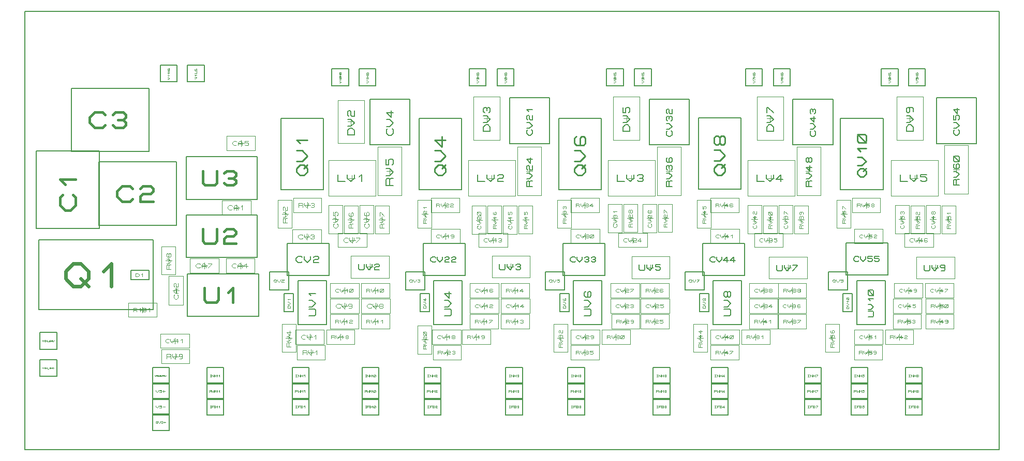
<source format=gbr>
G04 PROTEUS RS274X GERBER FILE*
%FSLAX45Y45*%
%MOMM*%
G01*
%ADD39C,0.203200*%
%ADD85C,0.050000*%
%ADD86C,0.193750*%
%ADD87C,0.034290*%
%ADD88C,0.054860*%
%ADD89C,0.118750*%
%ADD90C,0.178750*%
%ADD91C,0.187320*%
%ADD92C,0.198750*%
%ADD93C,0.291780*%
%ADD94C,0.180970*%
%ADD95C,0.116250*%
%ADD96C,0.171450*%
%ADD97C,0.074610*%
%ADD98C,0.077470*%
%ADD99C,0.156250*%
%ADD100C,0.093000*%
%ADD101C,0.095000*%
%ADD102C,0.149860*%
%ADD103C,0.159000*%
%ADD104C,0.137160*%
%ADD105C,0.233420*%
%ADD106C,0.144780*%
%ADD107C,0.059690*%
%ADD108C,0.045720*%
%ADD109C,0.024930*%
%ADD110C,0.068580*%
%ADD111C,0.389040*%
%ADD112C,0.423330*%
%ADD113C,0.090090*%
%ADD114C,0.622300*%
D39*
X-7429500Y-4254500D02*
X+8509000Y-4254500D01*
X+8509000Y+2921000D01*
X-7429500Y+2921000D01*
X-7429500Y-4254500D01*
D85*
X-1693000Y+480500D02*
X-2463000Y+480500D01*
X-2463000Y-99500D01*
X-1693000Y-99500D01*
X-1693000Y+480500D01*
X-2078000Y+140500D02*
X-2078000Y+240500D01*
X-2128000Y+190500D02*
X-2028000Y+190500D01*
D86*
X-2310500Y+248625D02*
X-2310500Y+132375D01*
X-2194250Y+132375D01*
X-2155500Y+248625D02*
X-2155500Y+190500D01*
X-2097375Y+132375D01*
X-2039250Y+190500D01*
X-2039250Y+248625D01*
X-1961750Y+209875D02*
X-1923000Y+248625D01*
X-1923000Y+132375D01*
D39*
X-7185660Y-2613660D02*
X-6911340Y-2613660D01*
X-6911340Y-2339340D01*
X-7185660Y-2339340D01*
X-7185660Y-2613660D01*
D87*
X-7144512Y-2466213D02*
X-7144512Y-2476500D01*
X-7134225Y-2486787D01*
X-7123938Y-2476500D01*
X-7123938Y-2466213D01*
X-7113651Y-2466213D02*
X-7099935Y-2466213D01*
X-7106793Y-2466213D02*
X-7106793Y-2486787D01*
X-7113651Y-2486787D02*
X-7099935Y-2486787D01*
X-7089648Y-2486787D02*
X-7089648Y-2466213D01*
X-7069074Y-2486787D01*
X-7069074Y-2466213D01*
X-7062216Y-2490216D02*
X-7041642Y-2490216D01*
X-7031355Y-2469642D02*
X-7027926Y-2466213D01*
X-7017639Y-2466213D01*
X-7014210Y-2469642D01*
X-7014210Y-2473071D01*
X-7017639Y-2476500D01*
X-7027926Y-2476500D01*
X-7031355Y-2479929D01*
X-7031355Y-2486787D01*
X-7014210Y-2486787D01*
X-6986778Y-2479929D02*
X-7007352Y-2479929D01*
X-6993636Y-2466213D01*
X-6993636Y-2486787D01*
X-6979920Y-2466213D02*
X-6979920Y-2476500D01*
X-6969633Y-2486787D01*
X-6959346Y-2476500D01*
X-6959346Y-2466213D01*
D39*
X-7185660Y-3058160D02*
X-6911340Y-3058160D01*
X-6911340Y-2783840D01*
X-7185660Y-2783840D01*
X-7185660Y-3058160D01*
D87*
X-7144512Y-2910713D02*
X-7144512Y-2921000D01*
X-7134225Y-2931287D01*
X-7123938Y-2921000D01*
X-7123938Y-2910713D01*
X-7113651Y-2910713D02*
X-7099935Y-2910713D01*
X-7106793Y-2910713D02*
X-7106793Y-2931287D01*
X-7113651Y-2931287D02*
X-7099935Y-2931287D01*
X-7089648Y-2931287D02*
X-7089648Y-2910713D01*
X-7069074Y-2931287D01*
X-7069074Y-2910713D01*
X-7062216Y-2934716D02*
X-7041642Y-2934716D01*
X-7021068Y-2924429D02*
X-7014210Y-2924429D01*
X-7014210Y-2931287D01*
X-7027926Y-2931287D01*
X-7034784Y-2924429D01*
X-7034784Y-2917571D01*
X-7027926Y-2910713D01*
X-7017639Y-2910713D01*
X-7014210Y-2914142D01*
X-7007352Y-2931287D02*
X-7007352Y-2910713D01*
X-6986778Y-2931287D01*
X-6986778Y-2910713D01*
X-6979920Y-2931287D02*
X-6979920Y-2910713D01*
X-6966204Y-2910713D01*
X-6959346Y-2917571D01*
X-6959346Y-2924429D01*
X-6966204Y-2931287D01*
X-6979920Y-2931287D01*
D39*
X-1965960Y+1704340D02*
X-1691640Y+1704340D01*
X-1691640Y+1978660D01*
X-1965960Y+1978660D01*
X-1965960Y+1704340D01*
D88*
X-1845259Y+1753718D02*
X-1828800Y+1753718D01*
X-1812340Y+1770177D01*
X-1828800Y+1786636D01*
X-1845259Y+1786636D01*
X-1834286Y+1808581D02*
X-1845259Y+1819554D01*
X-1812340Y+1819554D01*
X-1812340Y+1841500D02*
X-1845259Y+1841500D01*
X-1845259Y+1874418D02*
X-1812340Y+1874418D01*
X-1828800Y+1841500D02*
X-1828800Y+1874418D01*
X-1817827Y+1885391D02*
X-1812340Y+1890877D01*
X-1812340Y+1912822D01*
X-1817827Y+1918309D01*
X-1823313Y+1918309D01*
X-1828800Y+1912822D01*
X-1828800Y+1890877D01*
X-1834286Y+1885391D01*
X-1839772Y+1885391D01*
X-1845259Y+1890877D01*
X-1845259Y+1912822D01*
X-1839772Y+1918309D01*
D39*
X-3058160Y-3693160D02*
X-2783840Y-3693160D01*
X-2783840Y-3418840D01*
X-3058160Y-3418840D01*
X-3058160Y-3693160D01*
D88*
X-3003296Y-3539541D02*
X-2981351Y-3539541D01*
X-2992323Y-3539541D02*
X-2992323Y-3572460D01*
X-3003296Y-3572460D02*
X-2981351Y-3572460D01*
X-2964891Y-3572460D02*
X-2964891Y-3539541D01*
X-2931973Y-3539541D01*
X-2964891Y-3556000D02*
X-2942946Y-3556000D01*
X-2921000Y-3572460D02*
X-2921000Y-3539541D01*
X-2893569Y-3539541D01*
X-2888082Y-3545028D01*
X-2888082Y-3550514D01*
X-2893569Y-3556000D01*
X-2888082Y-3561487D01*
X-2888082Y-3566973D01*
X-2893569Y-3572460D01*
X-2921000Y-3572460D01*
X-2921000Y-3556000D02*
X-2893569Y-3556000D01*
X-2866137Y-3550514D02*
X-2855164Y-3539541D01*
X-2855164Y-3572460D01*
D39*
X-3058160Y-3185160D02*
X-2783840Y-3185160D01*
X-2783840Y-2910840D01*
X-3058160Y-2910840D01*
X-3058160Y-3185160D01*
D88*
X-3003296Y-3031541D02*
X-2981351Y-3031541D01*
X-2992323Y-3031541D02*
X-2992323Y-3064460D01*
X-3003296Y-3064460D02*
X-2981351Y-3064460D01*
X-2964891Y-3064460D02*
X-2964891Y-3031541D01*
X-2931973Y-3064460D01*
X-2931973Y-3031541D01*
X-2921000Y-3064460D02*
X-2921000Y-3031541D01*
X-2888082Y-3031541D02*
X-2888082Y-3064460D01*
X-2921000Y-3048000D02*
X-2888082Y-3048000D01*
X-2866137Y-3042514D02*
X-2855164Y-3031541D01*
X-2855164Y-3064460D01*
D39*
X-3058160Y-3439160D02*
X-2783840Y-3439160D01*
X-2783840Y-3164840D01*
X-3058160Y-3164840D01*
X-3058160Y-3439160D01*
D88*
X-3008782Y-3318460D02*
X-3008782Y-3285541D01*
X-2981351Y-3285541D01*
X-2975864Y-3291028D01*
X-2975864Y-3296514D01*
X-2981351Y-3302000D01*
X-3008782Y-3302000D01*
X-2964891Y-3285541D02*
X-2964891Y-3318460D01*
X-2948432Y-3302000D01*
X-2931973Y-3318460D01*
X-2931973Y-3285541D01*
X-2921000Y-3318460D02*
X-2921000Y-3285541D01*
X-2904541Y-3302000D01*
X-2888082Y-3285541D01*
X-2888082Y-3318460D01*
X-2866137Y-3296514D02*
X-2855164Y-3285541D01*
X-2855164Y-3318460D01*
D85*
X-4202620Y-407100D02*
X-3732620Y-407100D01*
X-3732620Y-177100D01*
X-4202620Y-177100D01*
X-4202620Y-407100D01*
X-3967620Y-242100D02*
X-3967620Y-342100D01*
X-3917620Y-292100D02*
X-4017620Y-292100D01*
D89*
X-4038870Y-315850D02*
X-4050745Y-327725D01*
X-4086370Y-327725D01*
X-4110120Y-303975D01*
X-4110120Y-280225D01*
X-4086370Y-256475D01*
X-4050745Y-256475D01*
X-4038870Y-268350D01*
X-4015120Y-327725D02*
X-4015120Y-280225D01*
X-3991370Y-256475D01*
X-3967620Y-256475D01*
X-3943870Y-280225D01*
X-3943870Y-327725D01*
X-4015120Y-303975D02*
X-3943870Y-303975D01*
X-3896370Y-280225D02*
X-3872620Y-256475D01*
X-3872620Y-327725D01*
D85*
X-5075620Y-1413600D02*
X-5075620Y-1883600D01*
X-4845620Y-1883600D01*
X-4845620Y-1413600D01*
X-5075620Y-1413600D01*
X-4910620Y-1648600D02*
X-5010620Y-1648600D01*
X-4960620Y-1698600D02*
X-4960620Y-1598600D01*
D89*
X-4936870Y-1719850D02*
X-4924995Y-1731725D01*
X-4924995Y-1767350D01*
X-4948745Y-1791100D01*
X-4972495Y-1791100D01*
X-4996245Y-1767350D01*
X-4996245Y-1731725D01*
X-4984370Y-1719850D01*
X-4924995Y-1696100D02*
X-4972495Y-1696100D01*
X-4996245Y-1672350D01*
X-4996245Y-1648600D01*
X-4972495Y-1624850D01*
X-4924995Y-1624850D01*
X-4948745Y-1696100D02*
X-4948745Y-1624850D01*
X-4984370Y-1589225D02*
X-4996245Y-1577350D01*
X-4996245Y-1541725D01*
X-4984370Y-1529850D01*
X-4972495Y-1529850D01*
X-4960620Y-1541725D01*
X-4960620Y-1577350D01*
X-4948745Y-1589225D01*
X-4924995Y-1589225D01*
X-4924995Y-1529850D01*
D85*
X-1880500Y+759000D02*
X-1880500Y+1469000D01*
X-2310500Y+1469000D01*
X-2310500Y+759000D01*
X-1880500Y+759000D01*
X-2145500Y+1114000D02*
X-2045500Y+1114000D01*
X-2095500Y+1164000D02*
X-2095500Y+1064000D01*
D90*
X-2041875Y+899500D02*
X-2149125Y+899500D01*
X-2149125Y+971000D01*
X-2113375Y+1006750D01*
X-2077625Y+1006750D01*
X-2041875Y+971000D01*
X-2041875Y+899500D01*
X-2149125Y+1042500D02*
X-2095500Y+1042500D01*
X-2041875Y+1096125D01*
X-2095500Y+1149750D01*
X-2149125Y+1149750D01*
X-2131250Y+1203375D02*
X-2149125Y+1221250D01*
X-2149125Y+1274875D01*
X-2131250Y+1292750D01*
X-2113375Y+1292750D01*
X-2095500Y+1274875D01*
X-2095500Y+1221250D01*
X-2077625Y+1203375D01*
X-2041875Y+1203375D01*
X-2041875Y+1292750D01*
D39*
X-1788160Y+736600D02*
X-1132840Y+736600D01*
X-1132840Y+1485900D01*
X-1788160Y+1485900D01*
X-1788160Y+736600D01*
D91*
X-1423035Y+998855D02*
X-1404303Y+980122D01*
X-1404303Y+923925D01*
X-1441768Y+886460D01*
X-1479233Y+886460D01*
X-1516698Y+923925D01*
X-1516698Y+980122D01*
X-1497965Y+998855D01*
X-1516698Y+1036320D02*
X-1460500Y+1036320D01*
X-1404303Y+1092517D01*
X-1460500Y+1148715D01*
X-1516698Y+1148715D01*
X-1441768Y+1298575D02*
X-1441768Y+1186180D01*
X-1516698Y+1261110D01*
X-1404303Y+1261110D01*
D85*
X-1655500Y+700000D02*
X-1655500Y-90000D01*
X-1265500Y-90000D01*
X-1265500Y+700000D01*
X-1655500Y+700000D01*
X-1410500Y+305000D02*
X-1510500Y+305000D01*
X-1460500Y+255000D02*
X-1460500Y+355000D01*
D92*
X-1400875Y+66500D02*
X-1520125Y+66500D01*
X-1520125Y+165875D01*
X-1500250Y+185750D01*
X-1480375Y+185750D01*
X-1460500Y+165875D01*
X-1460500Y+66500D01*
X-1460500Y+165875D02*
X-1440625Y+185750D01*
X-1400875Y+185750D01*
X-1520125Y+225500D02*
X-1460500Y+225500D01*
X-1400875Y+285125D01*
X-1460500Y+344750D01*
X-1520125Y+344750D01*
X-1520125Y+503750D02*
X-1520125Y+404375D01*
X-1480375Y+404375D01*
X-1480375Y+483875D01*
X-1460500Y+503750D01*
X-1420750Y+503750D01*
X-1400875Y+483875D01*
X-1400875Y+424250D01*
X-1420750Y+404375D01*
D39*
X-3244850Y+0D02*
X-2546350Y+0D01*
X-2546350Y+1167130D01*
X-3244850Y+1167130D01*
X-3244850Y+0D01*
D93*
X-2924778Y+233428D02*
X-2983134Y+291784D01*
X-2983134Y+350140D01*
X-2924778Y+408496D01*
X-2866421Y+408496D01*
X-2808065Y+350140D01*
X-2808065Y+291784D01*
X-2866421Y+233428D01*
X-2924778Y+233428D01*
X-2866421Y+350140D02*
X-2808065Y+408496D01*
X-2983134Y+466853D02*
X-2895600Y+466853D01*
X-2808065Y+554387D01*
X-2895600Y+641921D01*
X-2983134Y+641921D01*
X-2924778Y+758634D02*
X-2983134Y+816990D01*
X-2808065Y+816990D01*
D39*
X-2964180Y-2209800D02*
X-2496820Y-2209800D01*
X-2496820Y-1485900D01*
X-2964180Y-1485900D01*
X-2964180Y-2209800D01*
D94*
X-2784793Y-2065020D02*
X-2694305Y-2065020D01*
X-2676208Y-2046923D01*
X-2676208Y-1974533D01*
X-2694305Y-1956435D01*
X-2784793Y-1956435D01*
X-2784793Y-1920240D02*
X-2730500Y-1920240D01*
X-2676208Y-1865948D01*
X-2730500Y-1811655D01*
X-2784793Y-1811655D01*
X-2748598Y-1739265D02*
X-2784793Y-1703070D01*
X-2676208Y-1703070D01*
D85*
X-2582000Y-139000D02*
X-3042000Y-139000D01*
X-3042000Y-369000D01*
X-2582000Y-369000D01*
X-2582000Y-139000D01*
X-2812000Y-304000D02*
X-2812000Y-204000D01*
X-2862000Y-254000D02*
X-2762000Y-254000D01*
D95*
X-2951500Y-288875D02*
X-2951500Y-219125D01*
X-2893375Y-219125D01*
X-2881750Y-230750D01*
X-2881750Y-242375D01*
X-2893375Y-254000D01*
X-2951500Y-254000D01*
X-2893375Y-254000D02*
X-2881750Y-265625D01*
X-2881750Y-288875D01*
X-2858500Y-219125D02*
X-2858500Y-254000D01*
X-2823625Y-288875D01*
X-2788750Y-254000D01*
X-2788750Y-219125D01*
X-2753875Y-230750D02*
X-2742250Y-219125D01*
X-2707375Y-219125D01*
X-2695750Y-230750D01*
X-2695750Y-242375D01*
X-2707375Y-254000D01*
X-2695750Y-265625D01*
X-2695750Y-277250D01*
X-2707375Y-288875D01*
X-2742250Y-288875D01*
X-2753875Y-277250D01*
X-2730625Y-254000D02*
X-2707375Y-254000D01*
D85*
X-3290000Y-169000D02*
X-3290000Y-629000D01*
X-3060000Y-629000D01*
X-3060000Y-169000D01*
X-3290000Y-169000D01*
X-3125000Y-399000D02*
X-3225000Y-399000D01*
X-3175000Y-449000D02*
X-3175000Y-349000D01*
D95*
X-3140125Y-538500D02*
X-3209875Y-538500D01*
X-3209875Y-480375D01*
X-3198250Y-468750D01*
X-3186625Y-468750D01*
X-3175000Y-480375D01*
X-3175000Y-538500D01*
X-3175000Y-480375D02*
X-3163375Y-468750D01*
X-3140125Y-468750D01*
X-3209875Y-445500D02*
X-3175000Y-445500D01*
X-3140125Y-410625D01*
X-3175000Y-375750D01*
X-3209875Y-375750D01*
X-3198250Y-340875D02*
X-3209875Y-329250D01*
X-3209875Y-294375D01*
X-3198250Y-282750D01*
X-3186625Y-282750D01*
X-3175000Y-294375D01*
X-3175000Y-329250D01*
X-3163375Y-340875D01*
X-3140125Y-340875D01*
X-3140125Y-282750D01*
D85*
X-3052000Y-883350D02*
X-2582000Y-883350D01*
X-2582000Y-653350D01*
X-3052000Y-653350D01*
X-3052000Y-883350D01*
X-2817000Y-718350D02*
X-2817000Y-818350D01*
X-2767000Y-768350D02*
X-2867000Y-768350D01*
D89*
X-2888250Y-792100D02*
X-2900125Y-803975D01*
X-2935750Y-803975D01*
X-2959500Y-780225D01*
X-2959500Y-756475D01*
X-2935750Y-732725D01*
X-2900125Y-732725D01*
X-2888250Y-744600D01*
X-2864500Y-732725D02*
X-2864500Y-768350D01*
X-2828875Y-803975D01*
X-2793250Y-768350D01*
X-2793250Y-732725D01*
X-2757625Y-744600D02*
X-2745750Y-732725D01*
X-2710125Y-732725D01*
X-2698250Y-744600D01*
X-2698250Y-756475D01*
X-2710125Y-768350D01*
X-2698250Y-780225D01*
X-2698250Y-792100D01*
X-2710125Y-803975D01*
X-2745750Y-803975D01*
X-2757625Y-792100D01*
X-2733875Y-768350D02*
X-2710125Y-768350D01*
D39*
X-3136900Y-1407160D02*
X-2451100Y-1407160D01*
X-2451100Y-878840D01*
X-3136900Y-878840D01*
X-3136900Y-1407160D01*
D96*
X-2896870Y-1177290D02*
X-2914015Y-1194435D01*
X-2965450Y-1194435D01*
X-2999740Y-1160145D01*
X-2999740Y-1125855D01*
X-2965450Y-1091565D01*
X-2914015Y-1091565D01*
X-2896870Y-1108710D01*
X-2862580Y-1091565D02*
X-2862580Y-1143000D01*
X-2811145Y-1194435D01*
X-2759710Y-1143000D01*
X-2759710Y-1091565D01*
X-2708275Y-1108710D02*
X-2691130Y-1091565D01*
X-2639695Y-1091565D01*
X-2622550Y-1108710D01*
X-2622550Y-1125855D01*
X-2639695Y-1143000D01*
X-2691130Y-1143000D01*
X-2708275Y-1160145D01*
X-2708275Y-1194435D01*
X-2622550Y-1194435D01*
D39*
X-3186580Y-2000250D02*
X-3036420Y-2000250D01*
X-3036420Y-1701800D01*
X-3186580Y-1701800D01*
X-3186580Y-2000250D01*
D97*
X-3089116Y-1940558D02*
X-3133883Y-1940558D01*
X-3133883Y-1910714D01*
X-3118961Y-1895792D01*
X-3104038Y-1895792D01*
X-3089116Y-1910714D01*
X-3089116Y-1940558D01*
X-3133883Y-1880869D02*
X-3111500Y-1880869D01*
X-3089116Y-1858486D01*
X-3111500Y-1836103D01*
X-3133883Y-1836103D01*
X-3118961Y-1806258D02*
X-3133883Y-1791336D01*
X-3089116Y-1791336D01*
D85*
X-3006000Y-2528000D02*
X-2536000Y-2528000D01*
X-2536000Y-2298000D01*
X-3006000Y-2298000D01*
X-3006000Y-2528000D01*
X-2771000Y-2363000D02*
X-2771000Y-2463000D01*
X-2721000Y-2413000D02*
X-2821000Y-2413000D01*
D89*
X-2842250Y-2436750D02*
X-2854125Y-2448625D01*
X-2889750Y-2448625D01*
X-2913500Y-2424875D01*
X-2913500Y-2401125D01*
X-2889750Y-2377375D01*
X-2854125Y-2377375D01*
X-2842250Y-2389250D01*
X-2818500Y-2377375D02*
X-2818500Y-2413000D01*
X-2782875Y-2448625D01*
X-2747250Y-2413000D01*
X-2747250Y-2377375D01*
X-2699750Y-2401125D02*
X-2676000Y-2377375D01*
X-2676000Y-2448625D01*
D85*
X-2978500Y-2782000D02*
X-2518500Y-2782000D01*
X-2518500Y-2552000D01*
X-2978500Y-2552000D01*
X-2978500Y-2782000D01*
X-2748500Y-2617000D02*
X-2748500Y-2717000D01*
X-2698500Y-2667000D02*
X-2798500Y-2667000D01*
D95*
X-2888000Y-2701875D02*
X-2888000Y-2632125D01*
X-2829875Y-2632125D01*
X-2818250Y-2643750D01*
X-2818250Y-2655375D01*
X-2829875Y-2667000D01*
X-2888000Y-2667000D01*
X-2829875Y-2667000D02*
X-2818250Y-2678625D01*
X-2818250Y-2701875D01*
X-2795000Y-2632125D02*
X-2795000Y-2667000D01*
X-2760125Y-2701875D01*
X-2725250Y-2667000D01*
X-2725250Y-2632125D01*
X-2678750Y-2655375D02*
X-2655500Y-2632125D01*
X-2655500Y-2701875D01*
D39*
X-3423920Y-1638300D02*
X-3114040Y-1638300D01*
X-3114040Y-1346200D01*
X-3423920Y-1346200D01*
X-3423920Y-1638300D01*
D98*
X-3361944Y-1484503D02*
X-3346450Y-1469009D01*
X-3330956Y-1469009D01*
X-3315462Y-1484503D01*
X-3315462Y-1499997D01*
X-3330956Y-1515491D01*
X-3346450Y-1515491D01*
X-3361944Y-1499997D01*
X-3361944Y-1484503D01*
X-3330956Y-1499997D02*
X-3315462Y-1515491D01*
X-3299968Y-1469009D02*
X-3299968Y-1492250D01*
X-3276727Y-1515491D01*
X-3253486Y-1492250D01*
X-3253486Y-1469009D01*
X-3230245Y-1476756D02*
X-3222498Y-1469009D01*
X-3199257Y-1469009D01*
X-3191510Y-1476756D01*
X-3191510Y-1484503D01*
X-3199257Y-1492250D01*
X-3222498Y-1492250D01*
X-3230245Y-1499997D01*
X-3230245Y-1515491D01*
X-3191510Y-1515491D01*
D85*
X-3226500Y-2201000D02*
X-3226500Y-2661000D01*
X-2996500Y-2661000D01*
X-2996500Y-2201000D01*
X-3226500Y-2201000D01*
X-3061500Y-2431000D02*
X-3161500Y-2431000D01*
X-3111500Y-2481000D02*
X-3111500Y-2381000D01*
D95*
X-3076625Y-2570500D02*
X-3146375Y-2570500D01*
X-3146375Y-2512375D01*
X-3134750Y-2500750D01*
X-3123125Y-2500750D01*
X-3111500Y-2512375D01*
X-3111500Y-2570500D01*
X-3111500Y-2512375D02*
X-3099875Y-2500750D01*
X-3076625Y-2500750D01*
X-3146375Y-2477500D02*
X-3111500Y-2477500D01*
X-3076625Y-2442625D01*
X-3111500Y-2407750D01*
X-3146375Y-2407750D01*
X-3099875Y-2314750D02*
X-3099875Y-2384500D01*
X-3146375Y-2338000D01*
X-3076625Y-2338000D01*
D85*
X-1472500Y-720000D02*
X-1472500Y-260000D01*
X-1702500Y-260000D01*
X-1702500Y-720000D01*
X-1472500Y-720000D01*
X-1637500Y-490000D02*
X-1537500Y-490000D01*
X-1587500Y-440000D02*
X-1587500Y-540000D01*
D95*
X-1552625Y-629500D02*
X-1622375Y-629500D01*
X-1622375Y-571375D01*
X-1610750Y-559750D01*
X-1599125Y-559750D01*
X-1587500Y-571375D01*
X-1587500Y-629500D01*
X-1587500Y-571375D02*
X-1575875Y-559750D01*
X-1552625Y-559750D01*
X-1622375Y-536500D02*
X-1587500Y-536500D01*
X-1552625Y-501625D01*
X-1587500Y-466750D01*
X-1622375Y-466750D01*
X-1622375Y-431875D02*
X-1622375Y-373750D01*
X-1610750Y-373750D01*
X-1552625Y-431875D01*
D85*
X-1980500Y-720000D02*
X-1980500Y-260000D01*
X-2210500Y-260000D01*
X-2210500Y-720000D01*
X-1980500Y-720000D01*
X-2145500Y-490000D02*
X-2045500Y-490000D01*
X-2095500Y-440000D02*
X-2095500Y-540000D01*
D95*
X-2060625Y-629500D02*
X-2130375Y-629500D01*
X-2130375Y-571375D01*
X-2118750Y-559750D01*
X-2107125Y-559750D01*
X-2095500Y-571375D01*
X-2095500Y-629500D01*
X-2095500Y-571375D02*
X-2083875Y-559750D01*
X-2060625Y-559750D01*
X-2130375Y-536500D02*
X-2095500Y-536500D01*
X-2060625Y-501625D01*
X-2095500Y-466750D01*
X-2130375Y-466750D01*
X-2118750Y-373750D02*
X-2130375Y-385375D01*
X-2130375Y-420250D01*
X-2118750Y-431875D01*
X-2072250Y-431875D01*
X-2060625Y-420250D01*
X-2060625Y-385375D01*
X-2072250Y-373750D01*
X-2083875Y-373750D01*
X-2095500Y-385375D01*
X-2095500Y-431875D01*
D85*
X-1956500Y-250000D02*
X-1956500Y-720000D01*
X-1726500Y-720000D01*
X-1726500Y-250000D01*
X-1956500Y-250000D01*
X-1791500Y-485000D02*
X-1891500Y-485000D01*
X-1841500Y-535000D02*
X-1841500Y-435000D01*
D89*
X-1817750Y-556250D02*
X-1805875Y-568125D01*
X-1805875Y-603750D01*
X-1829625Y-627500D01*
X-1853375Y-627500D01*
X-1877125Y-603750D01*
X-1877125Y-568125D01*
X-1865250Y-556250D01*
X-1877125Y-532500D02*
X-1841500Y-532500D01*
X-1805875Y-496875D01*
X-1841500Y-461250D01*
X-1877125Y-461250D01*
X-1865250Y-366250D02*
X-1877125Y-378125D01*
X-1877125Y-413750D01*
X-1865250Y-425625D01*
X-1817750Y-425625D01*
X-1805875Y-413750D01*
X-1805875Y-378125D01*
X-1817750Y-366250D01*
X-1829625Y-366250D01*
X-1841500Y-378125D01*
X-1841500Y-425625D01*
D85*
X-2095250Y-1444400D02*
X-1475250Y-1444400D01*
X-1475250Y-1084400D01*
X-2095250Y-1084400D01*
X-2095250Y-1444400D01*
X-1785250Y-1214400D02*
X-1785250Y-1314400D01*
X-1735250Y-1264400D02*
X-1835250Y-1264400D01*
D99*
X-1972750Y-1217525D02*
X-1972750Y-1295650D01*
X-1957125Y-1311275D01*
X-1894625Y-1311275D01*
X-1879000Y-1295650D01*
X-1879000Y-1217525D01*
X-1847750Y-1217525D02*
X-1847750Y-1264400D01*
X-1800875Y-1311275D01*
X-1754000Y-1264400D01*
X-1754000Y-1217525D01*
X-1707125Y-1233150D02*
X-1691500Y-1217525D01*
X-1644625Y-1217525D01*
X-1629000Y-1233150D01*
X-1629000Y-1248775D01*
X-1644625Y-1264400D01*
X-1691500Y-1264400D01*
X-1707125Y-1280025D01*
X-1707125Y-1311275D01*
X-1629000Y-1311275D01*
D85*
X-2307500Y-940500D02*
X-1837500Y-940500D01*
X-1837500Y-710500D01*
X-2307500Y-710500D01*
X-2307500Y-940500D01*
X-2072500Y-775500D02*
X-2072500Y-875500D01*
X-2022500Y-825500D02*
X-2122500Y-825500D01*
D89*
X-2143750Y-849250D02*
X-2155625Y-861125D01*
X-2191250Y-861125D01*
X-2215000Y-837375D01*
X-2215000Y-813625D01*
X-2191250Y-789875D01*
X-2155625Y-789875D01*
X-2143750Y-801750D01*
X-2120000Y-789875D02*
X-2120000Y-825500D01*
X-2084375Y-861125D01*
X-2048750Y-825500D01*
X-2048750Y-789875D01*
X-2013125Y-789875D02*
X-1953750Y-789875D01*
X-1953750Y-801750D01*
X-2013125Y-861125D01*
D85*
X-1926500Y-2274000D02*
X-1466500Y-2274000D01*
X-1466500Y-2044000D01*
X-1926500Y-2044000D01*
X-1926500Y-2274000D01*
X-1696500Y-2109000D02*
X-1696500Y-2209000D01*
X-1646500Y-2159000D02*
X-1746500Y-2159000D01*
D100*
X-1845300Y-2186900D02*
X-1845300Y-2131100D01*
X-1798800Y-2131100D01*
X-1789500Y-2140400D01*
X-1789500Y-2149700D01*
X-1798800Y-2159000D01*
X-1845300Y-2159000D01*
X-1798800Y-2159000D02*
X-1789500Y-2168300D01*
X-1789500Y-2186900D01*
X-1770900Y-2131100D02*
X-1770900Y-2159000D01*
X-1743000Y-2186900D01*
X-1715100Y-2159000D01*
X-1715100Y-2131100D01*
X-1677900Y-2149700D02*
X-1659300Y-2131100D01*
X-1659300Y-2186900D01*
X-1603500Y-2149700D02*
X-1584900Y-2131100D01*
X-1584900Y-2186900D01*
D85*
X-1926500Y-1766000D02*
X-1466500Y-1766000D01*
X-1466500Y-1536000D01*
X-1926500Y-1536000D01*
X-1926500Y-1766000D01*
X-1696500Y-1601000D02*
X-1696500Y-1701000D01*
X-1646500Y-1651000D02*
X-1746500Y-1651000D01*
D100*
X-1845300Y-1678900D02*
X-1845300Y-1623100D01*
X-1798800Y-1623100D01*
X-1789500Y-1632400D01*
X-1789500Y-1641700D01*
X-1798800Y-1651000D01*
X-1845300Y-1651000D01*
X-1798800Y-1651000D02*
X-1789500Y-1660300D01*
X-1789500Y-1678900D01*
X-1770900Y-1623100D02*
X-1770900Y-1651000D01*
X-1743000Y-1678900D01*
X-1715100Y-1651000D01*
X-1715100Y-1623100D01*
X-1677900Y-1641700D02*
X-1659300Y-1623100D01*
X-1659300Y-1678900D01*
X-1622100Y-1669600D02*
X-1622100Y-1632400D01*
X-1612800Y-1623100D01*
X-1575600Y-1623100D01*
X-1566300Y-1632400D01*
X-1566300Y-1669600D01*
X-1575600Y-1678900D01*
X-1612800Y-1678900D01*
X-1622100Y-1669600D01*
X-1622100Y-1678900D02*
X-1566300Y-1623100D01*
D85*
X-2434500Y-2274000D02*
X-1974500Y-2274000D01*
X-1974500Y-2044000D01*
X-2434500Y-2044000D01*
X-2434500Y-2274000D01*
X-2204500Y-2109000D02*
X-2204500Y-2209000D01*
X-2154500Y-2159000D02*
X-2254500Y-2159000D01*
D100*
X-2353300Y-2186900D02*
X-2353300Y-2131100D01*
X-2306800Y-2131100D01*
X-2297500Y-2140400D01*
X-2297500Y-2149700D01*
X-2306800Y-2159000D01*
X-2353300Y-2159000D01*
X-2306800Y-2159000D02*
X-2297500Y-2168300D01*
X-2297500Y-2186900D01*
X-2278900Y-2131100D02*
X-2278900Y-2159000D01*
X-2251000Y-2186900D01*
X-2223100Y-2159000D01*
X-2223100Y-2131100D01*
X-2185900Y-2149700D02*
X-2167300Y-2131100D01*
X-2167300Y-2186900D01*
X-2120800Y-2140400D02*
X-2111500Y-2131100D01*
X-2083600Y-2131100D01*
X-2074300Y-2140400D01*
X-2074300Y-2149700D01*
X-2083600Y-2159000D01*
X-2111500Y-2159000D01*
X-2120800Y-2168300D01*
X-2120800Y-2186900D01*
X-2074300Y-2186900D01*
D85*
X-2434500Y-1766000D02*
X-1964500Y-1766000D01*
X-1964500Y-1536000D01*
X-2434500Y-1536000D01*
X-2434500Y-1766000D01*
X-2199500Y-1601000D02*
X-2199500Y-1701000D01*
X-2149500Y-1651000D02*
X-2249500Y-1651000D01*
D101*
X-2294500Y-1670000D02*
X-2304000Y-1679500D01*
X-2332500Y-1679500D01*
X-2351500Y-1660500D01*
X-2351500Y-1641500D01*
X-2332500Y-1622500D01*
X-2304000Y-1622500D01*
X-2294500Y-1632000D01*
X-2275500Y-1622500D02*
X-2275500Y-1651000D01*
X-2247000Y-1679500D01*
X-2218500Y-1651000D01*
X-2218500Y-1622500D01*
X-2180500Y-1641500D02*
X-2161500Y-1622500D01*
X-2161500Y-1679500D01*
X-2123500Y-1670000D02*
X-2123500Y-1632000D01*
X-2114000Y-1622500D01*
X-2076000Y-1622500D01*
X-2066500Y-1632000D01*
X-2066500Y-1670000D01*
X-2076000Y-1679500D01*
X-2114000Y-1679500D01*
X-2123500Y-1670000D01*
X-2123500Y-1679500D02*
X-2066500Y-1622500D01*
D85*
X-2434500Y-2020000D02*
X-1964500Y-2020000D01*
X-1964500Y-1790000D01*
X-2434500Y-1790000D01*
X-2434500Y-2020000D01*
X-2199500Y-1855000D02*
X-2199500Y-1955000D01*
X-2149500Y-1905000D02*
X-2249500Y-1905000D01*
D89*
X-2270750Y-1928750D02*
X-2282625Y-1940625D01*
X-2318250Y-1940625D01*
X-2342000Y-1916875D01*
X-2342000Y-1893125D01*
X-2318250Y-1869375D01*
X-2282625Y-1869375D01*
X-2270750Y-1881250D01*
X-2247000Y-1869375D02*
X-2247000Y-1905000D01*
X-2211375Y-1940625D01*
X-2175750Y-1905000D01*
X-2175750Y-1869375D01*
X-2080750Y-1893125D02*
X-2092625Y-1905000D01*
X-2128250Y-1905000D01*
X-2140125Y-1893125D01*
X-2140125Y-1881250D01*
X-2128250Y-1869375D01*
X-2092625Y-1869375D01*
X-2080750Y-1881250D01*
X-2080750Y-1928750D01*
X-2092625Y-1940625D01*
X-2128250Y-1940625D01*
D85*
X-1926500Y-2020000D02*
X-1456500Y-2020000D01*
X-1456500Y-1790000D01*
X-1926500Y-1790000D01*
X-1926500Y-2020000D01*
X-1691500Y-1855000D02*
X-1691500Y-1955000D01*
X-1641500Y-1905000D02*
X-1741500Y-1905000D01*
D89*
X-1762750Y-1928750D02*
X-1774625Y-1940625D01*
X-1810250Y-1940625D01*
X-1834000Y-1916875D01*
X-1834000Y-1893125D01*
X-1810250Y-1869375D01*
X-1774625Y-1869375D01*
X-1762750Y-1881250D01*
X-1739000Y-1869375D02*
X-1739000Y-1905000D01*
X-1703375Y-1940625D01*
X-1667750Y-1905000D01*
X-1667750Y-1869375D01*
X-1620250Y-1905000D02*
X-1632125Y-1893125D01*
X-1632125Y-1881250D01*
X-1620250Y-1869375D01*
X-1584625Y-1869375D01*
X-1572750Y-1881250D01*
X-1572750Y-1893125D01*
X-1584625Y-1905000D01*
X-1620250Y-1905000D01*
X-1632125Y-1916875D01*
X-1632125Y-1928750D01*
X-1620250Y-1940625D01*
X-1584625Y-1940625D01*
X-1572750Y-1928750D01*
X-1572750Y-1916875D01*
X-1584625Y-1905000D01*
D85*
X-2464500Y-250000D02*
X-2464500Y-720000D01*
X-2234500Y-720000D01*
X-2234500Y-250000D01*
X-2464500Y-250000D01*
X-2299500Y-485000D02*
X-2399500Y-485000D01*
X-2349500Y-535000D02*
X-2349500Y-435000D01*
D89*
X-2325750Y-556250D02*
X-2313875Y-568125D01*
X-2313875Y-603750D01*
X-2337625Y-627500D01*
X-2361375Y-627500D01*
X-2385125Y-603750D01*
X-2385125Y-568125D01*
X-2373250Y-556250D01*
X-2385125Y-532500D02*
X-2349500Y-532500D01*
X-2313875Y-496875D01*
X-2349500Y-461250D01*
X-2385125Y-461250D01*
X-2385125Y-366250D02*
X-2385125Y-425625D01*
X-2361375Y-425625D01*
X-2361375Y-378125D01*
X-2349500Y-366250D01*
X-2325750Y-366250D01*
X-2313875Y-378125D01*
X-2313875Y-413750D01*
X-2325750Y-425625D01*
D39*
X-984250Y+0D02*
X-285750Y+0D01*
X-285750Y+1167130D01*
X-984250Y+1167130D01*
X-984250Y+0D01*
D93*
X-664178Y+233428D02*
X-722534Y+291784D01*
X-722534Y+350140D01*
X-664178Y+408496D01*
X-605821Y+408496D01*
X-547465Y+350140D01*
X-547465Y+291784D01*
X-605821Y+233428D01*
X-664178Y+233428D01*
X-605821Y+350140D02*
X-547465Y+408496D01*
X-722534Y+466853D02*
X-635000Y+466853D01*
X-547465Y+554387D01*
X-635000Y+641921D01*
X-722534Y+641921D01*
X-605821Y+875346D02*
X-605821Y+700278D01*
X-722534Y+816990D01*
X-547465Y+816990D01*
D85*
X+593000Y+480500D02*
X-177000Y+480500D01*
X-177000Y-99500D01*
X+593000Y-99500D01*
X+593000Y+480500D01*
X+208000Y+140500D02*
X+208000Y+240500D01*
X+158000Y+190500D02*
X+258000Y+190500D01*
D86*
X-24500Y+248625D02*
X-24500Y+132375D01*
X+91750Y+132375D01*
X+130500Y+248625D02*
X+130500Y+190500D01*
X+188625Y+132375D01*
X+246750Y+190500D01*
X+246750Y+248625D01*
X+304875Y+229250D02*
X+324250Y+248625D01*
X+382375Y+248625D01*
X+401750Y+229250D01*
X+401750Y+209875D01*
X+382375Y+190500D01*
X+324250Y+190500D01*
X+304875Y+171125D01*
X+304875Y+132375D01*
X+401750Y+132375D01*
D85*
X+342000Y+817000D02*
X+342000Y+1527000D01*
X-88000Y+1527000D01*
X-88000Y+817000D01*
X+342000Y+817000D01*
X+77000Y+1172000D02*
X+177000Y+1172000D01*
X+127000Y+1222000D02*
X+127000Y+1122000D01*
D90*
X+180625Y+957500D02*
X+73375Y+957500D01*
X+73375Y+1029000D01*
X+109125Y+1064750D01*
X+144875Y+1064750D01*
X+180625Y+1029000D01*
X+180625Y+957500D01*
X+73375Y+1100500D02*
X+127000Y+1100500D01*
X+180625Y+1154125D01*
X+127000Y+1207750D01*
X+73375Y+1207750D01*
X+91250Y+1261375D02*
X+73375Y+1279250D01*
X+73375Y+1332875D01*
X+91250Y+1350750D01*
X+109125Y+1350750D01*
X+127000Y+1332875D01*
X+144875Y+1350750D01*
X+162750Y+1350750D01*
X+180625Y+1332875D01*
X+180625Y+1279250D01*
X+162750Y+1261375D01*
X+127000Y+1297125D02*
X+127000Y+1332875D01*
D39*
X+497840Y+754600D02*
X+1153160Y+754600D01*
X+1153160Y+1503900D01*
X+497840Y+1503900D01*
X+497840Y+754600D01*
D102*
X+855472Y+979390D02*
X+870458Y+964404D01*
X+870458Y+919446D01*
X+840486Y+889474D01*
X+810514Y+889474D01*
X+780542Y+919446D01*
X+780542Y+964404D01*
X+795528Y+979390D01*
X+780542Y+1009362D02*
X+825500Y+1009362D01*
X+870458Y+1054320D01*
X+825500Y+1099278D01*
X+780542Y+1099278D01*
X+795528Y+1144236D02*
X+780542Y+1159222D01*
X+780542Y+1204180D01*
X+795528Y+1219166D01*
X+810514Y+1219166D01*
X+825500Y+1204180D01*
X+825500Y+1159222D01*
X+840486Y+1144236D01*
X+870458Y+1144236D01*
X+870458Y+1219166D01*
X+810514Y+1279110D02*
X+780542Y+1309082D01*
X+870458Y+1309082D01*
D85*
X+630500Y+700000D02*
X+630500Y-90000D01*
X+1020500Y-90000D01*
X+1020500Y+700000D01*
X+630500Y+700000D01*
X+875500Y+305000D02*
X+775500Y+305000D01*
X+825500Y+255000D02*
X+825500Y+355000D01*
D103*
X+873200Y+50600D02*
X+777800Y+50600D01*
X+777800Y+130100D01*
X+793700Y+146000D01*
X+809600Y+146000D01*
X+825500Y+130100D01*
X+825500Y+50600D01*
X+825500Y+130100D02*
X+841400Y+146000D01*
X+873200Y+146000D01*
X+777800Y+177800D02*
X+825500Y+177800D01*
X+873200Y+225500D01*
X+825500Y+273200D01*
X+777800Y+273200D01*
X+793700Y+320900D02*
X+777800Y+336800D01*
X+777800Y+384500D01*
X+793700Y+400400D01*
X+809600Y+400400D01*
X+825500Y+384500D01*
X+825500Y+336800D01*
X+841400Y+320900D01*
X+873200Y+320900D01*
X+873200Y+400400D01*
X+841400Y+527600D02*
X+841400Y+432200D01*
X+777800Y+495800D01*
X+873200Y+495800D01*
D85*
X+211600Y-1442900D02*
X+831600Y-1442900D01*
X+831600Y-1082900D01*
X+211600Y-1082900D01*
X+211600Y-1442900D01*
X+521600Y-1212900D02*
X+521600Y-1312900D01*
X+571600Y-1262900D02*
X+471600Y-1262900D01*
D99*
X+334100Y-1216025D02*
X+334100Y-1294150D01*
X+349725Y-1309775D01*
X+412225Y-1309775D01*
X+427850Y-1294150D01*
X+427850Y-1216025D01*
X+459100Y-1216025D02*
X+459100Y-1262900D01*
X+505975Y-1309775D01*
X+552850Y-1262900D01*
X+552850Y-1216025D01*
X+599725Y-1231650D02*
X+615350Y-1216025D01*
X+662225Y-1216025D01*
X+677850Y-1231650D01*
X+677850Y-1247275D01*
X+662225Y-1262900D01*
X+677850Y-1278525D01*
X+677850Y-1294150D01*
X+662225Y-1309775D01*
X+615350Y-1309775D01*
X+599725Y-1294150D01*
X+630975Y-1262900D02*
X+662225Y-1262900D01*
D85*
X-1004000Y-169000D02*
X-1004000Y-629000D01*
X-774000Y-629000D01*
X-774000Y-169000D01*
X-1004000Y-169000D01*
X-839000Y-399000D02*
X-939000Y-399000D01*
X-889000Y-449000D02*
X-889000Y-349000D01*
D100*
X-861100Y-547800D02*
X-916900Y-547800D01*
X-916900Y-501300D01*
X-907600Y-492000D01*
X-898300Y-492000D01*
X-889000Y-501300D01*
X-889000Y-547800D01*
X-889000Y-501300D02*
X-879700Y-492000D01*
X-861100Y-492000D01*
X-916900Y-473400D02*
X-889000Y-473400D01*
X-861100Y-445500D01*
X-889000Y-417600D01*
X-916900Y-417600D01*
X-907600Y-389700D02*
X-916900Y-380400D01*
X-916900Y-352500D01*
X-907600Y-343200D01*
X-898300Y-343200D01*
X-889000Y-352500D01*
X-889000Y-380400D01*
X-879700Y-389700D01*
X-861100Y-389700D01*
X-861100Y-343200D01*
X-898300Y-306000D02*
X-916900Y-287400D01*
X-861100Y-287400D01*
D85*
X-323500Y-139000D02*
X-783500Y-139000D01*
X-783500Y-369000D01*
X-323500Y-369000D01*
X-323500Y-139000D01*
X-553500Y-304000D02*
X-553500Y-204000D01*
X-603500Y-254000D02*
X-503500Y-254000D01*
D100*
X-702300Y-281900D02*
X-702300Y-226100D01*
X-655800Y-226100D01*
X-646500Y-235400D01*
X-646500Y-244700D01*
X-655800Y-254000D01*
X-702300Y-254000D01*
X-655800Y-254000D02*
X-646500Y-263300D01*
X-646500Y-281900D01*
X-627900Y-226100D02*
X-627900Y-254000D01*
X-600000Y-281900D01*
X-572100Y-254000D01*
X-572100Y-226100D01*
X-544200Y-235400D02*
X-534900Y-226100D01*
X-507000Y-226100D01*
X-497700Y-235400D01*
X-497700Y-244700D01*
X-507000Y-254000D01*
X-534900Y-254000D01*
X-544200Y-263300D01*
X-544200Y-281900D01*
X-497700Y-281900D01*
X-469800Y-235400D02*
X-460500Y-226100D01*
X-432600Y-226100D01*
X-423300Y-235400D01*
X-423300Y-244700D01*
X-432600Y-254000D01*
X-460500Y-254000D01*
X-469800Y-263300D01*
X-469800Y-281900D01*
X-423300Y-281900D01*
D85*
X-783500Y-877000D02*
X-313500Y-877000D01*
X-313500Y-647000D01*
X-783500Y-647000D01*
X-783500Y-877000D01*
X-548500Y-712000D02*
X-548500Y-812000D01*
X-498500Y-762000D02*
X-598500Y-762000D01*
D101*
X-643500Y-781000D02*
X-653000Y-790500D01*
X-681500Y-790500D01*
X-700500Y-771500D01*
X-700500Y-752500D01*
X-681500Y-733500D01*
X-653000Y-733500D01*
X-643500Y-743000D01*
X-624500Y-733500D02*
X-624500Y-762000D01*
X-596000Y-790500D01*
X-567500Y-762000D01*
X-567500Y-733500D01*
X-529500Y-752500D02*
X-510500Y-733500D01*
X-510500Y-790500D01*
X-415500Y-752500D02*
X-425000Y-762000D01*
X-453500Y-762000D01*
X-463000Y-752500D01*
X-463000Y-743000D01*
X-453500Y-733500D01*
X-425000Y-733500D01*
X-415500Y-743000D01*
X-415500Y-781000D01*
X-425000Y-790500D01*
X-453500Y-790500D01*
D39*
X-914400Y-1407160D02*
X-228600Y-1407160D01*
X-228600Y-878840D01*
X-914400Y-878840D01*
X-914400Y-1407160D01*
D104*
X-708660Y-1170432D02*
X-722376Y-1184148D01*
X-763524Y-1184148D01*
X-790956Y-1156716D01*
X-790956Y-1129284D01*
X-763524Y-1101852D01*
X-722376Y-1101852D01*
X-708660Y-1115568D01*
X-681228Y-1101852D02*
X-681228Y-1143000D01*
X-640080Y-1184148D01*
X-598932Y-1143000D01*
X-598932Y-1101852D01*
X-557784Y-1115568D02*
X-544068Y-1101852D01*
X-502920Y-1101852D01*
X-489204Y-1115568D01*
X-489204Y-1129284D01*
X-502920Y-1143000D01*
X-544068Y-1143000D01*
X-557784Y-1156716D01*
X-557784Y-1184148D01*
X-489204Y-1184148D01*
X-448056Y-1115568D02*
X-434340Y-1101852D01*
X-393192Y-1101852D01*
X-379476Y-1115568D01*
X-379476Y-1129284D01*
X-393192Y-1143000D01*
X-434340Y-1143000D01*
X-448056Y-1156716D01*
X-448056Y-1184148D01*
X-379476Y-1184148D01*
D39*
X-1201420Y-1638300D02*
X-891540Y-1638300D01*
X-891540Y-1346200D01*
X-1201420Y-1346200D01*
X-1201420Y-1638300D01*
D98*
X-1139444Y-1484503D02*
X-1123950Y-1469009D01*
X-1108456Y-1469009D01*
X-1092962Y-1484503D01*
X-1092962Y-1499997D01*
X-1108456Y-1515491D01*
X-1123950Y-1515491D01*
X-1139444Y-1499997D01*
X-1139444Y-1484503D01*
X-1108456Y-1499997D02*
X-1092962Y-1515491D01*
X-1077468Y-1469009D02*
X-1077468Y-1492250D01*
X-1054227Y-1515491D01*
X-1030986Y-1492250D01*
X-1030986Y-1469009D01*
X-1007745Y-1476756D02*
X-999998Y-1469009D01*
X-976757Y-1469009D01*
X-969010Y-1476756D01*
X-969010Y-1484503D01*
X-976757Y-1492250D01*
X-969010Y-1499997D01*
X-969010Y-1507744D01*
X-976757Y-1515491D01*
X-999998Y-1515491D01*
X-1007745Y-1507744D01*
X-992251Y-1492250D02*
X-976757Y-1492250D01*
D39*
X-964080Y-2000250D02*
X-813920Y-2000250D01*
X-813920Y-1701800D01*
X-964080Y-1701800D01*
X-964080Y-2000250D01*
D97*
X-866616Y-1940558D02*
X-911383Y-1940558D01*
X-911383Y-1910714D01*
X-896461Y-1895792D01*
X-881538Y-1895792D01*
X-866616Y-1910714D01*
X-866616Y-1940558D01*
X-911383Y-1880869D02*
X-889000Y-1880869D01*
X-866616Y-1858486D01*
X-889000Y-1836103D01*
X-911383Y-1836103D01*
X-881538Y-1776414D02*
X-881538Y-1821180D01*
X-911383Y-1791336D01*
X-866616Y-1791336D01*
D39*
X-741680Y-2209800D02*
X-274320Y-2209800D01*
X-274320Y-1485900D01*
X-741680Y-1485900D01*
X-741680Y-2209800D01*
D94*
X-562293Y-2065020D02*
X-471805Y-2065020D01*
X-453708Y-2046923D01*
X-453708Y-1974533D01*
X-471805Y-1956435D01*
X-562293Y-1956435D01*
X-562293Y-1920240D02*
X-508000Y-1920240D01*
X-453708Y-1865948D01*
X-508000Y-1811655D01*
X-562293Y-1811655D01*
X-489903Y-1666875D02*
X-489903Y-1775460D01*
X-562293Y-1703070D01*
X-453708Y-1703070D01*
D85*
X-1004000Y-2228500D02*
X-1004000Y-2688500D01*
X-774000Y-2688500D01*
X-774000Y-2228500D01*
X-1004000Y-2228500D01*
X-839000Y-2458500D02*
X-939000Y-2458500D01*
X-889000Y-2508500D02*
X-889000Y-2408500D01*
D100*
X-861100Y-2607300D02*
X-916900Y-2607300D01*
X-916900Y-2560800D01*
X-907600Y-2551500D01*
X-898300Y-2551500D01*
X-889000Y-2560800D01*
X-889000Y-2607300D01*
X-889000Y-2560800D02*
X-879700Y-2551500D01*
X-861100Y-2551500D01*
X-916900Y-2532900D02*
X-889000Y-2532900D01*
X-861100Y-2505000D01*
X-889000Y-2477100D01*
X-916900Y-2477100D01*
X-907600Y-2449200D02*
X-916900Y-2439900D01*
X-916900Y-2412000D01*
X-907600Y-2402700D01*
X-898300Y-2402700D01*
X-889000Y-2412000D01*
X-889000Y-2439900D01*
X-879700Y-2449200D01*
X-861100Y-2449200D01*
X-861100Y-2402700D01*
X-870400Y-2384100D02*
X-907600Y-2384100D01*
X-916900Y-2374800D01*
X-916900Y-2337600D01*
X-907600Y-2328300D01*
X-870400Y-2328300D01*
X-861100Y-2337600D01*
X-861100Y-2374800D01*
X-870400Y-2384100D01*
X-861100Y-2384100D02*
X-916900Y-2328300D01*
D85*
X-756000Y-2782000D02*
X-296000Y-2782000D01*
X-296000Y-2552000D01*
X-756000Y-2552000D01*
X-756000Y-2782000D01*
X-526000Y-2617000D02*
X-526000Y-2717000D01*
X-476000Y-2667000D02*
X-576000Y-2667000D01*
D100*
X-674800Y-2694900D02*
X-674800Y-2639100D01*
X-628300Y-2639100D01*
X-619000Y-2648400D01*
X-619000Y-2657700D01*
X-628300Y-2667000D01*
X-674800Y-2667000D01*
X-628300Y-2667000D02*
X-619000Y-2676300D01*
X-619000Y-2694900D01*
X-600400Y-2639100D02*
X-600400Y-2667000D01*
X-572500Y-2694900D01*
X-544600Y-2667000D01*
X-544600Y-2639100D01*
X-516700Y-2648400D02*
X-507400Y-2639100D01*
X-479500Y-2639100D01*
X-470200Y-2648400D01*
X-470200Y-2657700D01*
X-479500Y-2667000D01*
X-507400Y-2667000D01*
X-516700Y-2676300D01*
X-516700Y-2694900D01*
X-470200Y-2694900D01*
X-442300Y-2648400D02*
X-433000Y-2639100D01*
X-405100Y-2639100D01*
X-395800Y-2648400D01*
X-395800Y-2657700D01*
X-405100Y-2667000D01*
X-395800Y-2676300D01*
X-395800Y-2685600D01*
X-405100Y-2694900D01*
X-433000Y-2694900D01*
X-442300Y-2685600D01*
X-423700Y-2667000D02*
X-405100Y-2667000D01*
D85*
X-766000Y-2528000D02*
X-296000Y-2528000D01*
X-296000Y-2298000D01*
X-766000Y-2298000D01*
X-766000Y-2528000D01*
X-531000Y-2363000D02*
X-531000Y-2463000D01*
X-481000Y-2413000D02*
X-581000Y-2413000D01*
D101*
X-626000Y-2432000D02*
X-635500Y-2441500D01*
X-664000Y-2441500D01*
X-683000Y-2422500D01*
X-683000Y-2403500D01*
X-664000Y-2384500D01*
X-635500Y-2384500D01*
X-626000Y-2394000D01*
X-607000Y-2384500D02*
X-607000Y-2413000D01*
X-578500Y-2441500D01*
X-550000Y-2413000D01*
X-550000Y-2384500D01*
X-512000Y-2403500D02*
X-493000Y-2384500D01*
X-493000Y-2441500D01*
X-436000Y-2413000D02*
X-445500Y-2403500D01*
X-445500Y-2394000D01*
X-436000Y-2384500D01*
X-407500Y-2384500D01*
X-398000Y-2394000D01*
X-398000Y-2403500D01*
X-407500Y-2413000D01*
X-436000Y-2413000D01*
X-445500Y-2422500D01*
X-445500Y-2432000D01*
X-436000Y-2441500D01*
X-407500Y-2441500D01*
X-398000Y-2432000D01*
X-398000Y-2422500D01*
X-407500Y-2413000D01*
D85*
X-115000Y-260000D02*
X-115000Y-730000D01*
X+115000Y-730000D01*
X+115000Y-260000D01*
X-115000Y-260000D01*
X+50000Y-495000D02*
X-50000Y-495000D01*
X+0Y-545000D02*
X+0Y-445000D01*
D101*
X+19000Y-590000D02*
X+28500Y-599500D01*
X+28500Y-628000D01*
X+9500Y-647000D01*
X-9500Y-647000D01*
X-28500Y-628000D01*
X-28500Y-599500D01*
X-19000Y-590000D01*
X-28500Y-571000D02*
X+0Y-571000D01*
X+28500Y-542500D01*
X+0Y-514000D01*
X-28500Y-514000D01*
X-19000Y-485500D02*
X-28500Y-476000D01*
X-28500Y-447500D01*
X-19000Y-438000D01*
X-9500Y-438000D01*
X+0Y-447500D01*
X+0Y-476000D01*
X+9500Y-485500D01*
X+28500Y-485500D01*
X+28500Y-438000D01*
X+19000Y-419000D02*
X-19000Y-419000D01*
X-28500Y-409500D01*
X-28500Y-371500D01*
X-19000Y-362000D01*
X+19000Y-362000D01*
X+28500Y-371500D01*
X+28500Y-409500D01*
X+19000Y-419000D01*
X+28500Y-419000D02*
X-28500Y-362000D01*
D85*
X+393000Y-260000D02*
X+393000Y-730000D01*
X+623000Y-730000D01*
X+623000Y-260000D01*
X+393000Y-260000D01*
X+558000Y-495000D02*
X+458000Y-495000D01*
X+508000Y-545000D02*
X+508000Y-445000D01*
D101*
X+527000Y-590000D02*
X+536500Y-599500D01*
X+536500Y-628000D01*
X+517500Y-647000D01*
X+498500Y-647000D01*
X+479500Y-628000D01*
X+479500Y-599500D01*
X+489000Y-590000D01*
X+479500Y-571000D02*
X+508000Y-571000D01*
X+536500Y-542500D01*
X+508000Y-514000D01*
X+479500Y-514000D01*
X+498500Y-476000D02*
X+479500Y-457000D01*
X+536500Y-457000D01*
X+479500Y-362000D02*
X+479500Y-409500D01*
X+498500Y-409500D01*
X+498500Y-371500D01*
X+508000Y-362000D01*
X+527000Y-362000D01*
X+536500Y-371500D01*
X+536500Y-400000D01*
X+527000Y-409500D01*
D85*
X+877000Y-720000D02*
X+877000Y-260000D01*
X+647000Y-260000D01*
X+647000Y-720000D01*
X+877000Y-720000D01*
X+712000Y-490000D02*
X+812000Y-490000D01*
X+762000Y-440000D02*
X+762000Y-540000D01*
D100*
X+789900Y-638800D02*
X+734100Y-638800D01*
X+734100Y-592300D01*
X+743400Y-583000D01*
X+752700Y-583000D01*
X+762000Y-592300D01*
X+762000Y-638800D01*
X+762000Y-592300D02*
X+771300Y-583000D01*
X+789900Y-583000D01*
X+734100Y-564400D02*
X+762000Y-564400D01*
X+789900Y-536500D01*
X+762000Y-508600D01*
X+734100Y-508600D01*
X+752700Y-471400D02*
X+734100Y-452800D01*
X+789900Y-452800D01*
X+734100Y-359800D02*
X+734100Y-406300D01*
X+752700Y-406300D01*
X+752700Y-369100D01*
X+762000Y-359800D01*
X+780600Y-359800D01*
X+789900Y-369100D01*
X+789900Y-397000D01*
X+780600Y-406300D01*
D85*
X+369000Y-720000D02*
X+369000Y-260000D01*
X+139000Y-260000D01*
X+139000Y-720000D01*
X+369000Y-720000D01*
X+204000Y-490000D02*
X+304000Y-490000D01*
X+254000Y-440000D02*
X+254000Y-540000D01*
D100*
X+281900Y-638800D02*
X+226100Y-638800D01*
X+226100Y-592300D01*
X+235400Y-583000D01*
X+244700Y-583000D01*
X+254000Y-592300D01*
X+254000Y-638800D01*
X+254000Y-592300D02*
X+263300Y-583000D01*
X+281900Y-583000D01*
X+226100Y-564400D02*
X+254000Y-564400D01*
X+281900Y-536500D01*
X+254000Y-508600D01*
X+226100Y-508600D01*
X+244700Y-471400D02*
X+226100Y-452800D01*
X+281900Y-452800D01*
X+235400Y-359800D02*
X+226100Y-369100D01*
X+226100Y-397000D01*
X+235400Y-406300D01*
X+272600Y-406300D01*
X+281900Y-397000D01*
X+281900Y-369100D01*
X+272600Y-359800D01*
X+263300Y-359800D01*
X+254000Y-369100D01*
X+254000Y-406300D01*
D85*
X-4000Y-940500D02*
X+466000Y-940500D01*
X+466000Y-710500D01*
X-4000Y-710500D01*
X-4000Y-940500D01*
X+231000Y-775500D02*
X+231000Y-875500D01*
X+281000Y-825500D02*
X+181000Y-825500D01*
D101*
X+136000Y-844500D02*
X+126500Y-854000D01*
X+98000Y-854000D01*
X+79000Y-835000D01*
X+79000Y-816000D01*
X+98000Y-797000D01*
X+126500Y-797000D01*
X+136000Y-806500D01*
X+155000Y-797000D02*
X+155000Y-825500D01*
X+183500Y-854000D01*
X+212000Y-825500D01*
X+212000Y-797000D01*
X+250000Y-816000D02*
X+269000Y-797000D01*
X+269000Y-854000D01*
X+316500Y-806500D02*
X+326000Y-797000D01*
X+354500Y-797000D01*
X+364000Y-806500D01*
X+364000Y-816000D01*
X+354500Y-825500D01*
X+364000Y-835000D01*
X+364000Y-844500D01*
X+354500Y-854000D01*
X+326000Y-854000D01*
X+316500Y-844500D01*
X+335500Y-825500D02*
X+354500Y-825500D01*
D85*
X-148500Y-1766000D02*
X+321500Y-1766000D01*
X+321500Y-1536000D01*
X-148500Y-1536000D01*
X-148500Y-1766000D01*
X+86500Y-1601000D02*
X+86500Y-1701000D01*
X+136500Y-1651000D02*
X+36500Y-1651000D01*
D101*
X-8500Y-1670000D02*
X-18000Y-1679500D01*
X-46500Y-1679500D01*
X-65500Y-1660500D01*
X-65500Y-1641500D01*
X-46500Y-1622500D01*
X-18000Y-1622500D01*
X-8500Y-1632000D01*
X+10500Y-1622500D02*
X+10500Y-1651000D01*
X+39000Y-1679500D01*
X+67500Y-1651000D01*
X+67500Y-1622500D01*
X+105500Y-1641500D02*
X+124500Y-1622500D01*
X+124500Y-1679500D01*
X+219500Y-1632000D02*
X+210000Y-1622500D01*
X+181500Y-1622500D01*
X+172000Y-1632000D01*
X+172000Y-1670000D01*
X+181500Y-1679500D01*
X+210000Y-1679500D01*
X+219500Y-1670000D01*
X+219500Y-1660500D01*
X+210000Y-1651000D01*
X+172000Y-1651000D01*
D85*
X-148500Y-2020000D02*
X+321500Y-2020000D01*
X+321500Y-1790000D01*
X-148500Y-1790000D01*
X-148500Y-2020000D01*
X+86500Y-1855000D02*
X+86500Y-1955000D01*
X+136500Y-1905000D02*
X+36500Y-1905000D01*
D101*
X-8500Y-1924000D02*
X-18000Y-1933500D01*
X-46500Y-1933500D01*
X-65500Y-1914500D01*
X-65500Y-1895500D01*
X-46500Y-1876500D01*
X-18000Y-1876500D01*
X-8500Y-1886000D01*
X+10500Y-1876500D02*
X+10500Y-1905000D01*
X+39000Y-1933500D01*
X+67500Y-1905000D01*
X+67500Y-1876500D01*
X+105500Y-1895500D02*
X+124500Y-1876500D01*
X+124500Y-1933500D01*
X+172000Y-1886000D02*
X+181500Y-1876500D01*
X+210000Y-1876500D01*
X+219500Y-1886000D01*
X+219500Y-1895500D01*
X+210000Y-1905000D01*
X+181500Y-1905000D01*
X+172000Y-1914500D01*
X+172000Y-1933500D01*
X+219500Y-1933500D01*
D85*
X-148500Y-2274000D02*
X+311500Y-2274000D01*
X+311500Y-2044000D01*
X-148500Y-2044000D01*
X-148500Y-2274000D01*
X+81500Y-2109000D02*
X+81500Y-2209000D01*
X+131500Y-2159000D02*
X+31500Y-2159000D01*
D100*
X-67300Y-2186900D02*
X-67300Y-2131100D01*
X-20800Y-2131100D01*
X-11500Y-2140400D01*
X-11500Y-2149700D01*
X-20800Y-2159000D01*
X-67300Y-2159000D01*
X-20800Y-2159000D02*
X-11500Y-2168300D01*
X-11500Y-2186900D01*
X+7100Y-2131100D02*
X+7100Y-2159000D01*
X+35000Y-2186900D01*
X+62900Y-2159000D01*
X+62900Y-2131100D01*
X+100100Y-2149700D02*
X+118700Y-2131100D01*
X+118700Y-2186900D01*
X+165200Y-2131100D02*
X+211700Y-2131100D01*
X+211700Y-2140400D01*
X+165200Y-2186900D01*
D85*
X+359500Y-1766000D02*
X+819500Y-1766000D01*
X+819500Y-1536000D01*
X+359500Y-1536000D01*
X+359500Y-1766000D01*
X+589500Y-1601000D02*
X+589500Y-1701000D01*
X+639500Y-1651000D02*
X+539500Y-1651000D01*
D100*
X+440700Y-1678900D02*
X+440700Y-1623100D01*
X+487200Y-1623100D01*
X+496500Y-1632400D01*
X+496500Y-1641700D01*
X+487200Y-1651000D01*
X+440700Y-1651000D01*
X+487200Y-1651000D02*
X+496500Y-1660300D01*
X+496500Y-1678900D01*
X+515100Y-1623100D02*
X+515100Y-1651000D01*
X+543000Y-1678900D01*
X+570900Y-1651000D01*
X+570900Y-1623100D01*
X+608100Y-1641700D02*
X+626700Y-1623100D01*
X+626700Y-1678900D01*
X+719700Y-1660300D02*
X+663900Y-1660300D01*
X+701100Y-1623100D01*
X+701100Y-1678900D01*
D85*
X+359500Y-2274000D02*
X+819500Y-2274000D01*
X+819500Y-2044000D01*
X+359500Y-2044000D01*
X+359500Y-2274000D01*
X+589500Y-2109000D02*
X+589500Y-2209000D01*
X+639500Y-2159000D02*
X+539500Y-2159000D01*
D100*
X+440700Y-2186900D02*
X+440700Y-2131100D01*
X+487200Y-2131100D01*
X+496500Y-2140400D01*
X+496500Y-2149700D01*
X+487200Y-2159000D01*
X+440700Y-2159000D01*
X+487200Y-2159000D02*
X+496500Y-2168300D01*
X+496500Y-2186900D01*
X+515100Y-2131100D02*
X+515100Y-2159000D01*
X+543000Y-2186900D01*
X+570900Y-2159000D01*
X+570900Y-2131100D01*
X+608100Y-2149700D02*
X+626700Y-2131100D01*
X+626700Y-2186900D01*
X+673200Y-2140400D02*
X+682500Y-2131100D01*
X+710400Y-2131100D01*
X+719700Y-2140400D01*
X+719700Y-2149700D01*
X+710400Y-2159000D01*
X+719700Y-2168300D01*
X+719700Y-2177600D01*
X+710400Y-2186900D01*
X+682500Y-2186900D01*
X+673200Y-2177600D01*
X+691800Y-2159000D02*
X+710400Y-2159000D01*
D85*
X+359500Y-2020000D02*
X+829500Y-2020000D01*
X+829500Y-1790000D01*
X+359500Y-1790000D01*
X+359500Y-2020000D01*
X+594500Y-1855000D02*
X+594500Y-1955000D01*
X+644500Y-1905000D02*
X+544500Y-1905000D01*
D101*
X+499500Y-1924000D02*
X+490000Y-1933500D01*
X+461500Y-1933500D01*
X+442500Y-1914500D01*
X+442500Y-1895500D01*
X+461500Y-1876500D01*
X+490000Y-1876500D01*
X+499500Y-1886000D01*
X+518500Y-1876500D02*
X+518500Y-1905000D01*
X+547000Y-1933500D01*
X+575500Y-1905000D01*
X+575500Y-1876500D01*
X+613500Y-1895500D02*
X+632500Y-1876500D01*
X+632500Y-1933500D01*
X+727500Y-1914500D02*
X+670500Y-1914500D01*
X+708500Y-1876500D01*
X+708500Y-1933500D01*
D39*
X+294640Y+1704340D02*
X+568960Y+1704340D01*
X+568960Y+1978660D01*
X+294640Y+1978660D01*
X+294640Y+1704340D01*
D88*
X+415341Y+1753718D02*
X+431800Y+1753718D01*
X+448260Y+1770177D01*
X+431800Y+1786636D01*
X+415341Y+1786636D01*
X+420828Y+1803095D02*
X+415341Y+1808581D01*
X+415341Y+1825040D01*
X+420828Y+1830527D01*
X+426314Y+1830527D01*
X+431800Y+1825040D01*
X+431800Y+1808581D01*
X+437287Y+1803095D01*
X+448260Y+1803095D01*
X+448260Y+1830527D01*
X+448260Y+1841500D02*
X+415341Y+1841500D01*
X+415341Y+1874418D02*
X+448260Y+1874418D01*
X+431800Y+1841500D02*
X+431800Y+1874418D01*
X+442773Y+1885391D02*
X+448260Y+1890877D01*
X+448260Y+1912822D01*
X+442773Y+1918309D01*
X+437287Y+1918309D01*
X+431800Y+1912822D01*
X+431800Y+1890877D01*
X+426314Y+1885391D01*
X+420828Y+1885391D01*
X+415341Y+1890877D01*
X+415341Y+1912822D01*
X+420828Y+1918309D01*
D39*
X-899160Y-3693160D02*
X-624840Y-3693160D01*
X-624840Y-3418840D01*
X-899160Y-3418840D01*
X-899160Y-3693160D01*
D88*
X-844296Y-3539541D02*
X-822351Y-3539541D01*
X-833323Y-3539541D02*
X-833323Y-3572460D01*
X-844296Y-3572460D02*
X-822351Y-3572460D01*
X-805891Y-3572460D02*
X-805891Y-3539541D01*
X-772973Y-3539541D01*
X-805891Y-3556000D02*
X-783946Y-3556000D01*
X-762000Y-3572460D02*
X-762000Y-3539541D01*
X-734569Y-3539541D01*
X-729082Y-3545028D01*
X-729082Y-3550514D01*
X-734569Y-3556000D01*
X-729082Y-3561487D01*
X-729082Y-3566973D01*
X-734569Y-3572460D01*
X-762000Y-3572460D01*
X-762000Y-3556000D02*
X-734569Y-3556000D01*
X-712623Y-3545028D02*
X-707137Y-3539541D01*
X-690678Y-3539541D01*
X-685191Y-3545028D01*
X-685191Y-3550514D01*
X-690678Y-3556000D01*
X-707137Y-3556000D01*
X-712623Y-3561487D01*
X-712623Y-3572460D01*
X-685191Y-3572460D01*
D39*
X-899160Y-3439160D02*
X-624840Y-3439160D01*
X-624840Y-3164840D01*
X-899160Y-3164840D01*
X-899160Y-3439160D01*
D88*
X-849782Y-3318460D02*
X-849782Y-3285541D01*
X-822351Y-3285541D01*
X-816864Y-3291028D01*
X-816864Y-3296514D01*
X-822351Y-3302000D01*
X-849782Y-3302000D01*
X-805891Y-3285541D02*
X-805891Y-3318460D01*
X-789432Y-3302000D01*
X-772973Y-3318460D01*
X-772973Y-3285541D01*
X-762000Y-3318460D02*
X-762000Y-3285541D01*
X-745541Y-3302000D01*
X-729082Y-3285541D01*
X-729082Y-3318460D01*
X-712623Y-3291028D02*
X-707137Y-3285541D01*
X-690678Y-3285541D01*
X-685191Y-3291028D01*
X-685191Y-3296514D01*
X-690678Y-3302000D01*
X-707137Y-3302000D01*
X-712623Y-3307487D01*
X-712623Y-3318460D01*
X-685191Y-3318460D01*
D39*
X-899160Y-3185160D02*
X-624840Y-3185160D01*
X-624840Y-2910840D01*
X-899160Y-2910840D01*
X-899160Y-3185160D01*
D88*
X-844296Y-3031541D02*
X-822351Y-3031541D01*
X-833323Y-3031541D02*
X-833323Y-3064460D01*
X-844296Y-3064460D02*
X-822351Y-3064460D01*
X-805891Y-3064460D02*
X-805891Y-3031541D01*
X-772973Y-3064460D01*
X-772973Y-3031541D01*
X-762000Y-3064460D02*
X-762000Y-3031541D01*
X-729082Y-3031541D02*
X-729082Y-3064460D01*
X-762000Y-3048000D02*
X-729082Y-3048000D01*
X-712623Y-3037028D02*
X-707137Y-3031541D01*
X-690678Y-3031541D01*
X-685191Y-3037028D01*
X-685191Y-3042514D01*
X-690678Y-3048000D01*
X-707137Y-3048000D01*
X-712623Y-3053487D01*
X-712623Y-3064460D01*
X-685191Y-3064460D01*
D39*
X+2783840Y+736600D02*
X+3439160Y+736600D01*
X+3439160Y+1485900D01*
X+2783840Y+1485900D01*
X+2783840Y+736600D01*
D102*
X+3141472Y+961390D02*
X+3156458Y+946404D01*
X+3156458Y+901446D01*
X+3126486Y+871474D01*
X+3096514Y+871474D01*
X+3066542Y+901446D01*
X+3066542Y+946404D01*
X+3081528Y+961390D01*
X+3066542Y+991362D02*
X+3111500Y+991362D01*
X+3156458Y+1036320D01*
X+3111500Y+1081278D01*
X+3066542Y+1081278D01*
X+3081528Y+1126236D02*
X+3066542Y+1141222D01*
X+3066542Y+1186180D01*
X+3081528Y+1201166D01*
X+3096514Y+1201166D01*
X+3111500Y+1186180D01*
X+3126486Y+1201166D01*
X+3141472Y+1201166D01*
X+3156458Y+1186180D01*
X+3156458Y+1141222D01*
X+3141472Y+1126236D01*
X+3111500Y+1156208D02*
X+3111500Y+1186180D01*
X+3081528Y+1246124D02*
X+3066542Y+1261110D01*
X+3066542Y+1306068D01*
X+3081528Y+1321054D01*
X+3096514Y+1321054D01*
X+3111500Y+1306068D01*
X+3111500Y+1261110D01*
X+3126486Y+1246124D01*
X+3156458Y+1246124D01*
X+3156458Y+1321054D01*
D85*
X+2628000Y+817000D02*
X+2628000Y+1527000D01*
X+2198000Y+1527000D01*
X+2198000Y+817000D01*
X+2628000Y+817000D01*
X+2363000Y+1172000D02*
X+2463000Y+1172000D01*
X+2413000Y+1222000D02*
X+2413000Y+1122000D01*
D90*
X+2466625Y+957500D02*
X+2359375Y+957500D01*
X+2359375Y+1029000D01*
X+2395125Y+1064750D01*
X+2430875Y+1064750D01*
X+2466625Y+1029000D01*
X+2466625Y+957500D01*
X+2359375Y+1100500D02*
X+2413000Y+1100500D01*
X+2466625Y+1154125D01*
X+2413000Y+1207750D01*
X+2359375Y+1207750D01*
X+2359375Y+1350750D02*
X+2359375Y+1261375D01*
X+2395125Y+1261375D01*
X+2395125Y+1332875D01*
X+2413000Y+1350750D01*
X+2448750Y+1350750D01*
X+2466625Y+1332875D01*
X+2466625Y+1279250D01*
X+2448750Y+1261375D01*
D39*
X+1321920Y-2000250D02*
X+1472080Y-2000250D01*
X+1472080Y-1701800D01*
X+1321920Y-1701800D01*
X+1321920Y-2000250D01*
D97*
X+1419384Y-1940558D02*
X+1374617Y-1940558D01*
X+1374617Y-1910714D01*
X+1389539Y-1895792D01*
X+1404462Y-1895792D01*
X+1419384Y-1910714D01*
X+1419384Y-1940558D01*
X+1374617Y-1880869D02*
X+1397000Y-1880869D01*
X+1419384Y-1858486D01*
X+1397000Y-1836103D01*
X+1374617Y-1836103D01*
X+1382078Y-1776414D02*
X+1374617Y-1783875D01*
X+1374617Y-1806258D01*
X+1382078Y-1813719D01*
X+1411923Y-1813719D01*
X+1419384Y-1806258D01*
X+1419384Y-1783875D01*
X+1411923Y-1776414D01*
X+1404462Y-1776414D01*
X+1397000Y-1783875D01*
X+1397000Y-1813719D01*
D85*
X+2879000Y+480500D02*
X+2109000Y+480500D01*
X+2109000Y-99500D01*
X+2879000Y-99500D01*
X+2879000Y+480500D01*
X+2494000Y+140500D02*
X+2494000Y+240500D01*
X+2444000Y+190500D02*
X+2544000Y+190500D01*
D86*
X+2261500Y+248625D02*
X+2261500Y+132375D01*
X+2377750Y+132375D01*
X+2416500Y+248625D02*
X+2416500Y+190500D01*
X+2474625Y+132375D01*
X+2532750Y+190500D01*
X+2532750Y+248625D01*
X+2590875Y+229250D02*
X+2610250Y+248625D01*
X+2668375Y+248625D01*
X+2687750Y+229250D01*
X+2687750Y+209875D01*
X+2668375Y+190500D01*
X+2687750Y+171125D01*
X+2687750Y+151750D01*
X+2668375Y+132375D01*
X+2610250Y+132375D01*
X+2590875Y+151750D01*
X+2629625Y+190500D02*
X+2668375Y+190500D01*
D39*
X+1084580Y-1638300D02*
X+1394460Y-1638300D01*
X+1394460Y-1346200D01*
X+1084580Y-1346200D01*
X+1084580Y-1638300D01*
D98*
X+1146556Y-1484503D02*
X+1162050Y-1469009D01*
X+1177544Y-1469009D01*
X+1193038Y-1484503D01*
X+1193038Y-1499997D01*
X+1177544Y-1515491D01*
X+1162050Y-1515491D01*
X+1146556Y-1499997D01*
X+1146556Y-1484503D01*
X+1177544Y-1499997D02*
X+1193038Y-1515491D01*
X+1208532Y-1469009D02*
X+1208532Y-1492250D01*
X+1231773Y-1515491D01*
X+1255014Y-1492250D01*
X+1255014Y-1469009D01*
X+1316990Y-1469009D02*
X+1278255Y-1469009D01*
X+1278255Y-1484503D01*
X+1309243Y-1484503D01*
X+1316990Y-1492250D01*
X+1316990Y-1507744D01*
X+1309243Y-1515491D01*
X+1286002Y-1515491D01*
X+1278255Y-1507744D01*
D39*
X+1301750Y+0D02*
X+2000250Y+0D01*
X+2000250Y+1167130D01*
X+1301750Y+1167130D01*
X+1301750Y+0D01*
D93*
X+1621822Y+233428D02*
X+1563466Y+291784D01*
X+1563466Y+350140D01*
X+1621822Y+408496D01*
X+1680179Y+408496D01*
X+1738535Y+350140D01*
X+1738535Y+291784D01*
X+1680179Y+233428D01*
X+1621822Y+233428D01*
X+1680179Y+350140D02*
X+1738535Y+408496D01*
X+1563466Y+466853D02*
X+1651000Y+466853D01*
X+1738535Y+554387D01*
X+1651000Y+641921D01*
X+1563466Y+641921D01*
X+1592644Y+875346D02*
X+1563466Y+846168D01*
X+1563466Y+758634D01*
X+1592644Y+729456D01*
X+1709357Y+729456D01*
X+1738535Y+758634D01*
X+1738535Y+846168D01*
X+1709357Y+875346D01*
X+1680179Y+875346D01*
X+1651000Y+846168D01*
X+1651000Y+729456D01*
D39*
X+1450340Y-3439160D02*
X+1724660Y-3439160D01*
X+1724660Y-3164840D01*
X+1450340Y-3164840D01*
X+1450340Y-3439160D01*
D88*
X+1499718Y-3318460D02*
X+1499718Y-3285541D01*
X+1527149Y-3285541D01*
X+1532636Y-3291028D01*
X+1532636Y-3296514D01*
X+1527149Y-3302000D01*
X+1499718Y-3302000D01*
X+1543609Y-3285541D02*
X+1543609Y-3318460D01*
X+1560068Y-3302000D01*
X+1576527Y-3318460D01*
X+1576527Y-3285541D01*
X+1587500Y-3318460D02*
X+1587500Y-3285541D01*
X+1603959Y-3302000D01*
X+1620418Y-3285541D01*
X+1620418Y-3318460D01*
X+1636877Y-3291028D02*
X+1642363Y-3285541D01*
X+1658822Y-3285541D01*
X+1664309Y-3291028D01*
X+1664309Y-3296514D01*
X+1658822Y-3302000D01*
X+1664309Y-3307487D01*
X+1664309Y-3312973D01*
X+1658822Y-3318460D01*
X+1642363Y-3318460D01*
X+1636877Y-3312973D01*
X+1647850Y-3302000D02*
X+1658822Y-3302000D01*
D39*
X+1450340Y-3693160D02*
X+1724660Y-3693160D01*
X+1724660Y-3418840D01*
X+1450340Y-3418840D01*
X+1450340Y-3693160D01*
D88*
X+1505204Y-3539541D02*
X+1527149Y-3539541D01*
X+1516177Y-3539541D02*
X+1516177Y-3572460D01*
X+1505204Y-3572460D02*
X+1527149Y-3572460D01*
X+1543609Y-3572460D02*
X+1543609Y-3539541D01*
X+1576527Y-3539541D01*
X+1543609Y-3556000D02*
X+1565554Y-3556000D01*
X+1587500Y-3572460D02*
X+1587500Y-3539541D01*
X+1614931Y-3539541D01*
X+1620418Y-3545028D01*
X+1620418Y-3550514D01*
X+1614931Y-3556000D01*
X+1620418Y-3561487D01*
X+1620418Y-3566973D01*
X+1614931Y-3572460D01*
X+1587500Y-3572460D01*
X+1587500Y-3556000D02*
X+1614931Y-3556000D01*
X+1636877Y-3545028D02*
X+1642363Y-3539541D01*
X+1658822Y-3539541D01*
X+1664309Y-3545028D01*
X+1664309Y-3550514D01*
X+1658822Y-3556000D01*
X+1664309Y-3561487D01*
X+1664309Y-3566973D01*
X+1658822Y-3572460D01*
X+1642363Y-3572460D01*
X+1636877Y-3566973D01*
X+1647850Y-3556000D02*
X+1658822Y-3556000D01*
D39*
X+1450340Y-3185160D02*
X+1724660Y-3185160D01*
X+1724660Y-2910840D01*
X+1450340Y-2910840D01*
X+1450340Y-3185160D01*
D88*
X+1505204Y-3031541D02*
X+1527149Y-3031541D01*
X+1516177Y-3031541D02*
X+1516177Y-3064460D01*
X+1505204Y-3064460D02*
X+1527149Y-3064460D01*
X+1543609Y-3064460D02*
X+1543609Y-3031541D01*
X+1576527Y-3064460D01*
X+1576527Y-3031541D01*
X+1587500Y-3064460D02*
X+1587500Y-3031541D01*
X+1620418Y-3031541D02*
X+1620418Y-3064460D01*
X+1587500Y-3048000D02*
X+1620418Y-3048000D01*
X+1636877Y-3037028D02*
X+1642363Y-3031541D01*
X+1658822Y-3031541D01*
X+1664309Y-3037028D01*
X+1664309Y-3042514D01*
X+1658822Y-3048000D01*
X+1664309Y-3053487D01*
X+1664309Y-3058973D01*
X+1658822Y-3064460D01*
X+1642363Y-3064460D01*
X+1636877Y-3058973D01*
X+1647850Y-3048000D02*
X+1658822Y-3048000D01*
D85*
X+2497600Y-1454100D02*
X+3117600Y-1454100D01*
X+3117600Y-1094100D01*
X+2497600Y-1094100D01*
X+2497600Y-1454100D01*
X+2807600Y-1224100D02*
X+2807600Y-1324100D01*
X+2857600Y-1274100D02*
X+2757600Y-1274100D01*
D99*
X+2620100Y-1227225D02*
X+2620100Y-1305350D01*
X+2635725Y-1320975D01*
X+2698225Y-1320975D01*
X+2713850Y-1305350D01*
X+2713850Y-1227225D01*
X+2745100Y-1227225D02*
X+2745100Y-1274100D01*
X+2791975Y-1320975D01*
X+2838850Y-1274100D01*
X+2838850Y-1227225D01*
X+2963850Y-1227225D02*
X+2885725Y-1227225D01*
X+2885725Y-1258475D01*
X+2948225Y-1258475D01*
X+2963850Y-1274100D01*
X+2963850Y-1305350D01*
X+2948225Y-1320975D01*
X+2901350Y-1320975D01*
X+2885725Y-1305350D01*
D39*
X+1544320Y-2209800D02*
X+2011680Y-2209800D01*
X+2011680Y-1485900D01*
X+1544320Y-1485900D01*
X+1544320Y-2209800D01*
D94*
X+1723707Y-2065020D02*
X+1814195Y-2065020D01*
X+1832292Y-2046923D01*
X+1832292Y-1974533D01*
X+1814195Y-1956435D01*
X+1723707Y-1956435D01*
X+1723707Y-1920240D02*
X+1778000Y-1920240D01*
X+1832292Y-1865948D01*
X+1778000Y-1811655D01*
X+1723707Y-1811655D01*
X+1741805Y-1666875D02*
X+1723707Y-1684973D01*
X+1723707Y-1739265D01*
X+1741805Y-1757363D01*
X+1814195Y-1757363D01*
X+1832292Y-1739265D01*
X+1832292Y-1684973D01*
X+1814195Y-1666875D01*
X+1796097Y-1666875D01*
X+1778000Y-1684973D01*
X+1778000Y-1757363D01*
D85*
X+2916500Y+700000D02*
X+2916500Y-90000D01*
X+3306500Y-90000D01*
X+3306500Y+700000D01*
X+2916500Y+700000D01*
X+3161500Y+305000D02*
X+3061500Y+305000D01*
X+3111500Y+255000D02*
X+3111500Y+355000D01*
D103*
X+3159200Y+50600D02*
X+3063800Y+50600D01*
X+3063800Y+130100D01*
X+3079700Y+146000D01*
X+3095600Y+146000D01*
X+3111500Y+130100D01*
X+3111500Y+50600D01*
X+3111500Y+130100D02*
X+3127400Y+146000D01*
X+3159200Y+146000D01*
X+3063800Y+177800D02*
X+3111500Y+177800D01*
X+3159200Y+225500D01*
X+3111500Y+273200D01*
X+3063800Y+273200D01*
X+3079700Y+320900D02*
X+3063800Y+336800D01*
X+3063800Y+384500D01*
X+3079700Y+400400D01*
X+3095600Y+400400D01*
X+3111500Y+384500D01*
X+3127400Y+400400D01*
X+3143300Y+400400D01*
X+3159200Y+384500D01*
X+3159200Y+336800D01*
X+3143300Y+320900D01*
X+3111500Y+352700D02*
X+3111500Y+384500D01*
X+3079700Y+527600D02*
X+3063800Y+511700D01*
X+3063800Y+464000D01*
X+3079700Y+448100D01*
X+3143300Y+448100D01*
X+3159200Y+464000D01*
X+3159200Y+511700D01*
X+3143300Y+527600D01*
X+3127400Y+527600D01*
X+3111500Y+511700D01*
X+3111500Y+448100D01*
D39*
X+2542540Y+1704340D02*
X+2816860Y+1704340D01*
X+2816860Y+1978660D01*
X+2542540Y+1978660D01*
X+2542540Y+1704340D01*
D88*
X+2663241Y+1753718D02*
X+2679700Y+1753718D01*
X+2696160Y+1770177D01*
X+2679700Y+1786636D01*
X+2663241Y+1786636D01*
X+2668728Y+1803095D02*
X+2663241Y+1808581D01*
X+2663241Y+1825040D01*
X+2668728Y+1830527D01*
X+2674214Y+1830527D01*
X+2679700Y+1825040D01*
X+2685187Y+1830527D01*
X+2690673Y+1830527D01*
X+2696160Y+1825040D01*
X+2696160Y+1808581D01*
X+2690673Y+1803095D01*
X+2679700Y+1814068D02*
X+2679700Y+1825040D01*
X+2696160Y+1841500D02*
X+2663241Y+1841500D01*
X+2663241Y+1874418D02*
X+2696160Y+1874418D01*
X+2679700Y+1841500D02*
X+2679700Y+1874418D01*
X+2690673Y+1885391D02*
X+2696160Y+1890877D01*
X+2696160Y+1912822D01*
X+2690673Y+1918309D01*
X+2685187Y+1918309D01*
X+2679700Y+1912822D01*
X+2679700Y+1890877D01*
X+2674214Y+1885391D01*
X+2668728Y+1885391D01*
X+2663241Y+1890877D01*
X+2663241Y+1912822D01*
X+2668728Y+1918309D01*
D85*
X+1502500Y-877000D02*
X+1972500Y-877000D01*
X+1972500Y-647000D01*
X+1502500Y-647000D01*
X+1502500Y-877000D01*
X+1737500Y-712000D02*
X+1737500Y-812000D01*
X+1787500Y-762000D02*
X+1687500Y-762000D01*
D101*
X+1642500Y-781000D02*
X+1633000Y-790500D01*
X+1604500Y-790500D01*
X+1585500Y-771500D01*
X+1585500Y-752500D01*
X+1604500Y-733500D01*
X+1633000Y-733500D01*
X+1642500Y-743000D01*
X+1661500Y-733500D02*
X+1661500Y-762000D01*
X+1690000Y-790500D01*
X+1718500Y-762000D01*
X+1718500Y-733500D01*
X+1747000Y-743000D02*
X+1756500Y-733500D01*
X+1785000Y-733500D01*
X+1794500Y-743000D01*
X+1794500Y-752500D01*
X+1785000Y-762000D01*
X+1794500Y-771500D01*
X+1794500Y-781000D01*
X+1785000Y-790500D01*
X+1756500Y-790500D01*
X+1747000Y-781000D01*
X+1766000Y-762000D02*
X+1785000Y-762000D01*
X+1813500Y-781000D02*
X+1813500Y-743000D01*
X+1823000Y-733500D01*
X+1861000Y-733500D01*
X+1870500Y-743000D01*
X+1870500Y-781000D01*
X+1861000Y-790500D01*
X+1823000Y-790500D01*
X+1813500Y-781000D01*
X+1813500Y-790500D02*
X+1870500Y-733500D01*
D39*
X+1371600Y-1407160D02*
X+2057400Y-1407160D01*
X+2057400Y-878840D01*
X+1371600Y-878840D01*
X+1371600Y-1407160D01*
D104*
X+1577340Y-1170432D02*
X+1563624Y-1184148D01*
X+1522476Y-1184148D01*
X+1495044Y-1156716D01*
X+1495044Y-1129284D01*
X+1522476Y-1101852D01*
X+1563624Y-1101852D01*
X+1577340Y-1115568D01*
X+1604772Y-1101852D02*
X+1604772Y-1143000D01*
X+1645920Y-1184148D01*
X+1687068Y-1143000D01*
X+1687068Y-1101852D01*
X+1728216Y-1115568D02*
X+1741932Y-1101852D01*
X+1783080Y-1101852D01*
X+1796796Y-1115568D01*
X+1796796Y-1129284D01*
X+1783080Y-1143000D01*
X+1796796Y-1156716D01*
X+1796796Y-1170432D01*
X+1783080Y-1184148D01*
X+1741932Y-1184148D01*
X+1728216Y-1170432D01*
X+1755648Y-1143000D02*
X+1783080Y-1143000D01*
X+1837944Y-1115568D02*
X+1851660Y-1101852D01*
X+1892808Y-1101852D01*
X+1906524Y-1115568D01*
X+1906524Y-1129284D01*
X+1892808Y-1143000D01*
X+1906524Y-1156716D01*
X+1906524Y-1170432D01*
X+1892808Y-1184148D01*
X+1851660Y-1184148D01*
X+1837944Y-1170432D01*
X+1865376Y-1143000D02*
X+1892808Y-1143000D01*
D85*
X+1282000Y-169000D02*
X+1282000Y-629000D01*
X+1512000Y-629000D01*
X+1512000Y-169000D01*
X+1282000Y-169000D01*
X+1447000Y-399000D02*
X+1347000Y-399000D01*
X+1397000Y-449000D02*
X+1397000Y-349000D01*
D100*
X+1424900Y-547800D02*
X+1369100Y-547800D01*
X+1369100Y-501300D01*
X+1378400Y-492000D01*
X+1387700Y-492000D01*
X+1397000Y-501300D01*
X+1397000Y-547800D01*
X+1397000Y-501300D02*
X+1406300Y-492000D01*
X+1424900Y-492000D01*
X+1369100Y-473400D02*
X+1397000Y-473400D01*
X+1424900Y-445500D01*
X+1397000Y-417600D01*
X+1369100Y-417600D01*
X+1378400Y-389700D02*
X+1369100Y-380400D01*
X+1369100Y-352500D01*
X+1378400Y-343200D01*
X+1387700Y-343200D01*
X+1397000Y-352500D01*
X+1406300Y-343200D01*
X+1415600Y-343200D01*
X+1424900Y-352500D01*
X+1424900Y-380400D01*
X+1415600Y-389700D01*
X+1397000Y-371100D02*
X+1397000Y-352500D01*
X+1378400Y-315300D02*
X+1369100Y-306000D01*
X+1369100Y-278100D01*
X+1378400Y-268800D01*
X+1387700Y-268800D01*
X+1397000Y-278100D01*
X+1406300Y-268800D01*
X+1415600Y-268800D01*
X+1424900Y-278100D01*
X+1424900Y-306000D01*
X+1415600Y-315300D01*
X+1397000Y-296700D02*
X+1397000Y-278100D01*
D85*
X+1962500Y-139000D02*
X+1502500Y-139000D01*
X+1502500Y-369000D01*
X+1962500Y-369000D01*
X+1962500Y-139000D01*
X+1732500Y-304000D02*
X+1732500Y-204000D01*
X+1682500Y-254000D02*
X+1782500Y-254000D01*
D100*
X+1583700Y-281900D02*
X+1583700Y-226100D01*
X+1630200Y-226100D01*
X+1639500Y-235400D01*
X+1639500Y-244700D01*
X+1630200Y-254000D01*
X+1583700Y-254000D01*
X+1630200Y-254000D02*
X+1639500Y-263300D01*
X+1639500Y-281900D01*
X+1658100Y-226100D02*
X+1658100Y-254000D01*
X+1686000Y-281900D01*
X+1713900Y-254000D01*
X+1713900Y-226100D01*
X+1741800Y-235400D02*
X+1751100Y-226100D01*
X+1779000Y-226100D01*
X+1788300Y-235400D01*
X+1788300Y-244700D01*
X+1779000Y-254000D01*
X+1788300Y-263300D01*
X+1788300Y-272600D01*
X+1779000Y-281900D01*
X+1751100Y-281900D01*
X+1741800Y-272600D01*
X+1760400Y-254000D02*
X+1779000Y-254000D01*
X+1862700Y-263300D02*
X+1806900Y-263300D01*
X+1844100Y-226100D01*
X+1844100Y-281900D01*
D85*
X+1502500Y-2782000D02*
X+1962500Y-2782000D01*
X+1962500Y-2552000D01*
X+1502500Y-2552000D01*
X+1502500Y-2782000D01*
X+1732500Y-2617000D02*
X+1732500Y-2717000D01*
X+1782500Y-2667000D02*
X+1682500Y-2667000D01*
D100*
X+1583700Y-2694900D02*
X+1583700Y-2639100D01*
X+1630200Y-2639100D01*
X+1639500Y-2648400D01*
X+1639500Y-2657700D01*
X+1630200Y-2667000D01*
X+1583700Y-2667000D01*
X+1630200Y-2667000D02*
X+1639500Y-2676300D01*
X+1639500Y-2694900D01*
X+1658100Y-2639100D02*
X+1658100Y-2667000D01*
X+1686000Y-2694900D01*
X+1713900Y-2667000D01*
X+1713900Y-2639100D01*
X+1741800Y-2648400D02*
X+1751100Y-2639100D01*
X+1779000Y-2639100D01*
X+1788300Y-2648400D01*
X+1788300Y-2657700D01*
X+1779000Y-2667000D01*
X+1788300Y-2676300D01*
X+1788300Y-2685600D01*
X+1779000Y-2694900D01*
X+1751100Y-2694900D01*
X+1741800Y-2685600D01*
X+1760400Y-2667000D02*
X+1779000Y-2667000D01*
X+1862700Y-2639100D02*
X+1816200Y-2639100D01*
X+1816200Y-2657700D01*
X+1853400Y-2657700D01*
X+1862700Y-2667000D01*
X+1862700Y-2685600D01*
X+1853400Y-2694900D01*
X+1825500Y-2694900D01*
X+1816200Y-2685600D01*
D85*
X+1218500Y-2201000D02*
X+1218500Y-2661000D01*
X+1448500Y-2661000D01*
X+1448500Y-2201000D01*
X+1218500Y-2201000D01*
X+1383500Y-2431000D02*
X+1283500Y-2431000D01*
X+1333500Y-2481000D02*
X+1333500Y-2381000D01*
D100*
X+1361400Y-2579800D02*
X+1305600Y-2579800D01*
X+1305600Y-2533300D01*
X+1314900Y-2524000D01*
X+1324200Y-2524000D01*
X+1333500Y-2533300D01*
X+1333500Y-2579800D01*
X+1333500Y-2533300D02*
X+1342800Y-2524000D01*
X+1361400Y-2524000D01*
X+1305600Y-2505400D02*
X+1333500Y-2505400D01*
X+1361400Y-2477500D01*
X+1333500Y-2449600D01*
X+1305600Y-2449600D01*
X+1314900Y-2421700D02*
X+1305600Y-2412400D01*
X+1305600Y-2384500D01*
X+1314900Y-2375200D01*
X+1324200Y-2375200D01*
X+1333500Y-2384500D01*
X+1342800Y-2375200D01*
X+1352100Y-2375200D01*
X+1361400Y-2384500D01*
X+1361400Y-2412400D01*
X+1352100Y-2421700D01*
X+1333500Y-2403100D02*
X+1333500Y-2384500D01*
X+1314900Y-2347300D02*
X+1305600Y-2338000D01*
X+1305600Y-2310100D01*
X+1314900Y-2300800D01*
X+1324200Y-2300800D01*
X+1333500Y-2310100D01*
X+1333500Y-2338000D01*
X+1342800Y-2347300D01*
X+1361400Y-2347300D01*
X+1361400Y-2300800D01*
D85*
X+1502500Y-2528000D02*
X+1972500Y-2528000D01*
X+1972500Y-2298000D01*
X+1502500Y-2298000D01*
X+1502500Y-2528000D01*
X+1737500Y-2363000D02*
X+1737500Y-2463000D01*
X+1787500Y-2413000D02*
X+1687500Y-2413000D01*
D101*
X+1642500Y-2432000D02*
X+1633000Y-2441500D01*
X+1604500Y-2441500D01*
X+1585500Y-2422500D01*
X+1585500Y-2403500D01*
X+1604500Y-2384500D01*
X+1633000Y-2384500D01*
X+1642500Y-2394000D01*
X+1661500Y-2384500D02*
X+1661500Y-2413000D01*
X+1690000Y-2441500D01*
X+1718500Y-2413000D01*
X+1718500Y-2384500D01*
X+1747000Y-2394000D02*
X+1756500Y-2384500D01*
X+1785000Y-2384500D01*
X+1794500Y-2394000D01*
X+1794500Y-2403500D01*
X+1785000Y-2413000D01*
X+1756500Y-2413000D01*
X+1747000Y-2422500D01*
X+1747000Y-2441500D01*
X+1794500Y-2441500D01*
X+1870500Y-2403500D02*
X+1861000Y-2413000D01*
X+1832500Y-2413000D01*
X+1823000Y-2403500D01*
X+1823000Y-2394000D01*
X+1832500Y-2384500D01*
X+1861000Y-2384500D01*
X+1870500Y-2394000D01*
X+1870500Y-2432000D01*
X+1861000Y-2441500D01*
X+1832500Y-2441500D01*
D85*
X+2107500Y-232500D02*
X+2107500Y-702500D01*
X+2337500Y-702500D01*
X+2337500Y-232500D01*
X+2107500Y-232500D01*
X+2272500Y-467500D02*
X+2172500Y-467500D01*
X+2222500Y-517500D02*
X+2222500Y-417500D01*
D101*
X+2241500Y-562500D02*
X+2251000Y-572000D01*
X+2251000Y-600500D01*
X+2232000Y-619500D01*
X+2213000Y-619500D01*
X+2194000Y-600500D01*
X+2194000Y-572000D01*
X+2203500Y-562500D01*
X+2194000Y-543500D02*
X+2222500Y-543500D01*
X+2251000Y-515000D01*
X+2222500Y-486500D01*
X+2194000Y-486500D01*
X+2203500Y-458000D02*
X+2194000Y-448500D01*
X+2194000Y-420000D01*
X+2203500Y-410500D01*
X+2213000Y-410500D01*
X+2222500Y-420000D01*
X+2232000Y-410500D01*
X+2241500Y-410500D01*
X+2251000Y-420000D01*
X+2251000Y-448500D01*
X+2241500Y-458000D01*
X+2222500Y-439000D02*
X+2222500Y-420000D01*
X+2213000Y-372500D02*
X+2194000Y-353500D01*
X+2251000Y-353500D01*
D85*
X+2591500Y-692500D02*
X+2591500Y-232500D01*
X+2361500Y-232500D01*
X+2361500Y-692500D01*
X+2591500Y-692500D01*
X+2426500Y-462500D02*
X+2526500Y-462500D01*
X+2476500Y-412500D02*
X+2476500Y-512500D01*
D100*
X+2504400Y-611300D02*
X+2448600Y-611300D01*
X+2448600Y-564800D01*
X+2457900Y-555500D01*
X+2467200Y-555500D01*
X+2476500Y-564800D01*
X+2476500Y-611300D01*
X+2476500Y-564800D02*
X+2485800Y-555500D01*
X+2504400Y-555500D01*
X+2448600Y-536900D02*
X+2476500Y-536900D01*
X+2504400Y-509000D01*
X+2476500Y-481100D01*
X+2448600Y-481100D01*
X+2457900Y-453200D02*
X+2448600Y-443900D01*
X+2448600Y-416000D01*
X+2457900Y-406700D01*
X+2467200Y-406700D01*
X+2476500Y-416000D01*
X+2476500Y-443900D01*
X+2485800Y-453200D01*
X+2504400Y-453200D01*
X+2504400Y-406700D01*
X+2476500Y-369500D02*
X+2467200Y-378800D01*
X+2457900Y-378800D01*
X+2448600Y-369500D01*
X+2448600Y-341600D01*
X+2457900Y-332300D01*
X+2467200Y-332300D01*
X+2476500Y-341600D01*
X+2476500Y-369500D01*
X+2485800Y-378800D01*
X+2495100Y-378800D01*
X+2504400Y-369500D01*
X+2504400Y-341600D01*
X+2495100Y-332300D01*
X+2485800Y-332300D01*
X+2476500Y-341600D01*
D85*
X+3163000Y-692500D02*
X+3163000Y-232500D01*
X+2933000Y-232500D01*
X+2933000Y-692500D01*
X+3163000Y-692500D01*
X+2998000Y-462500D02*
X+3098000Y-462500D01*
X+3048000Y-412500D02*
X+3048000Y-512500D01*
D100*
X+3075900Y-611300D02*
X+3020100Y-611300D01*
X+3020100Y-564800D01*
X+3029400Y-555500D01*
X+3038700Y-555500D01*
X+3048000Y-564800D01*
X+3048000Y-611300D01*
X+3048000Y-564800D02*
X+3057300Y-555500D01*
X+3075900Y-555500D01*
X+3020100Y-536900D02*
X+3048000Y-536900D01*
X+3075900Y-509000D01*
X+3048000Y-481100D01*
X+3020100Y-481100D01*
X+3029400Y-453200D02*
X+3020100Y-443900D01*
X+3020100Y-416000D01*
X+3029400Y-406700D01*
X+3038700Y-406700D01*
X+3048000Y-416000D01*
X+3048000Y-443900D01*
X+3057300Y-453200D01*
X+3075900Y-453200D01*
X+3075900Y-406700D01*
X+3020100Y-378800D02*
X+3020100Y-332300D01*
X+3029400Y-332300D01*
X+3075900Y-378800D01*
D85*
X+2909000Y-702500D02*
X+2909000Y-232500D01*
X+2679000Y-232500D01*
X+2679000Y-702500D01*
X+2909000Y-702500D01*
X+2744000Y-467500D02*
X+2844000Y-467500D01*
X+2794000Y-417500D02*
X+2794000Y-517500D01*
D101*
X+2813000Y-562500D02*
X+2822500Y-572000D01*
X+2822500Y-600500D01*
X+2803500Y-619500D01*
X+2784500Y-619500D01*
X+2765500Y-600500D01*
X+2765500Y-572000D01*
X+2775000Y-562500D01*
X+2765500Y-543500D02*
X+2794000Y-543500D01*
X+2822500Y-515000D01*
X+2794000Y-486500D01*
X+2765500Y-486500D01*
X+2775000Y-458000D02*
X+2765500Y-448500D01*
X+2765500Y-420000D01*
X+2775000Y-410500D01*
X+2784500Y-410500D01*
X+2794000Y-420000D01*
X+2794000Y-448500D01*
X+2803500Y-458000D01*
X+2822500Y-458000D01*
X+2822500Y-410500D01*
X+2775000Y-334500D02*
X+2765500Y-344000D01*
X+2765500Y-372500D01*
X+2775000Y-382000D01*
X+2813000Y-382000D01*
X+2822500Y-372500D01*
X+2822500Y-344000D01*
X+2813000Y-334500D01*
X+2803500Y-334500D01*
X+2794000Y-344000D01*
X+2794000Y-382000D01*
D85*
X+2282000Y-940500D02*
X+2752000Y-940500D01*
X+2752000Y-710500D01*
X+2282000Y-710500D01*
X+2282000Y-940500D01*
X+2517000Y-775500D02*
X+2517000Y-875500D01*
X+2567000Y-825500D02*
X+2467000Y-825500D01*
D101*
X+2422000Y-844500D02*
X+2412500Y-854000D01*
X+2384000Y-854000D01*
X+2365000Y-835000D01*
X+2365000Y-816000D01*
X+2384000Y-797000D01*
X+2412500Y-797000D01*
X+2422000Y-806500D01*
X+2441000Y-797000D02*
X+2441000Y-825500D01*
X+2469500Y-854000D01*
X+2498000Y-825500D01*
X+2498000Y-797000D01*
X+2526500Y-806500D02*
X+2536000Y-797000D01*
X+2564500Y-797000D01*
X+2574000Y-806500D01*
X+2574000Y-816000D01*
X+2564500Y-825500D01*
X+2536000Y-825500D01*
X+2526500Y-835000D01*
X+2526500Y-854000D01*
X+2574000Y-854000D01*
X+2650000Y-835000D02*
X+2593000Y-835000D01*
X+2631000Y-797000D01*
X+2631000Y-854000D01*
D85*
X+2645500Y-2274000D02*
X+3105500Y-2274000D01*
X+3105500Y-2044000D01*
X+2645500Y-2044000D01*
X+2645500Y-2274000D01*
X+2875500Y-2109000D02*
X+2875500Y-2209000D01*
X+2925500Y-2159000D02*
X+2825500Y-2159000D01*
D100*
X+2726700Y-2186900D02*
X+2726700Y-2131100D01*
X+2773200Y-2131100D01*
X+2782500Y-2140400D01*
X+2782500Y-2149700D01*
X+2773200Y-2159000D01*
X+2726700Y-2159000D01*
X+2773200Y-2159000D02*
X+2782500Y-2168300D01*
X+2782500Y-2186900D01*
X+2801100Y-2131100D02*
X+2801100Y-2159000D01*
X+2829000Y-2186900D01*
X+2856900Y-2159000D01*
X+2856900Y-2131100D01*
X+2884800Y-2140400D02*
X+2894100Y-2131100D01*
X+2922000Y-2131100D01*
X+2931300Y-2140400D01*
X+2931300Y-2149700D01*
X+2922000Y-2159000D01*
X+2894100Y-2159000D01*
X+2884800Y-2168300D01*
X+2884800Y-2186900D01*
X+2931300Y-2186900D01*
X+3005700Y-2131100D02*
X+2959200Y-2131100D01*
X+2959200Y-2149700D01*
X+2996400Y-2149700D01*
X+3005700Y-2159000D01*
X+3005700Y-2177600D01*
X+2996400Y-2186900D01*
X+2968500Y-2186900D01*
X+2959200Y-2177600D01*
D85*
X+2645500Y-1766000D02*
X+3105500Y-1766000D01*
X+3105500Y-1536000D01*
X+2645500Y-1536000D01*
X+2645500Y-1766000D01*
X+2875500Y-1601000D02*
X+2875500Y-1701000D01*
X+2925500Y-1651000D02*
X+2825500Y-1651000D01*
D100*
X+2726700Y-1678900D02*
X+2726700Y-1623100D01*
X+2773200Y-1623100D01*
X+2782500Y-1632400D01*
X+2782500Y-1641700D01*
X+2773200Y-1651000D01*
X+2726700Y-1651000D01*
X+2773200Y-1651000D02*
X+2782500Y-1660300D01*
X+2782500Y-1678900D01*
X+2801100Y-1623100D02*
X+2801100Y-1651000D01*
X+2829000Y-1678900D01*
X+2856900Y-1651000D01*
X+2856900Y-1623100D01*
X+2884800Y-1632400D02*
X+2894100Y-1623100D01*
X+2922000Y-1623100D01*
X+2931300Y-1632400D01*
X+2931300Y-1641700D01*
X+2922000Y-1651000D01*
X+2894100Y-1651000D01*
X+2884800Y-1660300D01*
X+2884800Y-1678900D01*
X+2931300Y-1678900D01*
X+3005700Y-1632400D02*
X+2996400Y-1623100D01*
X+2968500Y-1623100D01*
X+2959200Y-1632400D01*
X+2959200Y-1669600D01*
X+2968500Y-1678900D01*
X+2996400Y-1678900D01*
X+3005700Y-1669600D01*
X+3005700Y-1660300D01*
X+2996400Y-1651000D01*
X+2959200Y-1651000D01*
D85*
X+2165000Y-2274000D02*
X+2625000Y-2274000D01*
X+2625000Y-2044000D01*
X+2165000Y-2044000D01*
X+2165000Y-2274000D01*
X+2395000Y-2109000D02*
X+2395000Y-2209000D01*
X+2445000Y-2159000D02*
X+2345000Y-2159000D01*
D100*
X+2246200Y-2186900D02*
X+2246200Y-2131100D01*
X+2292700Y-2131100D01*
X+2302000Y-2140400D01*
X+2302000Y-2149700D01*
X+2292700Y-2159000D01*
X+2246200Y-2159000D01*
X+2292700Y-2159000D02*
X+2302000Y-2168300D01*
X+2302000Y-2186900D01*
X+2320600Y-2131100D02*
X+2320600Y-2159000D01*
X+2348500Y-2186900D01*
X+2376400Y-2159000D01*
X+2376400Y-2131100D01*
X+2404300Y-2140400D02*
X+2413600Y-2131100D01*
X+2441500Y-2131100D01*
X+2450800Y-2140400D01*
X+2450800Y-2149700D01*
X+2441500Y-2159000D01*
X+2413600Y-2159000D01*
X+2404300Y-2168300D01*
X+2404300Y-2186900D01*
X+2450800Y-2186900D01*
X+2525200Y-2149700D02*
X+2515900Y-2159000D01*
X+2488000Y-2159000D01*
X+2478700Y-2149700D01*
X+2478700Y-2140400D01*
X+2488000Y-2131100D01*
X+2515900Y-2131100D01*
X+2525200Y-2140400D01*
X+2525200Y-2177600D01*
X+2515900Y-2186900D01*
X+2488000Y-2186900D01*
D85*
X+2155000Y-2020000D02*
X+2625000Y-2020000D01*
X+2625000Y-1790000D01*
X+2155000Y-1790000D01*
X+2155000Y-2020000D01*
X+2390000Y-1855000D02*
X+2390000Y-1955000D01*
X+2440000Y-1905000D02*
X+2340000Y-1905000D01*
D101*
X+2295000Y-1924000D02*
X+2285500Y-1933500D01*
X+2257000Y-1933500D01*
X+2238000Y-1914500D01*
X+2238000Y-1895500D01*
X+2257000Y-1876500D01*
X+2285500Y-1876500D01*
X+2295000Y-1886000D01*
X+2314000Y-1876500D02*
X+2314000Y-1905000D01*
X+2342500Y-1933500D01*
X+2371000Y-1905000D01*
X+2371000Y-1876500D01*
X+2399500Y-1886000D02*
X+2409000Y-1876500D01*
X+2437500Y-1876500D01*
X+2447000Y-1886000D01*
X+2447000Y-1895500D01*
X+2437500Y-1905000D01*
X+2409000Y-1905000D01*
X+2399500Y-1914500D01*
X+2399500Y-1933500D01*
X+2447000Y-1933500D01*
X+2475500Y-1886000D02*
X+2485000Y-1876500D01*
X+2513500Y-1876500D01*
X+2523000Y-1886000D01*
X+2523000Y-1895500D01*
X+2513500Y-1905000D01*
X+2523000Y-1914500D01*
X+2523000Y-1924000D01*
X+2513500Y-1933500D01*
X+2485000Y-1933500D01*
X+2475500Y-1924000D01*
X+2494500Y-1905000D02*
X+2513500Y-1905000D01*
D85*
X+2645500Y-2020000D02*
X+3115500Y-2020000D01*
X+3115500Y-1790000D01*
X+2645500Y-1790000D01*
X+2645500Y-2020000D01*
X+2880500Y-1855000D02*
X+2880500Y-1955000D01*
X+2930500Y-1905000D02*
X+2830500Y-1905000D01*
D101*
X+2785500Y-1924000D02*
X+2776000Y-1933500D01*
X+2747500Y-1933500D01*
X+2728500Y-1914500D01*
X+2728500Y-1895500D01*
X+2747500Y-1876500D01*
X+2776000Y-1876500D01*
X+2785500Y-1886000D01*
X+2804500Y-1876500D02*
X+2804500Y-1905000D01*
X+2833000Y-1933500D01*
X+2861500Y-1905000D01*
X+2861500Y-1876500D01*
X+2890000Y-1886000D02*
X+2899500Y-1876500D01*
X+2928000Y-1876500D01*
X+2937500Y-1886000D01*
X+2937500Y-1895500D01*
X+2928000Y-1905000D01*
X+2899500Y-1905000D01*
X+2890000Y-1914500D01*
X+2890000Y-1933500D01*
X+2937500Y-1933500D01*
X+3013500Y-1876500D02*
X+2966000Y-1876500D01*
X+2966000Y-1895500D01*
X+3004000Y-1895500D01*
X+3013500Y-1905000D01*
X+3013500Y-1924000D01*
X+3004000Y-1933500D01*
X+2975500Y-1933500D01*
X+2966000Y-1924000D01*
D85*
X+2155000Y-1766000D02*
X+2625000Y-1766000D01*
X+2625000Y-1536000D01*
X+2155000Y-1536000D01*
X+2155000Y-1766000D01*
X+2390000Y-1601000D02*
X+2390000Y-1701000D01*
X+2440000Y-1651000D02*
X+2340000Y-1651000D01*
D101*
X+2295000Y-1670000D02*
X+2285500Y-1679500D01*
X+2257000Y-1679500D01*
X+2238000Y-1660500D01*
X+2238000Y-1641500D01*
X+2257000Y-1622500D01*
X+2285500Y-1622500D01*
X+2295000Y-1632000D01*
X+2314000Y-1622500D02*
X+2314000Y-1651000D01*
X+2342500Y-1679500D01*
X+2371000Y-1651000D01*
X+2371000Y-1622500D01*
X+2399500Y-1632000D02*
X+2409000Y-1622500D01*
X+2437500Y-1622500D01*
X+2447000Y-1632000D01*
X+2447000Y-1641500D01*
X+2437500Y-1651000D01*
X+2409000Y-1651000D01*
X+2399500Y-1660500D01*
X+2399500Y-1679500D01*
X+2447000Y-1679500D01*
X+2475500Y-1622500D02*
X+2523000Y-1622500D01*
X+2523000Y-1632000D01*
X+2475500Y-1679500D01*
D39*
X+5133340Y+736600D02*
X+5788660Y+736600D01*
X+5788660Y+1485900D01*
X+5133340Y+1485900D01*
X+5133340Y+736600D01*
D102*
X+5490972Y+961390D02*
X+5505958Y+946404D01*
X+5505958Y+901446D01*
X+5475986Y+871474D01*
X+5446014Y+871474D01*
X+5416042Y+901446D01*
X+5416042Y+946404D01*
X+5431028Y+961390D01*
X+5416042Y+991362D02*
X+5461000Y+991362D01*
X+5505958Y+1036320D01*
X+5461000Y+1081278D01*
X+5416042Y+1081278D01*
X+5475986Y+1201166D02*
X+5475986Y+1111250D01*
X+5416042Y+1171194D01*
X+5505958Y+1171194D01*
X+5431028Y+1246124D02*
X+5416042Y+1261110D01*
X+5416042Y+1306068D01*
X+5431028Y+1321054D01*
X+5446014Y+1321054D01*
X+5461000Y+1306068D01*
X+5475986Y+1321054D01*
X+5490972Y+1321054D01*
X+5505958Y+1306068D01*
X+5505958Y+1261110D01*
X+5490972Y+1246124D01*
X+5461000Y+1276096D02*
X+5461000Y+1306068D01*
D85*
X+4977500Y+817000D02*
X+4977500Y+1527000D01*
X+4547500Y+1527000D01*
X+4547500Y+817000D01*
X+4977500Y+817000D01*
X+4712500Y+1172000D02*
X+4812500Y+1172000D01*
X+4762500Y+1222000D02*
X+4762500Y+1122000D01*
D90*
X+4816125Y+957500D02*
X+4708875Y+957500D01*
X+4708875Y+1029000D01*
X+4744625Y+1064750D01*
X+4780375Y+1064750D01*
X+4816125Y+1029000D01*
X+4816125Y+957500D01*
X+4708875Y+1100500D02*
X+4762500Y+1100500D01*
X+4816125Y+1154125D01*
X+4762500Y+1207750D01*
X+4708875Y+1207750D01*
X+4708875Y+1261375D02*
X+4708875Y+1350750D01*
X+4726750Y+1350750D01*
X+4816125Y+1261375D01*
D39*
X+3607920Y-2000250D02*
X+3758080Y-2000250D01*
X+3758080Y-1701800D01*
X+3607920Y-1701800D01*
X+3607920Y-2000250D01*
D97*
X+3705384Y-1940558D02*
X+3660617Y-1940558D01*
X+3660617Y-1910714D01*
X+3675539Y-1895792D01*
X+3690462Y-1895792D01*
X+3705384Y-1910714D01*
X+3705384Y-1940558D01*
X+3660617Y-1880869D02*
X+3683000Y-1880869D01*
X+3705384Y-1858486D01*
X+3683000Y-1836103D01*
X+3660617Y-1836103D01*
X+3683000Y-1806258D02*
X+3675539Y-1813719D01*
X+3668078Y-1813719D01*
X+3660617Y-1806258D01*
X+3660617Y-1783875D01*
X+3668078Y-1776414D01*
X+3675539Y-1776414D01*
X+3683000Y-1783875D01*
X+3683000Y-1806258D01*
X+3690462Y-1813719D01*
X+3697923Y-1813719D01*
X+3705384Y-1806258D01*
X+3705384Y-1783875D01*
X+3697923Y-1776414D01*
X+3690462Y-1776414D01*
X+3683000Y-1783875D01*
D39*
X+3799840Y-3693160D02*
X+4074160Y-3693160D01*
X+4074160Y-3418840D01*
X+3799840Y-3418840D01*
X+3799840Y-3693160D01*
D88*
X+3854704Y-3539541D02*
X+3876649Y-3539541D01*
X+3865677Y-3539541D02*
X+3865677Y-3572460D01*
X+3854704Y-3572460D02*
X+3876649Y-3572460D01*
X+3893109Y-3572460D02*
X+3893109Y-3539541D01*
X+3926027Y-3539541D01*
X+3893109Y-3556000D02*
X+3915054Y-3556000D01*
X+3937000Y-3572460D02*
X+3937000Y-3539541D01*
X+3964431Y-3539541D01*
X+3969918Y-3545028D01*
X+3969918Y-3550514D01*
X+3964431Y-3556000D01*
X+3969918Y-3561487D01*
X+3969918Y-3566973D01*
X+3964431Y-3572460D01*
X+3937000Y-3572460D01*
X+3937000Y-3556000D02*
X+3964431Y-3556000D01*
X+4013809Y-3561487D02*
X+3980891Y-3561487D01*
X+4002836Y-3539541D01*
X+4002836Y-3572460D01*
D39*
X+6085840Y-3693160D02*
X+6360160Y-3693160D01*
X+6360160Y-3418840D01*
X+6085840Y-3418840D01*
X+6085840Y-3693160D01*
D88*
X+6140704Y-3539541D02*
X+6162649Y-3539541D01*
X+6151677Y-3539541D02*
X+6151677Y-3572460D01*
X+6140704Y-3572460D02*
X+6162649Y-3572460D01*
X+6179109Y-3572460D02*
X+6179109Y-3539541D01*
X+6212027Y-3539541D01*
X+6179109Y-3556000D02*
X+6201054Y-3556000D01*
X+6223000Y-3572460D02*
X+6223000Y-3539541D01*
X+6250431Y-3539541D01*
X+6255918Y-3545028D01*
X+6255918Y-3550514D01*
X+6250431Y-3556000D01*
X+6255918Y-3561487D01*
X+6255918Y-3566973D01*
X+6250431Y-3572460D01*
X+6223000Y-3572460D01*
X+6223000Y-3556000D02*
X+6250431Y-3556000D01*
X+6299809Y-3539541D02*
X+6272377Y-3539541D01*
X+6272377Y-3550514D01*
X+6294322Y-3550514D01*
X+6299809Y-3556000D01*
X+6299809Y-3566973D01*
X+6294322Y-3572460D01*
X+6277863Y-3572460D01*
X+6272377Y-3566973D01*
D39*
X+3799840Y-3185160D02*
X+4074160Y-3185160D01*
X+4074160Y-2910840D01*
X+3799840Y-2910840D01*
X+3799840Y-3185160D01*
D88*
X+3854704Y-3031541D02*
X+3876649Y-3031541D01*
X+3865677Y-3031541D02*
X+3865677Y-3064460D01*
X+3854704Y-3064460D02*
X+3876649Y-3064460D01*
X+3893109Y-3064460D02*
X+3893109Y-3031541D01*
X+3926027Y-3064460D01*
X+3926027Y-3031541D01*
X+3937000Y-3064460D02*
X+3937000Y-3031541D01*
X+3969918Y-3031541D02*
X+3969918Y-3064460D01*
X+3937000Y-3048000D02*
X+3969918Y-3048000D01*
X+4013809Y-3053487D02*
X+3980891Y-3053487D01*
X+4002836Y-3031541D01*
X+4002836Y-3064460D01*
D39*
X+6085840Y-3185160D02*
X+6360160Y-3185160D01*
X+6360160Y-2910840D01*
X+6085840Y-2910840D01*
X+6085840Y-3185160D01*
D88*
X+6140704Y-3031541D02*
X+6162649Y-3031541D01*
X+6151677Y-3031541D02*
X+6151677Y-3064460D01*
X+6140704Y-3064460D02*
X+6162649Y-3064460D01*
X+6179109Y-3064460D02*
X+6179109Y-3031541D01*
X+6212027Y-3064460D01*
X+6212027Y-3031541D01*
X+6223000Y-3064460D02*
X+6223000Y-3031541D01*
X+6255918Y-3031541D02*
X+6255918Y-3064460D01*
X+6223000Y-3048000D02*
X+6255918Y-3048000D01*
X+6299809Y-3031541D02*
X+6272377Y-3031541D01*
X+6272377Y-3042514D01*
X+6294322Y-3042514D01*
X+6299809Y-3048000D01*
X+6299809Y-3058973D01*
X+6294322Y-3064460D01*
X+6277863Y-3064460D01*
X+6272377Y-3058973D01*
D85*
X+5165000Y+480500D02*
X+4395000Y+480500D01*
X+4395000Y-99500D01*
X+5165000Y-99500D01*
X+5165000Y+480500D01*
X+4780000Y+140500D02*
X+4780000Y+240500D01*
X+4730000Y+190500D02*
X+4830000Y+190500D01*
D86*
X+4547500Y+248625D02*
X+4547500Y+132375D01*
X+4663750Y+132375D01*
X+4702500Y+248625D02*
X+4702500Y+190500D01*
X+4760625Y+132375D01*
X+4818750Y+190500D01*
X+4818750Y+248625D01*
X+4973750Y+171125D02*
X+4857500Y+171125D01*
X+4935000Y+248625D01*
X+4935000Y+132375D01*
D39*
X+3799840Y-3439160D02*
X+4074160Y-3439160D01*
X+4074160Y-3164840D01*
X+3799840Y-3164840D01*
X+3799840Y-3439160D01*
D88*
X+3849218Y-3318460D02*
X+3849218Y-3285541D01*
X+3876649Y-3285541D01*
X+3882136Y-3291028D01*
X+3882136Y-3296514D01*
X+3876649Y-3302000D01*
X+3849218Y-3302000D01*
X+3893109Y-3285541D02*
X+3893109Y-3318460D01*
X+3909568Y-3302000D01*
X+3926027Y-3318460D01*
X+3926027Y-3285541D01*
X+3937000Y-3318460D02*
X+3937000Y-3285541D01*
X+3953459Y-3302000D01*
X+3969918Y-3285541D01*
X+3969918Y-3318460D01*
X+4013809Y-3307487D02*
X+3980891Y-3307487D01*
X+4002836Y-3285541D01*
X+4002836Y-3318460D01*
D39*
X+6085840Y-3439160D02*
X+6360160Y-3439160D01*
X+6360160Y-3164840D01*
X+6085840Y-3164840D01*
X+6085840Y-3439160D01*
D88*
X+6135218Y-3318460D02*
X+6135218Y-3285541D01*
X+6162649Y-3285541D01*
X+6168136Y-3291028D01*
X+6168136Y-3296514D01*
X+6162649Y-3302000D01*
X+6135218Y-3302000D01*
X+6179109Y-3285541D02*
X+6179109Y-3318460D01*
X+6195568Y-3302000D01*
X+6212027Y-3318460D01*
X+6212027Y-3285541D01*
X+6223000Y-3318460D02*
X+6223000Y-3285541D01*
X+6239459Y-3302000D01*
X+6255918Y-3285541D01*
X+6255918Y-3318460D01*
X+6299809Y-3285541D02*
X+6272377Y-3285541D01*
X+6272377Y-3296514D01*
X+6294322Y-3296514D01*
X+6299809Y-3302000D01*
X+6299809Y-3312973D01*
X+6294322Y-3318460D01*
X+6277863Y-3318460D01*
X+6272377Y-3312973D01*
D39*
X+3370580Y-1638300D02*
X+3680460Y-1638300D01*
X+3680460Y-1346200D01*
X+3370580Y-1346200D01*
X+3370580Y-1638300D01*
D98*
X+3432556Y-1484503D02*
X+3448050Y-1469009D01*
X+3463544Y-1469009D01*
X+3479038Y-1484503D01*
X+3479038Y-1499997D01*
X+3463544Y-1515491D01*
X+3448050Y-1515491D01*
X+3432556Y-1499997D01*
X+3432556Y-1484503D01*
X+3463544Y-1499997D02*
X+3479038Y-1515491D01*
X+3494532Y-1469009D02*
X+3494532Y-1492250D01*
X+3517773Y-1515491D01*
X+3541014Y-1492250D01*
X+3541014Y-1469009D01*
X+3564255Y-1469009D02*
X+3602990Y-1469009D01*
X+3602990Y-1476756D01*
X+3564255Y-1515491D01*
D39*
X+3587750Y+7620D02*
X+4286250Y+7620D01*
X+4286250Y+1174750D01*
X+3587750Y+1174750D01*
X+3587750Y+7620D01*
D93*
X+3907822Y+241048D02*
X+3849466Y+299404D01*
X+3849466Y+357760D01*
X+3907822Y+416116D01*
X+3966179Y+416116D01*
X+4024535Y+357760D01*
X+4024535Y+299404D01*
X+3966179Y+241048D01*
X+3907822Y+241048D01*
X+3966179Y+357760D02*
X+4024535Y+416116D01*
X+3849466Y+474473D02*
X+3937000Y+474473D01*
X+4024535Y+562007D01*
X+3937000Y+649541D01*
X+3849466Y+649541D01*
X+3937000Y+766254D02*
X+3907822Y+737076D01*
X+3878644Y+737076D01*
X+3849466Y+766254D01*
X+3849466Y+853788D01*
X+3878644Y+882966D01*
X+3907822Y+882966D01*
X+3937000Y+853788D01*
X+3937000Y+766254D01*
X+3966179Y+737076D01*
X+3995357Y+737076D01*
X+4024535Y+766254D01*
X+4024535Y+853788D01*
X+3995357Y+882966D01*
X+3966179Y+882966D01*
X+3937000Y+853788D01*
D39*
X+5720080Y-1638300D02*
X+6029960Y-1638300D01*
X+6029960Y-1346200D01*
X+5720080Y-1346200D01*
X+5720080Y-1638300D01*
D98*
X+5782056Y-1484503D02*
X+5797550Y-1469009D01*
X+5813044Y-1469009D01*
X+5828538Y-1484503D01*
X+5828538Y-1499997D01*
X+5813044Y-1515491D01*
X+5797550Y-1515491D01*
X+5782056Y-1499997D01*
X+5782056Y-1484503D01*
X+5813044Y-1499997D02*
X+5828538Y-1515491D01*
X+5844032Y-1469009D02*
X+5844032Y-1492250D01*
X+5867273Y-1515491D01*
X+5890514Y-1492250D01*
X+5890514Y-1469009D01*
X+5952490Y-1484503D02*
X+5944743Y-1492250D01*
X+5921502Y-1492250D01*
X+5913755Y-1484503D01*
X+5913755Y-1476756D01*
X+5921502Y-1469009D01*
X+5944743Y-1469009D01*
X+5952490Y-1476756D01*
X+5952490Y-1507744D01*
X+5944743Y-1515491D01*
X+5921502Y-1515491D01*
D39*
X+5911850Y+0D02*
X+6610350Y+0D01*
X+6610350Y+1167130D01*
X+5911850Y+1167130D01*
X+5911850Y+0D01*
D105*
X+6237758Y+210085D02*
X+6191073Y+256770D01*
X+6191073Y+303455D01*
X+6237758Y+350140D01*
X+6284443Y+350140D01*
X+6331128Y+303455D01*
X+6331128Y+256770D01*
X+6284443Y+210085D01*
X+6237758Y+210085D01*
X+6284443Y+303455D02*
X+6331128Y+350140D01*
X+6191073Y+396825D02*
X+6261100Y+396825D01*
X+6331128Y+466852D01*
X+6261100Y+536880D01*
X+6191073Y+536880D01*
X+6237758Y+630250D02*
X+6191073Y+676935D01*
X+6331128Y+676935D01*
X+6307786Y+770305D02*
X+6214415Y+770305D01*
X+6191073Y+793647D01*
X+6191073Y+887017D01*
X+6214415Y+910360D01*
X+6307786Y+910360D01*
X+6331128Y+887017D01*
X+6331128Y+793647D01*
X+6307786Y+770305D01*
X+6331128Y+770305D02*
X+6191073Y+910360D01*
D39*
X+4815840Y+1704340D02*
X+5090160Y+1704340D01*
X+5090160Y+1978660D01*
X+4815840Y+1978660D01*
X+4815840Y+1704340D01*
D88*
X+4936541Y+1753718D02*
X+4953000Y+1753718D01*
X+4969460Y+1770177D01*
X+4953000Y+1786636D01*
X+4936541Y+1786636D01*
X+4958487Y+1830527D02*
X+4958487Y+1797609D01*
X+4936541Y+1819554D01*
X+4969460Y+1819554D01*
X+4969460Y+1841500D02*
X+4936541Y+1841500D01*
X+4936541Y+1874418D02*
X+4969460Y+1874418D01*
X+4953000Y+1841500D02*
X+4953000Y+1874418D01*
X+4963973Y+1885391D02*
X+4969460Y+1890877D01*
X+4969460Y+1912822D01*
X+4963973Y+1918309D01*
X+4958487Y+1918309D01*
X+4953000Y+1912822D01*
X+4953000Y+1890877D01*
X+4947514Y+1885391D01*
X+4942028Y+1885391D01*
X+4936541Y+1890877D01*
X+4936541Y+1912822D01*
X+4942028Y+1918309D01*
D39*
X+7025640Y+1704340D02*
X+7299960Y+1704340D01*
X+7299960Y+1978660D01*
X+7025640Y+1978660D01*
X+7025640Y+1704340D01*
D88*
X+7146341Y+1753718D02*
X+7162800Y+1753718D01*
X+7179260Y+1770177D01*
X+7162800Y+1786636D01*
X+7146341Y+1786636D01*
X+7146341Y+1830527D02*
X+7146341Y+1803095D01*
X+7157314Y+1803095D01*
X+7157314Y+1825040D01*
X+7162800Y+1830527D01*
X+7173773Y+1830527D01*
X+7179260Y+1825040D01*
X+7179260Y+1808581D01*
X+7173773Y+1803095D01*
X+7179260Y+1841500D02*
X+7146341Y+1841500D01*
X+7146341Y+1874418D02*
X+7179260Y+1874418D01*
X+7162800Y+1841500D02*
X+7162800Y+1874418D01*
X+7173773Y+1885391D02*
X+7179260Y+1890877D01*
X+7179260Y+1912822D01*
X+7173773Y+1918309D01*
X+7168287Y+1918309D01*
X+7162800Y+1912822D01*
X+7162800Y+1890877D01*
X+7157314Y+1885391D01*
X+7151828Y+1885391D01*
X+7146341Y+1890877D01*
X+7146341Y+1912822D01*
X+7151828Y+1918309D01*
D85*
X+5202500Y+700000D02*
X+5202500Y-90000D01*
X+5592500Y-90000D01*
X+5592500Y+700000D01*
X+5202500Y+700000D01*
X+5447500Y+305000D02*
X+5347500Y+305000D01*
X+5397500Y+255000D02*
X+5397500Y+355000D01*
D103*
X+5445200Y+50600D02*
X+5349800Y+50600D01*
X+5349800Y+130100D01*
X+5365700Y+146000D01*
X+5381600Y+146000D01*
X+5397500Y+130100D01*
X+5397500Y+50600D01*
X+5397500Y+130100D02*
X+5413400Y+146000D01*
X+5445200Y+146000D01*
X+5349800Y+177800D02*
X+5397500Y+177800D01*
X+5445200Y+225500D01*
X+5397500Y+273200D01*
X+5349800Y+273200D01*
X+5413400Y+400400D02*
X+5413400Y+305000D01*
X+5349800Y+368600D01*
X+5445200Y+368600D01*
X+5397500Y+464000D02*
X+5381600Y+448100D01*
X+5365700Y+448100D01*
X+5349800Y+464000D01*
X+5349800Y+511700D01*
X+5365700Y+527600D01*
X+5381600Y+527600D01*
X+5397500Y+511700D01*
X+5397500Y+464000D01*
X+5413400Y+448100D01*
X+5429300Y+448100D01*
X+5445200Y+464000D01*
X+5445200Y+511700D01*
X+5429300Y+527600D01*
X+5413400Y+527600D01*
X+5397500Y+511700D01*
D85*
X+7615500Y+725000D02*
X+7615500Y-65000D01*
X+8005500Y-65000D01*
X+8005500Y+725000D01*
X+7615500Y+725000D01*
X+7860500Y+330000D02*
X+7760500Y+330000D01*
X+7810500Y+280000D02*
X+7810500Y+380000D01*
D103*
X+7858200Y+75600D02*
X+7762800Y+75600D01*
X+7762800Y+155100D01*
X+7778700Y+171000D01*
X+7794600Y+171000D01*
X+7810500Y+155100D01*
X+7810500Y+75600D01*
X+7810500Y+155100D02*
X+7826400Y+171000D01*
X+7858200Y+171000D01*
X+7762800Y+202800D02*
X+7810500Y+202800D01*
X+7858200Y+250500D01*
X+7810500Y+298200D01*
X+7762800Y+298200D01*
X+7778700Y+425400D02*
X+7762800Y+409500D01*
X+7762800Y+361800D01*
X+7778700Y+345900D01*
X+7842300Y+345900D01*
X+7858200Y+361800D01*
X+7858200Y+409500D01*
X+7842300Y+425400D01*
X+7826400Y+425400D01*
X+7810500Y+409500D01*
X+7810500Y+345900D01*
X+7842300Y+457200D02*
X+7778700Y+457200D01*
X+7762800Y+473100D01*
X+7762800Y+536700D01*
X+7778700Y+552600D01*
X+7842300Y+552600D01*
X+7858200Y+536700D01*
X+7858200Y+473100D01*
X+7842300Y+457200D01*
X+7858200Y+457200D02*
X+7762800Y+552600D01*
D85*
X+4745500Y-1458600D02*
X+5365500Y-1458600D01*
X+5365500Y-1098600D01*
X+4745500Y-1098600D01*
X+4745500Y-1458600D01*
X+5055500Y-1228600D02*
X+5055500Y-1328600D01*
X+5105500Y-1278600D02*
X+5005500Y-1278600D01*
D99*
X+4868000Y-1231725D02*
X+4868000Y-1309850D01*
X+4883625Y-1325475D01*
X+4946125Y-1325475D01*
X+4961750Y-1309850D01*
X+4961750Y-1231725D01*
X+4993000Y-1231725D02*
X+4993000Y-1278600D01*
X+5039875Y-1325475D01*
X+5086750Y-1278600D01*
X+5086750Y-1231725D01*
X+5133625Y-1231725D02*
X+5211750Y-1231725D01*
X+5211750Y-1247350D01*
X+5133625Y-1325475D01*
D39*
X+3830320Y-2209800D02*
X+4297680Y-2209800D01*
X+4297680Y-1485900D01*
X+3830320Y-1485900D01*
X+3830320Y-2209800D01*
D94*
X+4009707Y-2065020D02*
X+4100195Y-2065020D01*
X+4118292Y-2046923D01*
X+4118292Y-1974533D01*
X+4100195Y-1956435D01*
X+4009707Y-1956435D01*
X+4009707Y-1920240D02*
X+4064000Y-1920240D01*
X+4118292Y-1865948D01*
X+4064000Y-1811655D01*
X+4009707Y-1811655D01*
X+4064000Y-1739265D02*
X+4045902Y-1757363D01*
X+4027805Y-1757363D01*
X+4009707Y-1739265D01*
X+4009707Y-1684973D01*
X+4027805Y-1666875D01*
X+4045902Y-1666875D01*
X+4064000Y-1684973D01*
X+4064000Y-1739265D01*
X+4082097Y-1757363D01*
X+4100195Y-1757363D01*
X+4118292Y-1739265D01*
X+4118292Y-1684973D01*
X+4100195Y-1666875D01*
X+4082097Y-1666875D01*
X+4064000Y-1684973D01*
D85*
X+7158500Y-1458600D02*
X+7778500Y-1458600D01*
X+7778500Y-1098600D01*
X+7158500Y-1098600D01*
X+7158500Y-1458600D01*
X+7468500Y-1228600D02*
X+7468500Y-1328600D01*
X+7518500Y-1278600D02*
X+7418500Y-1278600D01*
D99*
X+7281000Y-1231725D02*
X+7281000Y-1309850D01*
X+7296625Y-1325475D01*
X+7359125Y-1325475D01*
X+7374750Y-1309850D01*
X+7374750Y-1231725D01*
X+7406000Y-1231725D02*
X+7406000Y-1278600D01*
X+7452875Y-1325475D01*
X+7499750Y-1278600D01*
X+7499750Y-1231725D01*
X+7624750Y-1262975D02*
X+7609125Y-1278600D01*
X+7562250Y-1278600D01*
X+7546625Y-1262975D01*
X+7546625Y-1247350D01*
X+7562250Y-1231725D01*
X+7609125Y-1231725D01*
X+7624750Y-1247350D01*
X+7624750Y-1309850D01*
X+7609125Y-1325475D01*
X+7562250Y-1325475D01*
D39*
X+6179820Y-2209800D02*
X+6647180Y-2209800D01*
X+6647180Y-1485900D01*
X+6179820Y-1485900D01*
X+6179820Y-2209800D01*
D106*
X+6370066Y-2079498D02*
X+6442456Y-2079498D01*
X+6456934Y-2065020D01*
X+6456934Y-2007108D01*
X+6442456Y-1992630D01*
X+6370066Y-1992630D01*
X+6370066Y-1963674D02*
X+6413500Y-1963674D01*
X+6456934Y-1920240D01*
X+6413500Y-1876806D01*
X+6370066Y-1876806D01*
X+6399022Y-1818894D02*
X+6370066Y-1789938D01*
X+6456934Y-1789938D01*
X+6442456Y-1732026D02*
X+6384544Y-1732026D01*
X+6370066Y-1717548D01*
X+6370066Y-1659636D01*
X+6384544Y-1645158D01*
X+6442456Y-1645158D01*
X+6456934Y-1659636D01*
X+6456934Y-1717548D01*
X+6442456Y-1732026D01*
X+6456934Y-1732026D02*
X+6370066Y-1645158D01*
D85*
X+3788500Y-2528000D02*
X+4258500Y-2528000D01*
X+4258500Y-2298000D01*
X+3788500Y-2298000D01*
X+3788500Y-2528000D01*
X+4023500Y-2363000D02*
X+4023500Y-2463000D01*
X+4073500Y-2413000D02*
X+3973500Y-2413000D01*
D101*
X+3928500Y-2432000D02*
X+3919000Y-2441500D01*
X+3890500Y-2441500D01*
X+3871500Y-2422500D01*
X+3871500Y-2403500D01*
X+3890500Y-2384500D01*
X+3919000Y-2384500D01*
X+3928500Y-2394000D01*
X+3947500Y-2384500D02*
X+3947500Y-2413000D01*
X+3976000Y-2441500D01*
X+4004500Y-2413000D01*
X+4004500Y-2384500D01*
X+4080500Y-2422500D02*
X+4023500Y-2422500D01*
X+4061500Y-2384500D01*
X+4061500Y-2441500D01*
X+4099500Y-2432000D02*
X+4099500Y-2394000D01*
X+4109000Y-2384500D01*
X+4147000Y-2384500D01*
X+4156500Y-2394000D01*
X+4156500Y-2432000D01*
X+4147000Y-2441500D01*
X+4109000Y-2441500D01*
X+4099500Y-2432000D01*
X+4099500Y-2441500D02*
X+4156500Y-2384500D01*
D85*
X+3788500Y-877000D02*
X+4258500Y-877000D01*
X+4258500Y-647000D01*
X+3788500Y-647000D01*
X+3788500Y-877000D01*
X+4023500Y-712000D02*
X+4023500Y-812000D01*
X+4073500Y-762000D02*
X+3973500Y-762000D01*
D101*
X+3928500Y-781000D02*
X+3919000Y-790500D01*
X+3890500Y-790500D01*
X+3871500Y-771500D01*
X+3871500Y-752500D01*
X+3890500Y-733500D01*
X+3919000Y-733500D01*
X+3928500Y-743000D01*
X+3947500Y-733500D02*
X+3947500Y-762000D01*
X+3976000Y-790500D01*
X+4004500Y-762000D01*
X+4004500Y-733500D01*
X+4080500Y-771500D02*
X+4023500Y-771500D01*
X+4061500Y-733500D01*
X+4061500Y-790500D01*
X+4118500Y-752500D02*
X+4137500Y-733500D01*
X+4137500Y-790500D01*
D39*
X+3657600Y-1407160D02*
X+4343400Y-1407160D01*
X+4343400Y-878840D01*
X+3657600Y-878840D01*
X+3657600Y-1407160D01*
D104*
X+3863340Y-1170432D02*
X+3849624Y-1184148D01*
X+3808476Y-1184148D01*
X+3781044Y-1156716D01*
X+3781044Y-1129284D01*
X+3808476Y-1101852D01*
X+3849624Y-1101852D01*
X+3863340Y-1115568D01*
X+3890772Y-1101852D02*
X+3890772Y-1143000D01*
X+3931920Y-1184148D01*
X+3973068Y-1143000D01*
X+3973068Y-1101852D01*
X+4082796Y-1156716D02*
X+4000500Y-1156716D01*
X+4055364Y-1101852D01*
X+4055364Y-1184148D01*
X+4192524Y-1156716D02*
X+4110228Y-1156716D01*
X+4165092Y-1101852D01*
X+4165092Y-1184148D01*
D85*
X+3504500Y-2201000D02*
X+3504500Y-2661000D01*
X+3734500Y-2661000D01*
X+3734500Y-2201000D01*
X+3504500Y-2201000D01*
X+3669500Y-2431000D02*
X+3569500Y-2431000D01*
X+3619500Y-2481000D02*
X+3619500Y-2381000D01*
D100*
X+3647400Y-2579800D02*
X+3591600Y-2579800D01*
X+3591600Y-2533300D01*
X+3600900Y-2524000D01*
X+3610200Y-2524000D01*
X+3619500Y-2533300D01*
X+3619500Y-2579800D01*
X+3619500Y-2533300D02*
X+3628800Y-2524000D01*
X+3647400Y-2524000D01*
X+3591600Y-2505400D02*
X+3619500Y-2505400D01*
X+3647400Y-2477500D01*
X+3619500Y-2449600D01*
X+3591600Y-2449600D01*
X+3628800Y-2375200D02*
X+3628800Y-2431000D01*
X+3591600Y-2393800D01*
X+3647400Y-2393800D01*
X+3628800Y-2300800D02*
X+3628800Y-2356600D01*
X+3591600Y-2319400D01*
X+3647400Y-2319400D01*
D85*
X+3568000Y-169000D02*
X+3568000Y-629000D01*
X+3798000Y-629000D01*
X+3798000Y-169000D01*
X+3568000Y-169000D01*
X+3733000Y-399000D02*
X+3633000Y-399000D01*
X+3683000Y-449000D02*
X+3683000Y-349000D01*
D100*
X+3710900Y-547800D02*
X+3655100Y-547800D01*
X+3655100Y-501300D01*
X+3664400Y-492000D01*
X+3673700Y-492000D01*
X+3683000Y-501300D01*
X+3683000Y-547800D01*
X+3683000Y-501300D02*
X+3692300Y-492000D01*
X+3710900Y-492000D01*
X+3655100Y-473400D02*
X+3683000Y-473400D01*
X+3710900Y-445500D01*
X+3683000Y-417600D01*
X+3655100Y-417600D01*
X+3692300Y-343200D02*
X+3692300Y-399000D01*
X+3655100Y-361800D01*
X+3710900Y-361800D01*
X+3655100Y-268800D02*
X+3655100Y-315300D01*
X+3673700Y-315300D01*
X+3673700Y-278100D01*
X+3683000Y-268800D01*
X+3701600Y-268800D01*
X+3710900Y-278100D01*
X+3710900Y-306000D01*
X+3701600Y-315300D01*
D85*
X+4248500Y-139000D02*
X+3788500Y-139000D01*
X+3788500Y-369000D01*
X+4248500Y-369000D01*
X+4248500Y-139000D01*
X+4018500Y-304000D02*
X+4018500Y-204000D01*
X+3968500Y-254000D02*
X+4068500Y-254000D01*
D100*
X+3869700Y-281900D02*
X+3869700Y-226100D01*
X+3916200Y-226100D01*
X+3925500Y-235400D01*
X+3925500Y-244700D01*
X+3916200Y-254000D01*
X+3869700Y-254000D01*
X+3916200Y-254000D02*
X+3925500Y-263300D01*
X+3925500Y-281900D01*
X+3944100Y-226100D02*
X+3944100Y-254000D01*
X+3972000Y-281900D01*
X+3999900Y-254000D01*
X+3999900Y-226100D01*
X+4074300Y-263300D02*
X+4018500Y-263300D01*
X+4055700Y-226100D01*
X+4055700Y-281900D01*
X+4148700Y-235400D02*
X+4139400Y-226100D01*
X+4111500Y-226100D01*
X+4102200Y-235400D01*
X+4102200Y-272600D01*
X+4111500Y-281900D01*
X+4139400Y-281900D01*
X+4148700Y-272600D01*
X+4148700Y-263300D01*
X+4139400Y-254000D01*
X+4102200Y-254000D01*
D85*
X+3788500Y-2782000D02*
X+4248500Y-2782000D01*
X+4248500Y-2552000D01*
X+3788500Y-2552000D01*
X+3788500Y-2782000D01*
X+4018500Y-2617000D02*
X+4018500Y-2717000D01*
X+4068500Y-2667000D02*
X+3968500Y-2667000D01*
D100*
X+3869700Y-2694900D02*
X+3869700Y-2639100D01*
X+3916200Y-2639100D01*
X+3925500Y-2648400D01*
X+3925500Y-2657700D01*
X+3916200Y-2667000D01*
X+3869700Y-2667000D01*
X+3916200Y-2667000D02*
X+3925500Y-2676300D01*
X+3925500Y-2694900D01*
X+3944100Y-2639100D02*
X+3944100Y-2667000D01*
X+3972000Y-2694900D01*
X+3999900Y-2667000D01*
X+3999900Y-2639100D01*
X+4074300Y-2676300D02*
X+4018500Y-2676300D01*
X+4055700Y-2639100D01*
X+4055700Y-2694900D01*
X+4102200Y-2639100D02*
X+4148700Y-2639100D01*
X+4148700Y-2648400D01*
X+4102200Y-2694900D01*
D85*
X+5385500Y-720000D02*
X+5385500Y-260000D01*
X+5155500Y-260000D01*
X+5155500Y-720000D01*
X+5385500Y-720000D01*
X+5220500Y-490000D02*
X+5320500Y-490000D01*
X+5270500Y-440000D02*
X+5270500Y-540000D01*
D100*
X+5298400Y-638800D02*
X+5242600Y-638800D01*
X+5242600Y-592300D01*
X+5251900Y-583000D01*
X+5261200Y-583000D01*
X+5270500Y-592300D01*
X+5270500Y-638800D01*
X+5270500Y-592300D02*
X+5279800Y-583000D01*
X+5298400Y-583000D01*
X+5242600Y-564400D02*
X+5270500Y-564400D01*
X+5298400Y-536500D01*
X+5270500Y-508600D01*
X+5242600Y-508600D01*
X+5251900Y-480700D02*
X+5242600Y-471400D01*
X+5242600Y-443500D01*
X+5251900Y-434200D01*
X+5261200Y-434200D01*
X+5270500Y-443500D01*
X+5279800Y-434200D01*
X+5289100Y-434200D01*
X+5298400Y-443500D01*
X+5298400Y-471400D01*
X+5289100Y-480700D01*
X+5270500Y-462100D02*
X+5270500Y-443500D01*
X+5261200Y-359800D02*
X+5270500Y-369100D01*
X+5270500Y-397000D01*
X+5261200Y-406300D01*
X+5251900Y-406300D01*
X+5242600Y-397000D01*
X+5242600Y-369100D01*
X+5251900Y-359800D01*
X+5289100Y-359800D01*
X+5298400Y-369100D01*
X+5298400Y-397000D01*
D85*
X+4877500Y-720000D02*
X+4877500Y-260000D01*
X+4647500Y-260000D01*
X+4647500Y-720000D01*
X+4877500Y-720000D01*
X+4712500Y-490000D02*
X+4812500Y-490000D01*
X+4762500Y-440000D02*
X+4762500Y-540000D01*
D100*
X+4790400Y-638800D02*
X+4734600Y-638800D01*
X+4734600Y-592300D01*
X+4743900Y-583000D01*
X+4753200Y-583000D01*
X+4762500Y-592300D01*
X+4762500Y-638800D01*
X+4762500Y-592300D02*
X+4771800Y-583000D01*
X+4790400Y-583000D01*
X+4734600Y-564400D02*
X+4762500Y-564400D01*
X+4790400Y-536500D01*
X+4762500Y-508600D01*
X+4734600Y-508600D01*
X+4771800Y-434200D02*
X+4771800Y-490000D01*
X+4734600Y-452800D01*
X+4790400Y-452800D01*
X+4781100Y-415600D02*
X+4743900Y-415600D01*
X+4734600Y-406300D01*
X+4734600Y-369100D01*
X+4743900Y-359800D01*
X+4781100Y-359800D01*
X+4790400Y-369100D01*
X+4790400Y-406300D01*
X+4781100Y-415600D01*
X+4790400Y-415600D02*
X+4734600Y-359800D01*
D85*
X+4423500Y-2274000D02*
X+4883500Y-2274000D01*
X+4883500Y-2044000D01*
X+4423500Y-2044000D01*
X+4423500Y-2274000D01*
X+4653500Y-2109000D02*
X+4653500Y-2209000D01*
X+4703500Y-2159000D02*
X+4603500Y-2159000D01*
D100*
X+4504700Y-2186900D02*
X+4504700Y-2131100D01*
X+4551200Y-2131100D01*
X+4560500Y-2140400D01*
X+4560500Y-2149700D01*
X+4551200Y-2159000D01*
X+4504700Y-2159000D01*
X+4551200Y-2159000D02*
X+4560500Y-2168300D01*
X+4560500Y-2186900D01*
X+4579100Y-2131100D02*
X+4579100Y-2159000D01*
X+4607000Y-2186900D01*
X+4634900Y-2159000D01*
X+4634900Y-2131100D01*
X+4709300Y-2168300D02*
X+4653500Y-2168300D01*
X+4690700Y-2131100D01*
X+4690700Y-2186900D01*
X+4746500Y-2149700D02*
X+4765100Y-2131100D01*
X+4765100Y-2186900D01*
D85*
X+4504500Y-940500D02*
X+4974500Y-940500D01*
X+4974500Y-710500D01*
X+4504500Y-710500D01*
X+4504500Y-940500D01*
X+4739500Y-775500D02*
X+4739500Y-875500D01*
X+4789500Y-825500D02*
X+4689500Y-825500D01*
D101*
X+4644500Y-844500D02*
X+4635000Y-854000D01*
X+4606500Y-854000D01*
X+4587500Y-835000D01*
X+4587500Y-816000D01*
X+4606500Y-797000D01*
X+4635000Y-797000D01*
X+4644500Y-806500D01*
X+4663500Y-797000D02*
X+4663500Y-825500D01*
X+4692000Y-854000D01*
X+4720500Y-825500D01*
X+4720500Y-797000D01*
X+4749000Y-806500D02*
X+4758500Y-797000D01*
X+4787000Y-797000D01*
X+4796500Y-806500D01*
X+4796500Y-816000D01*
X+4787000Y-825500D01*
X+4796500Y-835000D01*
X+4796500Y-844500D01*
X+4787000Y-854000D01*
X+4758500Y-854000D01*
X+4749000Y-844500D01*
X+4768000Y-825500D02*
X+4787000Y-825500D01*
X+4872500Y-797000D02*
X+4825000Y-797000D01*
X+4825000Y-816000D01*
X+4863000Y-816000D01*
X+4872500Y-825500D01*
X+4872500Y-844500D01*
X+4863000Y-854000D01*
X+4834500Y-854000D01*
X+4825000Y-844500D01*
D85*
X+4901500Y-250000D02*
X+4901500Y-720000D01*
X+5131500Y-720000D01*
X+5131500Y-250000D01*
X+4901500Y-250000D01*
X+5066500Y-485000D02*
X+4966500Y-485000D01*
X+5016500Y-535000D02*
X+5016500Y-435000D01*
D101*
X+5035500Y-580000D02*
X+5045000Y-589500D01*
X+5045000Y-618000D01*
X+5026000Y-637000D01*
X+5007000Y-637000D01*
X+4988000Y-618000D01*
X+4988000Y-589500D01*
X+4997500Y-580000D01*
X+4988000Y-561000D02*
X+5016500Y-561000D01*
X+5045000Y-532500D01*
X+5016500Y-504000D01*
X+4988000Y-504000D01*
X+4997500Y-475500D02*
X+4988000Y-466000D01*
X+4988000Y-437500D01*
X+4997500Y-428000D01*
X+5007000Y-428000D01*
X+5016500Y-437500D01*
X+5026000Y-428000D01*
X+5035500Y-428000D01*
X+5045000Y-437500D01*
X+5045000Y-466000D01*
X+5035500Y-475500D01*
X+5016500Y-456500D02*
X+5016500Y-437500D01*
X+4988000Y-399500D02*
X+4988000Y-352000D01*
X+4997500Y-352000D01*
X+5045000Y-399500D01*
D85*
X+4393500Y-250000D02*
X+4393500Y-720000D01*
X+4623500Y-720000D01*
X+4623500Y-250000D01*
X+4393500Y-250000D01*
X+4558500Y-485000D02*
X+4458500Y-485000D01*
X+4508500Y-535000D02*
X+4508500Y-435000D01*
D101*
X+4527500Y-580000D02*
X+4537000Y-589500D01*
X+4537000Y-618000D01*
X+4518000Y-637000D01*
X+4499000Y-637000D01*
X+4480000Y-618000D01*
X+4480000Y-589500D01*
X+4489500Y-580000D01*
X+4480000Y-561000D02*
X+4508500Y-561000D01*
X+4537000Y-532500D01*
X+4508500Y-504000D01*
X+4480000Y-504000D01*
X+4518000Y-428000D02*
X+4518000Y-485000D01*
X+4480000Y-447000D01*
X+4537000Y-447000D01*
X+4489500Y-399500D02*
X+4480000Y-390000D01*
X+4480000Y-361500D01*
X+4489500Y-352000D01*
X+4499000Y-352000D01*
X+4508500Y-361500D01*
X+4508500Y-390000D01*
X+4518000Y-399500D01*
X+4537000Y-399500D01*
X+4537000Y-352000D01*
D85*
X+4895500Y-2274000D02*
X+5355500Y-2274000D01*
X+5355500Y-2044000D01*
X+4895500Y-2044000D01*
X+4895500Y-2274000D01*
X+5125500Y-2109000D02*
X+5125500Y-2209000D01*
X+5175500Y-2159000D02*
X+5075500Y-2159000D01*
D100*
X+4976700Y-2186900D02*
X+4976700Y-2131100D01*
X+5023200Y-2131100D01*
X+5032500Y-2140400D01*
X+5032500Y-2149700D01*
X+5023200Y-2159000D01*
X+4976700Y-2159000D01*
X+5023200Y-2159000D02*
X+5032500Y-2168300D01*
X+5032500Y-2186900D01*
X+5051100Y-2131100D02*
X+5051100Y-2159000D01*
X+5079000Y-2186900D01*
X+5106900Y-2159000D01*
X+5106900Y-2131100D01*
X+5134800Y-2140400D02*
X+5144100Y-2131100D01*
X+5172000Y-2131100D01*
X+5181300Y-2140400D01*
X+5181300Y-2149700D01*
X+5172000Y-2159000D01*
X+5181300Y-2168300D01*
X+5181300Y-2177600D01*
X+5172000Y-2186900D01*
X+5144100Y-2186900D01*
X+5134800Y-2177600D01*
X+5153400Y-2159000D02*
X+5172000Y-2159000D01*
X+5209200Y-2131100D02*
X+5255700Y-2131100D01*
X+5255700Y-2140400D01*
X+5209200Y-2186900D01*
D85*
X+4895500Y-1766000D02*
X+5355500Y-1766000D01*
X+5355500Y-1536000D01*
X+4895500Y-1536000D01*
X+4895500Y-1766000D01*
X+5125500Y-1601000D02*
X+5125500Y-1701000D01*
X+5175500Y-1651000D02*
X+5075500Y-1651000D01*
D100*
X+4976700Y-1678900D02*
X+4976700Y-1623100D01*
X+5023200Y-1623100D01*
X+5032500Y-1632400D01*
X+5032500Y-1641700D01*
X+5023200Y-1651000D01*
X+4976700Y-1651000D01*
X+5023200Y-1651000D02*
X+5032500Y-1660300D01*
X+5032500Y-1678900D01*
X+5051100Y-1623100D02*
X+5051100Y-1651000D01*
X+5079000Y-1678900D01*
X+5106900Y-1651000D01*
X+5106900Y-1623100D01*
X+5134800Y-1632400D02*
X+5144100Y-1623100D01*
X+5172000Y-1623100D01*
X+5181300Y-1632400D01*
X+5181300Y-1641700D01*
X+5172000Y-1651000D01*
X+5181300Y-1660300D01*
X+5181300Y-1669600D01*
X+5172000Y-1678900D01*
X+5144100Y-1678900D01*
X+5134800Y-1669600D01*
X+5153400Y-1651000D02*
X+5172000Y-1651000D01*
X+5218500Y-1651000D02*
X+5209200Y-1641700D01*
X+5209200Y-1632400D01*
X+5218500Y-1623100D01*
X+5246400Y-1623100D01*
X+5255700Y-1632400D01*
X+5255700Y-1641700D01*
X+5246400Y-1651000D01*
X+5218500Y-1651000D01*
X+5209200Y-1660300D01*
X+5209200Y-1669600D01*
X+5218500Y-1678900D01*
X+5246400Y-1678900D01*
X+5255700Y-1669600D01*
X+5255700Y-1660300D01*
X+5246400Y-1651000D01*
D85*
X+7308500Y-2274000D02*
X+7768500Y-2274000D01*
X+7768500Y-2044000D01*
X+7308500Y-2044000D01*
X+7308500Y-2274000D01*
X+7538500Y-2109000D02*
X+7538500Y-2209000D01*
X+7588500Y-2159000D02*
X+7488500Y-2159000D01*
D100*
X+7389700Y-2186900D02*
X+7389700Y-2131100D01*
X+7436200Y-2131100D01*
X+7445500Y-2140400D01*
X+7445500Y-2149700D01*
X+7436200Y-2159000D01*
X+7389700Y-2159000D01*
X+7436200Y-2159000D02*
X+7445500Y-2168300D01*
X+7445500Y-2186900D01*
X+7464100Y-2131100D02*
X+7464100Y-2159000D01*
X+7492000Y-2186900D01*
X+7519900Y-2159000D01*
X+7519900Y-2131100D01*
X+7594300Y-2168300D02*
X+7538500Y-2168300D01*
X+7575700Y-2131100D01*
X+7575700Y-2186900D01*
X+7668700Y-2149700D02*
X+7659400Y-2159000D01*
X+7631500Y-2159000D01*
X+7622200Y-2149700D01*
X+7622200Y-2140400D01*
X+7631500Y-2131100D01*
X+7659400Y-2131100D01*
X+7668700Y-2140400D01*
X+7668700Y-2177600D01*
X+7659400Y-2186900D01*
X+7631500Y-2186900D01*
D85*
X+4423500Y-2020000D02*
X+4893500Y-2020000D01*
X+4893500Y-1790000D01*
X+4423500Y-1790000D01*
X+4423500Y-2020000D01*
X+4658500Y-1855000D02*
X+4658500Y-1955000D01*
X+4708500Y-1905000D02*
X+4608500Y-1905000D01*
D101*
X+4563500Y-1924000D02*
X+4554000Y-1933500D01*
X+4525500Y-1933500D01*
X+4506500Y-1914500D01*
X+4506500Y-1895500D01*
X+4525500Y-1876500D01*
X+4554000Y-1876500D01*
X+4563500Y-1886000D01*
X+4582500Y-1876500D02*
X+4582500Y-1905000D01*
X+4611000Y-1933500D01*
X+4639500Y-1905000D01*
X+4639500Y-1876500D01*
X+4668000Y-1886000D02*
X+4677500Y-1876500D01*
X+4706000Y-1876500D01*
X+4715500Y-1886000D01*
X+4715500Y-1895500D01*
X+4706000Y-1905000D01*
X+4715500Y-1914500D01*
X+4715500Y-1924000D01*
X+4706000Y-1933500D01*
X+4677500Y-1933500D01*
X+4668000Y-1924000D01*
X+4687000Y-1905000D02*
X+4706000Y-1905000D01*
X+4791500Y-1914500D02*
X+4734500Y-1914500D01*
X+4772500Y-1876500D01*
X+4772500Y-1933500D01*
D85*
X+4885500Y-2020000D02*
X+5355500Y-2020000D01*
X+5355500Y-1790000D01*
X+4885500Y-1790000D01*
X+4885500Y-2020000D01*
X+5120500Y-1855000D02*
X+5120500Y-1955000D01*
X+5170500Y-1905000D02*
X+5070500Y-1905000D01*
D101*
X+5025500Y-1924000D02*
X+5016000Y-1933500D01*
X+4987500Y-1933500D01*
X+4968500Y-1914500D01*
X+4968500Y-1895500D01*
X+4987500Y-1876500D01*
X+5016000Y-1876500D01*
X+5025500Y-1886000D01*
X+5044500Y-1876500D02*
X+5044500Y-1905000D01*
X+5073000Y-1933500D01*
X+5101500Y-1905000D01*
X+5101500Y-1876500D01*
X+5130000Y-1886000D02*
X+5139500Y-1876500D01*
X+5168000Y-1876500D01*
X+5177500Y-1886000D01*
X+5177500Y-1895500D01*
X+5168000Y-1905000D01*
X+5177500Y-1914500D01*
X+5177500Y-1924000D01*
X+5168000Y-1933500D01*
X+5139500Y-1933500D01*
X+5130000Y-1924000D01*
X+5149000Y-1905000D02*
X+5168000Y-1905000D01*
X+5253500Y-1886000D02*
X+5244000Y-1876500D01*
X+5215500Y-1876500D01*
X+5206000Y-1886000D01*
X+5206000Y-1924000D01*
X+5215500Y-1933500D01*
X+5244000Y-1933500D01*
X+5253500Y-1924000D01*
X+5253500Y-1914500D01*
X+5244000Y-1905000D01*
X+5206000Y-1905000D01*
D85*
X+4423500Y-1766000D02*
X+4893500Y-1766000D01*
X+4893500Y-1536000D01*
X+4423500Y-1536000D01*
X+4423500Y-1766000D01*
X+4658500Y-1601000D02*
X+4658500Y-1701000D01*
X+4708500Y-1651000D02*
X+4608500Y-1651000D01*
D101*
X+4563500Y-1670000D02*
X+4554000Y-1679500D01*
X+4525500Y-1679500D01*
X+4506500Y-1660500D01*
X+4506500Y-1641500D01*
X+4525500Y-1622500D01*
X+4554000Y-1622500D01*
X+4563500Y-1632000D01*
X+4582500Y-1622500D02*
X+4582500Y-1651000D01*
X+4611000Y-1679500D01*
X+4639500Y-1651000D01*
X+4639500Y-1622500D01*
X+4668000Y-1632000D02*
X+4677500Y-1622500D01*
X+4706000Y-1622500D01*
X+4715500Y-1632000D01*
X+4715500Y-1641500D01*
X+4706000Y-1651000D01*
X+4715500Y-1660500D01*
X+4715500Y-1670000D01*
X+4706000Y-1679500D01*
X+4677500Y-1679500D01*
X+4668000Y-1670000D01*
X+4687000Y-1651000D02*
X+4706000Y-1651000D01*
X+4753500Y-1651000D02*
X+4744000Y-1641500D01*
X+4744000Y-1632000D01*
X+4753500Y-1622500D01*
X+4782000Y-1622500D01*
X+4791500Y-1632000D01*
X+4791500Y-1641500D01*
X+4782000Y-1651000D01*
X+4753500Y-1651000D01*
X+4744000Y-1660500D01*
X+4744000Y-1670000D01*
X+4753500Y-1679500D01*
X+4782000Y-1679500D01*
X+4791500Y-1670000D01*
X+4791500Y-1660500D01*
X+4782000Y-1651000D01*
D39*
X+7482840Y+754600D02*
X+8138160Y+754600D01*
X+8138160Y+1503900D01*
X+7482840Y+1503900D01*
X+7482840Y+754600D01*
D102*
X+7840472Y+979390D02*
X+7855458Y+964404D01*
X+7855458Y+919446D01*
X+7825486Y+889474D01*
X+7795514Y+889474D01*
X+7765542Y+919446D01*
X+7765542Y+964404D01*
X+7780528Y+979390D01*
X+7765542Y+1009362D02*
X+7810500Y+1009362D01*
X+7855458Y+1054320D01*
X+7810500Y+1099278D01*
X+7765542Y+1099278D01*
X+7765542Y+1219166D02*
X+7765542Y+1144236D01*
X+7795514Y+1144236D01*
X+7795514Y+1204180D01*
X+7810500Y+1219166D01*
X+7840472Y+1219166D01*
X+7855458Y+1204180D01*
X+7855458Y+1159222D01*
X+7840472Y+1144236D01*
X+7825486Y+1339054D02*
X+7825486Y+1249138D01*
X+7765542Y+1309082D01*
X+7855458Y+1309082D01*
D85*
X+7263500Y+817000D02*
X+7263500Y+1527000D01*
X+6833500Y+1527000D01*
X+6833500Y+817000D01*
X+7263500Y+817000D01*
X+6998500Y+1172000D02*
X+7098500Y+1172000D01*
X+7048500Y+1222000D02*
X+7048500Y+1122000D01*
D90*
X+7102125Y+957500D02*
X+6994875Y+957500D01*
X+6994875Y+1029000D01*
X+7030625Y+1064750D01*
X+7066375Y+1064750D01*
X+7102125Y+1029000D01*
X+7102125Y+957500D01*
X+6994875Y+1100500D02*
X+7048500Y+1100500D01*
X+7102125Y+1154125D01*
X+7048500Y+1207750D01*
X+6994875Y+1207750D01*
X+7030625Y+1350750D02*
X+7048500Y+1332875D01*
X+7048500Y+1279250D01*
X+7030625Y+1261375D01*
X+7012750Y+1261375D01*
X+6994875Y+1279250D01*
X+6994875Y+1332875D01*
X+7012750Y+1350750D01*
X+7084250Y+1350750D01*
X+7102125Y+1332875D01*
X+7102125Y+1279250D01*
D39*
X+5957420Y-2000250D02*
X+6107580Y-2000250D01*
X+6107580Y-1701800D01*
X+5957420Y-1701800D01*
X+5957420Y-2000250D01*
D107*
X+6050407Y-1946529D02*
X+6014593Y-1946529D01*
X+6014593Y-1922653D01*
X+6026531Y-1910715D01*
X+6038469Y-1910715D01*
X+6050407Y-1922653D01*
X+6050407Y-1946529D01*
X+6014593Y-1898777D02*
X+6032500Y-1898777D01*
X+6050407Y-1880870D01*
X+6032500Y-1862963D01*
X+6014593Y-1862963D01*
X+6026531Y-1839087D02*
X+6014593Y-1827149D01*
X+6050407Y-1827149D01*
X+6044438Y-1803273D02*
X+6020562Y-1803273D01*
X+6014593Y-1797304D01*
X+6014593Y-1773428D01*
X+6020562Y-1767459D01*
X+6044438Y-1767459D01*
X+6050407Y-1773428D01*
X+6050407Y-1797304D01*
X+6044438Y-1803273D01*
X+6050407Y-1803273D02*
X+6014593Y-1767459D01*
D85*
X+7514500Y+480500D02*
X+6744500Y+480500D01*
X+6744500Y-99500D01*
X+7514500Y-99500D01*
X+7514500Y+480500D01*
X+7129500Y+140500D02*
X+7129500Y+240500D01*
X+7079500Y+190500D02*
X+7179500Y+190500D01*
D86*
X+6897000Y+248625D02*
X+6897000Y+132375D01*
X+7013250Y+132375D01*
X+7052000Y+248625D02*
X+7052000Y+190500D01*
X+7110125Y+132375D01*
X+7168250Y+190500D01*
X+7168250Y+248625D01*
X+7323250Y+248625D02*
X+7226375Y+248625D01*
X+7226375Y+209875D01*
X+7303875Y+209875D01*
X+7323250Y+190500D01*
X+7323250Y+151750D01*
X+7303875Y+132375D01*
X+7245750Y+132375D01*
X+7226375Y+151750D01*
D85*
X+6773000Y-2020000D02*
X+7243000Y-2020000D01*
X+7243000Y-1790000D01*
X+6773000Y-1790000D01*
X+6773000Y-2020000D01*
X+7008000Y-1855000D02*
X+7008000Y-1955000D01*
X+7058000Y-1905000D02*
X+6958000Y-1905000D01*
D101*
X+6913000Y-1924000D02*
X+6903500Y-1933500D01*
X+6875000Y-1933500D01*
X+6856000Y-1914500D01*
X+6856000Y-1895500D01*
X+6875000Y-1876500D01*
X+6903500Y-1876500D01*
X+6913000Y-1886000D01*
X+6932000Y-1876500D02*
X+6932000Y-1905000D01*
X+6960500Y-1933500D01*
X+6989000Y-1905000D01*
X+6989000Y-1876500D01*
X+7065000Y-1914500D02*
X+7008000Y-1914500D01*
X+7046000Y-1876500D01*
X+7046000Y-1933500D01*
X+7141000Y-1876500D02*
X+7093500Y-1876500D01*
X+7093500Y-1895500D01*
X+7131500Y-1895500D01*
X+7141000Y-1905000D01*
X+7141000Y-1924000D01*
X+7131500Y-1933500D01*
X+7103000Y-1933500D01*
X+7093500Y-1924000D01*
D85*
X+6138000Y-877000D02*
X+6608000Y-877000D01*
X+6608000Y-647000D01*
X+6138000Y-647000D01*
X+6138000Y-877000D01*
X+6373000Y-712000D02*
X+6373000Y-812000D01*
X+6423000Y-762000D02*
X+6323000Y-762000D01*
D101*
X+6278000Y-781000D02*
X+6268500Y-790500D01*
X+6240000Y-790500D01*
X+6221000Y-771500D01*
X+6221000Y-752500D01*
X+6240000Y-733500D01*
X+6268500Y-733500D01*
X+6278000Y-743000D01*
X+6297000Y-733500D02*
X+6297000Y-762000D01*
X+6325500Y-790500D01*
X+6354000Y-762000D01*
X+6354000Y-733500D01*
X+6430000Y-733500D02*
X+6382500Y-733500D01*
X+6382500Y-752500D01*
X+6420500Y-752500D01*
X+6430000Y-762000D01*
X+6430000Y-781000D01*
X+6420500Y-790500D01*
X+6392000Y-790500D01*
X+6382500Y-781000D01*
X+6458500Y-743000D02*
X+6468000Y-733500D01*
X+6496500Y-733500D01*
X+6506000Y-743000D01*
X+6506000Y-752500D01*
X+6496500Y-762000D01*
X+6468000Y-762000D01*
X+6458500Y-771500D01*
X+6458500Y-790500D01*
X+6506000Y-790500D01*
D39*
X+6007100Y-1399540D02*
X+6692900Y-1399540D01*
X+6692900Y-871220D01*
X+6007100Y-871220D01*
X+6007100Y-1399540D01*
D104*
X+6212840Y-1162812D02*
X+6199124Y-1176528D01*
X+6157976Y-1176528D01*
X+6130544Y-1149096D01*
X+6130544Y-1121664D01*
X+6157976Y-1094232D01*
X+6199124Y-1094232D01*
X+6212840Y-1107948D01*
X+6240272Y-1094232D02*
X+6240272Y-1135380D01*
X+6281420Y-1176528D01*
X+6322568Y-1135380D01*
X+6322568Y-1094232D01*
X+6432296Y-1094232D02*
X+6363716Y-1094232D01*
X+6363716Y-1121664D01*
X+6418580Y-1121664D01*
X+6432296Y-1135380D01*
X+6432296Y-1162812D01*
X+6418580Y-1176528D01*
X+6377432Y-1176528D01*
X+6363716Y-1162812D01*
X+6542024Y-1094232D02*
X+6473444Y-1094232D01*
X+6473444Y-1121664D01*
X+6528308Y-1121664D01*
X+6542024Y-1135380D01*
X+6542024Y-1162812D01*
X+6528308Y-1176528D01*
X+6487160Y-1176528D01*
X+6473444Y-1162812D01*
D85*
X+5854000Y-169000D02*
X+5854000Y-629000D01*
X+6084000Y-629000D01*
X+6084000Y-169000D01*
X+5854000Y-169000D01*
X+6019000Y-399000D02*
X+5919000Y-399000D01*
X+5969000Y-449000D02*
X+5969000Y-349000D01*
D100*
X+5996900Y-547800D02*
X+5941100Y-547800D01*
X+5941100Y-501300D01*
X+5950400Y-492000D01*
X+5959700Y-492000D01*
X+5969000Y-501300D01*
X+5969000Y-547800D01*
X+5969000Y-501300D02*
X+5978300Y-492000D01*
X+5996900Y-492000D01*
X+5941100Y-473400D02*
X+5969000Y-473400D01*
X+5996900Y-445500D01*
X+5969000Y-417600D01*
X+5941100Y-417600D01*
X+5941100Y-343200D02*
X+5941100Y-389700D01*
X+5959700Y-389700D01*
X+5959700Y-352500D01*
X+5969000Y-343200D01*
X+5987600Y-343200D01*
X+5996900Y-352500D01*
X+5996900Y-380400D01*
X+5987600Y-389700D01*
X+5941100Y-315300D02*
X+5941100Y-268800D01*
X+5950400Y-268800D01*
X+5996900Y-315300D01*
D85*
X+6562000Y-139000D02*
X+6102000Y-139000D01*
X+6102000Y-369000D01*
X+6562000Y-369000D01*
X+6562000Y-139000D01*
X+6332000Y-304000D02*
X+6332000Y-204000D01*
X+6282000Y-254000D02*
X+6382000Y-254000D01*
D100*
X+6183200Y-281900D02*
X+6183200Y-226100D01*
X+6229700Y-226100D01*
X+6239000Y-235400D01*
X+6239000Y-244700D01*
X+6229700Y-254000D01*
X+6183200Y-254000D01*
X+6229700Y-254000D02*
X+6239000Y-263300D01*
X+6239000Y-281900D01*
X+6257600Y-226100D02*
X+6257600Y-254000D01*
X+6285500Y-281900D01*
X+6313400Y-254000D01*
X+6313400Y-226100D01*
X+6387800Y-226100D02*
X+6341300Y-226100D01*
X+6341300Y-244700D01*
X+6378500Y-244700D01*
X+6387800Y-254000D01*
X+6387800Y-272600D01*
X+6378500Y-281900D01*
X+6350600Y-281900D01*
X+6341300Y-272600D01*
X+6425000Y-254000D02*
X+6415700Y-244700D01*
X+6415700Y-235400D01*
X+6425000Y-226100D01*
X+6452900Y-226100D01*
X+6462200Y-235400D01*
X+6462200Y-244700D01*
X+6452900Y-254000D01*
X+6425000Y-254000D01*
X+6415700Y-263300D01*
X+6415700Y-272600D01*
X+6425000Y-281900D01*
X+6452900Y-281900D01*
X+6462200Y-272600D01*
X+6462200Y-263300D01*
X+6452900Y-254000D01*
D85*
X+5663500Y-2201000D02*
X+5663500Y-2661000D01*
X+5893500Y-2661000D01*
X+5893500Y-2201000D01*
X+5663500Y-2201000D01*
X+5828500Y-2431000D02*
X+5728500Y-2431000D01*
X+5778500Y-2481000D02*
X+5778500Y-2381000D01*
D100*
X+5806400Y-2579800D02*
X+5750600Y-2579800D01*
X+5750600Y-2533300D01*
X+5759900Y-2524000D01*
X+5769200Y-2524000D01*
X+5778500Y-2533300D01*
X+5778500Y-2579800D01*
X+5778500Y-2533300D02*
X+5787800Y-2524000D01*
X+5806400Y-2524000D01*
X+5750600Y-2505400D02*
X+5778500Y-2505400D01*
X+5806400Y-2477500D01*
X+5778500Y-2449600D01*
X+5750600Y-2449600D01*
X+5750600Y-2375200D02*
X+5750600Y-2421700D01*
X+5769200Y-2421700D01*
X+5769200Y-2384500D01*
X+5778500Y-2375200D01*
X+5797100Y-2375200D01*
X+5806400Y-2384500D01*
X+5806400Y-2412400D01*
X+5797100Y-2421700D01*
X+5759900Y-2300800D02*
X+5750600Y-2310100D01*
X+5750600Y-2338000D01*
X+5759900Y-2347300D01*
X+5797100Y-2347300D01*
X+5806400Y-2338000D01*
X+5806400Y-2310100D01*
X+5797100Y-2300800D01*
X+5787800Y-2300800D01*
X+5778500Y-2310100D01*
X+5778500Y-2347300D01*
D85*
X+6138000Y-2782000D02*
X+6598000Y-2782000D01*
X+6598000Y-2552000D01*
X+6138000Y-2552000D01*
X+6138000Y-2782000D01*
X+6368000Y-2617000D02*
X+6368000Y-2717000D01*
X+6418000Y-2667000D02*
X+6318000Y-2667000D01*
D100*
X+6219200Y-2694900D02*
X+6219200Y-2639100D01*
X+6265700Y-2639100D01*
X+6275000Y-2648400D01*
X+6275000Y-2657700D01*
X+6265700Y-2667000D01*
X+6219200Y-2667000D01*
X+6265700Y-2667000D02*
X+6275000Y-2676300D01*
X+6275000Y-2694900D01*
X+6293600Y-2639100D02*
X+6293600Y-2667000D01*
X+6321500Y-2694900D01*
X+6349400Y-2667000D01*
X+6349400Y-2639100D01*
X+6423800Y-2639100D02*
X+6377300Y-2639100D01*
X+6377300Y-2657700D01*
X+6414500Y-2657700D01*
X+6423800Y-2667000D01*
X+6423800Y-2685600D01*
X+6414500Y-2694900D01*
X+6386600Y-2694900D01*
X+6377300Y-2685600D01*
X+6498200Y-2657700D02*
X+6488900Y-2667000D01*
X+6461000Y-2667000D01*
X+6451700Y-2657700D01*
X+6451700Y-2648400D01*
X+6461000Y-2639100D01*
X+6488900Y-2639100D01*
X+6498200Y-2648400D01*
X+6498200Y-2685600D01*
X+6488900Y-2694900D01*
X+6461000Y-2694900D01*
D85*
X+6138000Y-2528000D02*
X+6608000Y-2528000D01*
X+6608000Y-2298000D01*
X+6138000Y-2298000D01*
X+6138000Y-2528000D01*
X+6373000Y-2363000D02*
X+6373000Y-2463000D01*
X+6423000Y-2413000D02*
X+6323000Y-2413000D01*
D101*
X+6278000Y-2432000D02*
X+6268500Y-2441500D01*
X+6240000Y-2441500D01*
X+6221000Y-2422500D01*
X+6221000Y-2403500D01*
X+6240000Y-2384500D01*
X+6268500Y-2384500D01*
X+6278000Y-2394000D01*
X+6297000Y-2384500D02*
X+6297000Y-2413000D01*
X+6325500Y-2441500D01*
X+6354000Y-2413000D01*
X+6354000Y-2384500D01*
X+6430000Y-2384500D02*
X+6382500Y-2384500D01*
X+6382500Y-2403500D01*
X+6420500Y-2403500D01*
X+6430000Y-2413000D01*
X+6430000Y-2432000D01*
X+6420500Y-2441500D01*
X+6392000Y-2441500D01*
X+6382500Y-2432000D01*
X+6468000Y-2403500D02*
X+6487000Y-2384500D01*
X+6487000Y-2441500D01*
D85*
X+6963500Y-940500D02*
X+7433500Y-940500D01*
X+7433500Y-710500D01*
X+6963500Y-710500D01*
X+6963500Y-940500D01*
X+7198500Y-775500D02*
X+7198500Y-875500D01*
X+7248500Y-825500D02*
X+7148500Y-825500D01*
D101*
X+7103500Y-844500D02*
X+7094000Y-854000D01*
X+7065500Y-854000D01*
X+7046500Y-835000D01*
X+7046500Y-816000D01*
X+7065500Y-797000D01*
X+7094000Y-797000D01*
X+7103500Y-806500D01*
X+7122500Y-797000D02*
X+7122500Y-825500D01*
X+7151000Y-854000D01*
X+7179500Y-825500D01*
X+7179500Y-797000D01*
X+7255500Y-835000D02*
X+7198500Y-835000D01*
X+7236500Y-797000D01*
X+7236500Y-854000D01*
X+7331500Y-806500D02*
X+7322000Y-797000D01*
X+7293500Y-797000D01*
X+7284000Y-806500D01*
X+7284000Y-844500D01*
X+7293500Y-854000D01*
X+7322000Y-854000D01*
X+7331500Y-844500D01*
X+7331500Y-835000D01*
X+7322000Y-825500D01*
X+7284000Y-825500D01*
D85*
X+7298500Y-1766000D02*
X+7768500Y-1766000D01*
X+7768500Y-1536000D01*
X+7298500Y-1536000D01*
X+7298500Y-1766000D01*
X+7533500Y-1601000D02*
X+7533500Y-1701000D01*
X+7583500Y-1651000D02*
X+7483500Y-1651000D01*
D101*
X+7438500Y-1670000D02*
X+7429000Y-1679500D01*
X+7400500Y-1679500D01*
X+7381500Y-1660500D01*
X+7381500Y-1641500D01*
X+7400500Y-1622500D01*
X+7429000Y-1622500D01*
X+7438500Y-1632000D01*
X+7457500Y-1622500D02*
X+7457500Y-1651000D01*
X+7486000Y-1679500D01*
X+7514500Y-1651000D01*
X+7514500Y-1622500D01*
X+7590500Y-1660500D02*
X+7533500Y-1660500D01*
X+7571500Y-1622500D01*
X+7571500Y-1679500D01*
X+7619000Y-1622500D02*
X+7666500Y-1622500D01*
X+7666500Y-1632000D01*
X+7619000Y-1679500D01*
D85*
X+7314500Y-250000D02*
X+7314500Y-720000D01*
X+7544500Y-720000D01*
X+7544500Y-250000D01*
X+7314500Y-250000D01*
X+7479500Y-485000D02*
X+7379500Y-485000D01*
X+7429500Y-535000D02*
X+7429500Y-435000D01*
D101*
X+7448500Y-580000D02*
X+7458000Y-589500D01*
X+7458000Y-618000D01*
X+7439000Y-637000D01*
X+7420000Y-637000D01*
X+7401000Y-618000D01*
X+7401000Y-589500D01*
X+7410500Y-580000D01*
X+7401000Y-561000D02*
X+7429500Y-561000D01*
X+7458000Y-532500D01*
X+7429500Y-504000D01*
X+7401000Y-504000D01*
X+7439000Y-428000D02*
X+7439000Y-485000D01*
X+7401000Y-447000D01*
X+7458000Y-447000D01*
X+7429500Y-390000D02*
X+7420000Y-399500D01*
X+7410500Y-399500D01*
X+7401000Y-390000D01*
X+7401000Y-361500D01*
X+7410500Y-352000D01*
X+7420000Y-352000D01*
X+7429500Y-361500D01*
X+7429500Y-390000D01*
X+7439000Y-399500D01*
X+7448500Y-399500D01*
X+7458000Y-390000D01*
X+7458000Y-361500D01*
X+7448500Y-352000D01*
X+7439000Y-352000D01*
X+7429500Y-361500D01*
D85*
X+6790500Y-1766000D02*
X+7260500Y-1766000D01*
X+7260500Y-1536000D01*
X+6790500Y-1536000D01*
X+6790500Y-1766000D01*
X+7025500Y-1601000D02*
X+7025500Y-1701000D01*
X+7075500Y-1651000D02*
X+6975500Y-1651000D01*
D101*
X+6930500Y-1670000D02*
X+6921000Y-1679500D01*
X+6892500Y-1679500D01*
X+6873500Y-1660500D01*
X+6873500Y-1641500D01*
X+6892500Y-1622500D01*
X+6921000Y-1622500D01*
X+6930500Y-1632000D01*
X+6949500Y-1622500D02*
X+6949500Y-1651000D01*
X+6978000Y-1679500D01*
X+7006500Y-1651000D01*
X+7006500Y-1622500D01*
X+7082500Y-1660500D02*
X+7025500Y-1660500D01*
X+7063500Y-1622500D01*
X+7063500Y-1679500D01*
X+7158500Y-1641500D02*
X+7149000Y-1651000D01*
X+7120500Y-1651000D01*
X+7111000Y-1641500D01*
X+7111000Y-1632000D01*
X+7120500Y-1622500D01*
X+7149000Y-1622500D01*
X+7158500Y-1632000D01*
X+7158500Y-1670000D01*
X+7149000Y-1679500D01*
X+7120500Y-1679500D01*
D85*
X+6806500Y-250000D02*
X+6806500Y-720000D01*
X+7036500Y-720000D01*
X+7036500Y-250000D01*
X+6806500Y-250000D01*
X+6971500Y-485000D02*
X+6871500Y-485000D01*
X+6921500Y-535000D02*
X+6921500Y-435000D01*
D101*
X+6940500Y-580000D02*
X+6950000Y-589500D01*
X+6950000Y-618000D01*
X+6931000Y-637000D01*
X+6912000Y-637000D01*
X+6893000Y-618000D01*
X+6893000Y-589500D01*
X+6902500Y-580000D01*
X+6893000Y-561000D02*
X+6921500Y-561000D01*
X+6950000Y-532500D01*
X+6921500Y-504000D01*
X+6893000Y-504000D01*
X+6893000Y-428000D02*
X+6893000Y-475500D01*
X+6912000Y-475500D01*
X+6912000Y-437500D01*
X+6921500Y-428000D01*
X+6940500Y-428000D01*
X+6950000Y-437500D01*
X+6950000Y-466000D01*
X+6940500Y-475500D01*
X+6902500Y-399500D02*
X+6893000Y-390000D01*
X+6893000Y-361500D01*
X+6902500Y-352000D01*
X+6912000Y-352000D01*
X+6921500Y-361500D01*
X+6931000Y-352000D01*
X+6940500Y-352000D01*
X+6950000Y-361500D01*
X+6950000Y-390000D01*
X+6940500Y-399500D01*
X+6921500Y-380500D02*
X+6921500Y-361500D01*
D85*
X+7308500Y-2020000D02*
X+7768500Y-2020000D01*
X+7768500Y-1790000D01*
X+7308500Y-1790000D01*
X+7308500Y-2020000D01*
X+7538500Y-1855000D02*
X+7538500Y-1955000D01*
X+7588500Y-1905000D02*
X+7488500Y-1905000D01*
D100*
X+7389700Y-1932900D02*
X+7389700Y-1877100D01*
X+7436200Y-1877100D01*
X+7445500Y-1886400D01*
X+7445500Y-1895700D01*
X+7436200Y-1905000D01*
X+7389700Y-1905000D01*
X+7436200Y-1905000D02*
X+7445500Y-1914300D01*
X+7445500Y-1932900D01*
X+7464100Y-1877100D02*
X+7464100Y-1905000D01*
X+7492000Y-1932900D01*
X+7519900Y-1905000D01*
X+7519900Y-1877100D01*
X+7594300Y-1877100D02*
X+7547800Y-1877100D01*
X+7547800Y-1895700D01*
X+7585000Y-1895700D01*
X+7594300Y-1905000D01*
X+7594300Y-1923600D01*
X+7585000Y-1932900D01*
X+7557100Y-1932900D01*
X+7547800Y-1923600D01*
X+7612900Y-1923600D02*
X+7612900Y-1886400D01*
X+7622200Y-1877100D01*
X+7659400Y-1877100D01*
X+7668700Y-1886400D01*
X+7668700Y-1923600D01*
X+7659400Y-1932900D01*
X+7622200Y-1932900D01*
X+7612900Y-1923600D01*
X+7612900Y-1932900D02*
X+7668700Y-1877100D01*
D85*
X+7798500Y-720000D02*
X+7798500Y-260000D01*
X+7568500Y-260000D01*
X+7568500Y-720000D01*
X+7798500Y-720000D01*
X+7633500Y-490000D02*
X+7733500Y-490000D01*
X+7683500Y-440000D02*
X+7683500Y-540000D01*
D100*
X+7711400Y-638800D02*
X+7655600Y-638800D01*
X+7655600Y-592300D01*
X+7664900Y-583000D01*
X+7674200Y-583000D01*
X+7683500Y-592300D01*
X+7683500Y-638800D01*
X+7683500Y-592300D02*
X+7692800Y-583000D01*
X+7711400Y-583000D01*
X+7655600Y-564400D02*
X+7683500Y-564400D01*
X+7711400Y-536500D01*
X+7683500Y-508600D01*
X+7655600Y-508600D01*
X+7655600Y-434200D02*
X+7655600Y-480700D01*
X+7674200Y-480700D01*
X+7674200Y-443500D01*
X+7683500Y-434200D01*
X+7702100Y-434200D01*
X+7711400Y-443500D01*
X+7711400Y-471400D01*
X+7702100Y-480700D01*
X+7674200Y-397000D02*
X+7655600Y-378400D01*
X+7711400Y-378400D01*
D85*
X+7290500Y-720000D02*
X+7290500Y-260000D01*
X+7060500Y-260000D01*
X+7060500Y-720000D01*
X+7290500Y-720000D01*
X+7125500Y-490000D02*
X+7225500Y-490000D01*
X+7175500Y-440000D02*
X+7175500Y-540000D01*
D100*
X+7203400Y-638800D02*
X+7147600Y-638800D01*
X+7147600Y-592300D01*
X+7156900Y-583000D01*
X+7166200Y-583000D01*
X+7175500Y-592300D01*
X+7175500Y-638800D01*
X+7175500Y-592300D02*
X+7184800Y-583000D01*
X+7203400Y-583000D01*
X+7147600Y-564400D02*
X+7175500Y-564400D01*
X+7203400Y-536500D01*
X+7175500Y-508600D01*
X+7147600Y-508600D01*
X+7147600Y-434200D02*
X+7147600Y-480700D01*
X+7166200Y-480700D01*
X+7166200Y-443500D01*
X+7175500Y-434200D01*
X+7194100Y-434200D01*
X+7203400Y-443500D01*
X+7203400Y-471400D01*
X+7194100Y-480700D01*
X+7156900Y-406300D02*
X+7147600Y-397000D01*
X+7147600Y-369100D01*
X+7156900Y-359800D01*
X+7166200Y-359800D01*
X+7175500Y-369100D01*
X+7175500Y-397000D01*
X+7184800Y-406300D01*
X+7203400Y-406300D01*
X+7203400Y-359800D01*
D85*
X+6773000Y-2274000D02*
X+7233000Y-2274000D01*
X+7233000Y-2044000D01*
X+6773000Y-2044000D01*
X+6773000Y-2274000D01*
X+7003000Y-2109000D02*
X+7003000Y-2209000D01*
X+7053000Y-2159000D02*
X+6953000Y-2159000D01*
D100*
X+6854200Y-2186900D02*
X+6854200Y-2131100D01*
X+6900700Y-2131100D01*
X+6910000Y-2140400D01*
X+6910000Y-2149700D01*
X+6900700Y-2159000D01*
X+6854200Y-2159000D01*
X+6900700Y-2159000D02*
X+6910000Y-2168300D01*
X+6910000Y-2186900D01*
X+6928600Y-2131100D02*
X+6928600Y-2159000D01*
X+6956500Y-2186900D01*
X+6984400Y-2159000D01*
X+6984400Y-2131100D01*
X+7058800Y-2131100D02*
X+7012300Y-2131100D01*
X+7012300Y-2149700D01*
X+7049500Y-2149700D01*
X+7058800Y-2159000D01*
X+7058800Y-2177600D01*
X+7049500Y-2186900D01*
X+7021600Y-2186900D01*
X+7012300Y-2177600D01*
X+7086700Y-2140400D02*
X+7096000Y-2131100D01*
X+7123900Y-2131100D01*
X+7133200Y-2140400D01*
X+7133200Y-2149700D01*
X+7123900Y-2159000D01*
X+7133200Y-2168300D01*
X+7133200Y-2177600D01*
X+7123900Y-2186900D01*
X+7096000Y-2186900D01*
X+7086700Y-2177600D01*
X+7105300Y-2159000D02*
X+7123900Y-2159000D01*
D39*
X+6974840Y-3439160D02*
X+7249160Y-3439160D01*
X+7249160Y-3164840D01*
X+6974840Y-3164840D01*
X+6974840Y-3439160D01*
D88*
X+7024218Y-3318460D02*
X+7024218Y-3285541D01*
X+7051649Y-3285541D01*
X+7057136Y-3291028D01*
X+7057136Y-3296514D01*
X+7051649Y-3302000D01*
X+7024218Y-3302000D01*
X+7068109Y-3285541D02*
X+7068109Y-3318460D01*
X+7084568Y-3302000D01*
X+7101027Y-3318460D01*
X+7101027Y-3285541D01*
X+7112000Y-3318460D02*
X+7112000Y-3285541D01*
X+7128459Y-3302000D01*
X+7144918Y-3285541D01*
X+7144918Y-3318460D01*
X+7188809Y-3291028D02*
X+7183322Y-3285541D01*
X+7166863Y-3285541D01*
X+7161377Y-3291028D01*
X+7161377Y-3312973D01*
X+7166863Y-3318460D01*
X+7183322Y-3318460D01*
X+7188809Y-3312973D01*
X+7188809Y-3307487D01*
X+7183322Y-3302000D01*
X+7161377Y-3302000D01*
D39*
X+5323840Y-3439160D02*
X+5598160Y-3439160D01*
X+5598160Y-3164840D01*
X+5323840Y-3164840D01*
X+5323840Y-3439160D01*
D88*
X+5373218Y-3318460D02*
X+5373218Y-3285541D01*
X+5400649Y-3285541D01*
X+5406136Y-3291028D01*
X+5406136Y-3296514D01*
X+5400649Y-3302000D01*
X+5373218Y-3302000D01*
X+5417109Y-3285541D02*
X+5417109Y-3318460D01*
X+5433568Y-3302000D01*
X+5450027Y-3318460D01*
X+5450027Y-3285541D01*
X+5461000Y-3318460D02*
X+5461000Y-3285541D01*
X+5477459Y-3302000D01*
X+5493918Y-3285541D01*
X+5493918Y-3318460D01*
X+5510377Y-3285541D02*
X+5537809Y-3285541D01*
X+5537809Y-3291028D01*
X+5510377Y-3318460D01*
D39*
X+2847340Y-3439160D02*
X+3121660Y-3439160D01*
X+3121660Y-3164840D01*
X+2847340Y-3164840D01*
X+2847340Y-3439160D01*
D88*
X+2896718Y-3318460D02*
X+2896718Y-3285541D01*
X+2924149Y-3285541D01*
X+2929636Y-3291028D01*
X+2929636Y-3296514D01*
X+2924149Y-3302000D01*
X+2896718Y-3302000D01*
X+2940609Y-3285541D02*
X+2940609Y-3318460D01*
X+2957068Y-3302000D01*
X+2973527Y-3318460D01*
X+2973527Y-3285541D01*
X+2984500Y-3318460D02*
X+2984500Y-3285541D01*
X+3000959Y-3302000D01*
X+3017418Y-3285541D01*
X+3017418Y-3318460D01*
X+3039363Y-3302000D02*
X+3033877Y-3296514D01*
X+3033877Y-3291028D01*
X+3039363Y-3285541D01*
X+3055822Y-3285541D01*
X+3061309Y-3291028D01*
X+3061309Y-3296514D01*
X+3055822Y-3302000D01*
X+3039363Y-3302000D01*
X+3033877Y-3307487D01*
X+3033877Y-3312973D01*
X+3039363Y-3318460D01*
X+3055822Y-3318460D01*
X+3061309Y-3312973D01*
X+3061309Y-3307487D01*
X+3055822Y-3302000D01*
D39*
X+434340Y-3439160D02*
X+708660Y-3439160D01*
X+708660Y-3164840D01*
X+434340Y-3164840D01*
X+434340Y-3439160D01*
D88*
X+483718Y-3318460D02*
X+483718Y-3285541D01*
X+511149Y-3285541D01*
X+516636Y-3291028D01*
X+516636Y-3296514D01*
X+511149Y-3302000D01*
X+483718Y-3302000D01*
X+527609Y-3285541D02*
X+527609Y-3318460D01*
X+544068Y-3302000D01*
X+560527Y-3318460D01*
X+560527Y-3285541D01*
X+571500Y-3318460D02*
X+571500Y-3285541D01*
X+587959Y-3302000D01*
X+604418Y-3285541D01*
X+604418Y-3318460D01*
X+648309Y-3296514D02*
X+642822Y-3302000D01*
X+626363Y-3302000D01*
X+620877Y-3296514D01*
X+620877Y-3291028D01*
X+626363Y-3285541D01*
X+642822Y-3285541D01*
X+648309Y-3291028D01*
X+648309Y-3312973D01*
X+642822Y-3318460D01*
X+626363Y-3318460D01*
D39*
X-1915160Y-3439160D02*
X-1640840Y-3439160D01*
X-1640840Y-3164840D01*
X-1915160Y-3164840D01*
X-1915160Y-3439160D01*
D108*
X-1869440Y-3315716D02*
X-1869440Y-3288284D01*
X-1846580Y-3288284D01*
X-1842008Y-3292856D01*
X-1842008Y-3297428D01*
X-1846580Y-3302000D01*
X-1869440Y-3302000D01*
X-1832864Y-3288284D02*
X-1832864Y-3315716D01*
X-1819148Y-3302000D01*
X-1805432Y-3315716D01*
X-1805432Y-3288284D01*
X-1796288Y-3315716D02*
X-1796288Y-3288284D01*
X-1782572Y-3302000D01*
X-1768856Y-3288284D01*
X-1768856Y-3315716D01*
X-1750568Y-3297428D02*
X-1741424Y-3288284D01*
X-1741424Y-3315716D01*
X-1723136Y-3311144D02*
X-1723136Y-3292856D01*
X-1718564Y-3288284D01*
X-1700276Y-3288284D01*
X-1695704Y-3292856D01*
X-1695704Y-3311144D01*
X-1700276Y-3315716D01*
X-1718564Y-3315716D01*
X-1723136Y-3311144D01*
X-1723136Y-3315716D02*
X-1695704Y-3288284D01*
D39*
X+6974840Y-3693160D02*
X+7249160Y-3693160D01*
X+7249160Y-3418840D01*
X+6974840Y-3418840D01*
X+6974840Y-3693160D01*
D88*
X+7029704Y-3539541D02*
X+7051649Y-3539541D01*
X+7040677Y-3539541D02*
X+7040677Y-3572460D01*
X+7029704Y-3572460D02*
X+7051649Y-3572460D01*
X+7068109Y-3572460D02*
X+7068109Y-3539541D01*
X+7101027Y-3539541D01*
X+7068109Y-3556000D02*
X+7090054Y-3556000D01*
X+7112000Y-3572460D02*
X+7112000Y-3539541D01*
X+7139431Y-3539541D01*
X+7144918Y-3545028D01*
X+7144918Y-3550514D01*
X+7139431Y-3556000D01*
X+7144918Y-3561487D01*
X+7144918Y-3566973D01*
X+7139431Y-3572460D01*
X+7112000Y-3572460D01*
X+7112000Y-3556000D02*
X+7139431Y-3556000D01*
X+7188809Y-3545028D02*
X+7183322Y-3539541D01*
X+7166863Y-3539541D01*
X+7161377Y-3545028D01*
X+7161377Y-3566973D01*
X+7166863Y-3572460D01*
X+7183322Y-3572460D01*
X+7188809Y-3566973D01*
X+7188809Y-3561487D01*
X+7183322Y-3556000D01*
X+7161377Y-3556000D01*
D39*
X+5323840Y-3693160D02*
X+5598160Y-3693160D01*
X+5598160Y-3418840D01*
X+5323840Y-3418840D01*
X+5323840Y-3693160D01*
D88*
X+5378704Y-3539541D02*
X+5400649Y-3539541D01*
X+5389677Y-3539541D02*
X+5389677Y-3572460D01*
X+5378704Y-3572460D02*
X+5400649Y-3572460D01*
X+5417109Y-3572460D02*
X+5417109Y-3539541D01*
X+5450027Y-3539541D01*
X+5417109Y-3556000D02*
X+5439054Y-3556000D01*
X+5461000Y-3572460D02*
X+5461000Y-3539541D01*
X+5488431Y-3539541D01*
X+5493918Y-3545028D01*
X+5493918Y-3550514D01*
X+5488431Y-3556000D01*
X+5493918Y-3561487D01*
X+5493918Y-3566973D01*
X+5488431Y-3572460D01*
X+5461000Y-3572460D01*
X+5461000Y-3556000D02*
X+5488431Y-3556000D01*
X+5510377Y-3539541D02*
X+5537809Y-3539541D01*
X+5537809Y-3545028D01*
X+5510377Y-3572460D01*
D39*
X+2847340Y-3693160D02*
X+3121660Y-3693160D01*
X+3121660Y-3418840D01*
X+2847340Y-3418840D01*
X+2847340Y-3693160D01*
D88*
X+2902204Y-3539541D02*
X+2924149Y-3539541D01*
X+2913177Y-3539541D02*
X+2913177Y-3572460D01*
X+2902204Y-3572460D02*
X+2924149Y-3572460D01*
X+2940609Y-3572460D02*
X+2940609Y-3539541D01*
X+2973527Y-3539541D01*
X+2940609Y-3556000D02*
X+2962554Y-3556000D01*
X+2984500Y-3572460D02*
X+2984500Y-3539541D01*
X+3011931Y-3539541D01*
X+3017418Y-3545028D01*
X+3017418Y-3550514D01*
X+3011931Y-3556000D01*
X+3017418Y-3561487D01*
X+3017418Y-3566973D01*
X+3011931Y-3572460D01*
X+2984500Y-3572460D01*
X+2984500Y-3556000D02*
X+3011931Y-3556000D01*
X+3039363Y-3556000D02*
X+3033877Y-3550514D01*
X+3033877Y-3545028D01*
X+3039363Y-3539541D01*
X+3055822Y-3539541D01*
X+3061309Y-3545028D01*
X+3061309Y-3550514D01*
X+3055822Y-3556000D01*
X+3039363Y-3556000D01*
X+3033877Y-3561487D01*
X+3033877Y-3566973D01*
X+3039363Y-3572460D01*
X+3055822Y-3572460D01*
X+3061309Y-3566973D01*
X+3061309Y-3561487D01*
X+3055822Y-3556000D01*
D39*
X+434340Y-3693160D02*
X+708660Y-3693160D01*
X+708660Y-3418840D01*
X+434340Y-3418840D01*
X+434340Y-3693160D01*
D88*
X+489204Y-3539541D02*
X+511149Y-3539541D01*
X+500177Y-3539541D02*
X+500177Y-3572460D01*
X+489204Y-3572460D02*
X+511149Y-3572460D01*
X+527609Y-3572460D02*
X+527609Y-3539541D01*
X+560527Y-3539541D01*
X+527609Y-3556000D02*
X+549554Y-3556000D01*
X+571500Y-3572460D02*
X+571500Y-3539541D01*
X+598931Y-3539541D01*
X+604418Y-3545028D01*
X+604418Y-3550514D01*
X+598931Y-3556000D01*
X+604418Y-3561487D01*
X+604418Y-3566973D01*
X+598931Y-3572460D01*
X+571500Y-3572460D01*
X+571500Y-3556000D02*
X+598931Y-3556000D01*
X+648309Y-3550514D02*
X+642822Y-3556000D01*
X+626363Y-3556000D01*
X+620877Y-3550514D01*
X+620877Y-3545028D01*
X+626363Y-3539541D01*
X+642822Y-3539541D01*
X+648309Y-3545028D01*
X+648309Y-3566973D01*
X+642822Y-3572460D01*
X+626363Y-3572460D01*
D39*
X-1915160Y-3693160D02*
X-1640840Y-3693160D01*
X-1640840Y-3418840D01*
X-1915160Y-3418840D01*
X-1915160Y-3693160D01*
D108*
X-1864868Y-3542284D02*
X-1846580Y-3542284D01*
X-1855724Y-3542284D02*
X-1855724Y-3569716D01*
X-1864868Y-3569716D02*
X-1846580Y-3569716D01*
X-1832864Y-3569716D02*
X-1832864Y-3542284D01*
X-1805432Y-3542284D01*
X-1832864Y-3556000D02*
X-1814576Y-3556000D01*
X-1796288Y-3569716D02*
X-1796288Y-3542284D01*
X-1773428Y-3542284D01*
X-1768856Y-3546856D01*
X-1768856Y-3551428D01*
X-1773428Y-3556000D01*
X-1768856Y-3560572D01*
X-1768856Y-3565144D01*
X-1773428Y-3569716D01*
X-1796288Y-3569716D01*
X-1796288Y-3556000D02*
X-1773428Y-3556000D01*
X-1750568Y-3551428D02*
X-1741424Y-3542284D01*
X-1741424Y-3569716D01*
X-1723136Y-3565144D02*
X-1723136Y-3546856D01*
X-1718564Y-3542284D01*
X-1700276Y-3542284D01*
X-1695704Y-3546856D01*
X-1695704Y-3565144D01*
X-1700276Y-3569716D01*
X-1718564Y-3569716D01*
X-1723136Y-3565144D01*
X-1723136Y-3569716D02*
X-1695704Y-3542284D01*
D39*
X+6974840Y-3185160D02*
X+7249160Y-3185160D01*
X+7249160Y-2910840D01*
X+6974840Y-2910840D01*
X+6974840Y-3185160D01*
D88*
X+7029704Y-3031541D02*
X+7051649Y-3031541D01*
X+7040677Y-3031541D02*
X+7040677Y-3064460D01*
X+7029704Y-3064460D02*
X+7051649Y-3064460D01*
X+7068109Y-3064460D02*
X+7068109Y-3031541D01*
X+7101027Y-3064460D01*
X+7101027Y-3031541D01*
X+7112000Y-3064460D02*
X+7112000Y-3031541D01*
X+7144918Y-3031541D02*
X+7144918Y-3064460D01*
X+7112000Y-3048000D02*
X+7144918Y-3048000D01*
X+7188809Y-3037028D02*
X+7183322Y-3031541D01*
X+7166863Y-3031541D01*
X+7161377Y-3037028D01*
X+7161377Y-3058973D01*
X+7166863Y-3064460D01*
X+7183322Y-3064460D01*
X+7188809Y-3058973D01*
X+7188809Y-3053487D01*
X+7183322Y-3048000D01*
X+7161377Y-3048000D01*
D39*
X+5323840Y-3185160D02*
X+5598160Y-3185160D01*
X+5598160Y-2910840D01*
X+5323840Y-2910840D01*
X+5323840Y-3185160D01*
D88*
X+5378704Y-3031541D02*
X+5400649Y-3031541D01*
X+5389677Y-3031541D02*
X+5389677Y-3064460D01*
X+5378704Y-3064460D02*
X+5400649Y-3064460D01*
X+5417109Y-3064460D02*
X+5417109Y-3031541D01*
X+5450027Y-3064460D01*
X+5450027Y-3031541D01*
X+5461000Y-3064460D02*
X+5461000Y-3031541D01*
X+5493918Y-3031541D02*
X+5493918Y-3064460D01*
X+5461000Y-3048000D02*
X+5493918Y-3048000D01*
X+5510377Y-3031541D02*
X+5537809Y-3031541D01*
X+5537809Y-3037028D01*
X+5510377Y-3064460D01*
D39*
X+2847340Y-3185160D02*
X+3121660Y-3185160D01*
X+3121660Y-2910840D01*
X+2847340Y-2910840D01*
X+2847340Y-3185160D01*
D88*
X+2902204Y-3031541D02*
X+2924149Y-3031541D01*
X+2913177Y-3031541D02*
X+2913177Y-3064460D01*
X+2902204Y-3064460D02*
X+2924149Y-3064460D01*
X+2940609Y-3064460D02*
X+2940609Y-3031541D01*
X+2973527Y-3064460D01*
X+2973527Y-3031541D01*
X+2984500Y-3064460D02*
X+2984500Y-3031541D01*
X+3017418Y-3031541D02*
X+3017418Y-3064460D01*
X+2984500Y-3048000D02*
X+3017418Y-3048000D01*
X+3039363Y-3048000D02*
X+3033877Y-3042514D01*
X+3033877Y-3037028D01*
X+3039363Y-3031541D01*
X+3055822Y-3031541D01*
X+3061309Y-3037028D01*
X+3061309Y-3042514D01*
X+3055822Y-3048000D01*
X+3039363Y-3048000D01*
X+3033877Y-3053487D01*
X+3033877Y-3058973D01*
X+3039363Y-3064460D01*
X+3055822Y-3064460D01*
X+3061309Y-3058973D01*
X+3061309Y-3053487D01*
X+3055822Y-3048000D01*
D39*
X+434340Y-3185160D02*
X+708660Y-3185160D01*
X+708660Y-2910840D01*
X+434340Y-2910840D01*
X+434340Y-3185160D01*
D88*
X+489204Y-3031541D02*
X+511149Y-3031541D01*
X+500177Y-3031541D02*
X+500177Y-3064460D01*
X+489204Y-3064460D02*
X+511149Y-3064460D01*
X+527609Y-3064460D02*
X+527609Y-3031541D01*
X+560527Y-3064460D01*
X+560527Y-3031541D01*
X+571500Y-3064460D02*
X+571500Y-3031541D01*
X+604418Y-3031541D02*
X+604418Y-3064460D01*
X+571500Y-3048000D02*
X+604418Y-3048000D01*
X+648309Y-3042514D02*
X+642822Y-3048000D01*
X+626363Y-3048000D01*
X+620877Y-3042514D01*
X+620877Y-3037028D01*
X+626363Y-3031541D01*
X+642822Y-3031541D01*
X+648309Y-3037028D01*
X+648309Y-3058973D01*
X+642822Y-3064460D01*
X+626363Y-3064460D01*
D39*
X-1915160Y-3185160D02*
X-1640840Y-3185160D01*
X-1640840Y-2910840D01*
X-1915160Y-2910840D01*
X-1915160Y-3185160D01*
D108*
X-1864868Y-3034284D02*
X-1846580Y-3034284D01*
X-1855724Y-3034284D02*
X-1855724Y-3061716D01*
X-1864868Y-3061716D02*
X-1846580Y-3061716D01*
X-1832864Y-3061716D02*
X-1832864Y-3034284D01*
X-1805432Y-3061716D01*
X-1805432Y-3034284D01*
X-1796288Y-3061716D02*
X-1796288Y-3034284D01*
X-1768856Y-3034284D02*
X-1768856Y-3061716D01*
X-1796288Y-3048000D02*
X-1768856Y-3048000D01*
X-1750568Y-3043428D02*
X-1741424Y-3034284D01*
X-1741424Y-3061716D01*
X-1723136Y-3057144D02*
X-1723136Y-3038856D01*
X-1718564Y-3034284D01*
X-1700276Y-3034284D01*
X-1695704Y-3038856D01*
X-1695704Y-3057144D01*
X-1700276Y-3061716D01*
X-1718564Y-3061716D01*
X-1723136Y-3057144D01*
X-1723136Y-3061716D02*
X-1695704Y-3034284D01*
D39*
X+6581140Y+1704340D02*
X+6855460Y+1704340D01*
X+6855460Y+1978660D01*
X+6581140Y+1978660D01*
X+6581140Y+1704340D01*
D88*
X+6701841Y+1753718D02*
X+6718300Y+1753718D01*
X+6734760Y+1770177D01*
X+6718300Y+1786636D01*
X+6701841Y+1786636D01*
X+6707328Y+1830527D02*
X+6701841Y+1825040D01*
X+6701841Y+1808581D01*
X+6707328Y+1803095D01*
X+6729273Y+1803095D01*
X+6734760Y+1808581D01*
X+6734760Y+1825040D01*
X+6729273Y+1830527D01*
X+6723787Y+1830527D01*
X+6718300Y+1825040D01*
X+6718300Y+1803095D01*
X+6734760Y+1841500D02*
X+6701841Y+1841500D01*
X+6701841Y+1874418D02*
X+6734760Y+1874418D01*
X+6718300Y+1841500D02*
X+6718300Y+1874418D01*
X+6729273Y+1885391D02*
X+6734760Y+1890877D01*
X+6734760Y+1912822D01*
X+6729273Y+1918309D01*
X+6723787Y+1918309D01*
X+6718300Y+1912822D01*
X+6718300Y+1890877D01*
X+6712814Y+1885391D01*
X+6707328Y+1885391D01*
X+6701841Y+1890877D01*
X+6701841Y+1912822D01*
X+6707328Y+1918309D01*
D39*
X+4358640Y+1704340D02*
X+4632960Y+1704340D01*
X+4632960Y+1978660D01*
X+4358640Y+1978660D01*
X+4358640Y+1704340D01*
D88*
X+4479341Y+1753718D02*
X+4495800Y+1753718D01*
X+4512260Y+1770177D01*
X+4495800Y+1786636D01*
X+4479341Y+1786636D01*
X+4479341Y+1803095D02*
X+4479341Y+1830527D01*
X+4484828Y+1830527D01*
X+4512260Y+1803095D01*
X+4512260Y+1841500D02*
X+4479341Y+1841500D01*
X+4479341Y+1874418D02*
X+4512260Y+1874418D01*
X+4495800Y+1841500D02*
X+4495800Y+1874418D01*
X+4506773Y+1885391D02*
X+4512260Y+1890877D01*
X+4512260Y+1912822D01*
X+4506773Y+1918309D01*
X+4501287Y+1918309D01*
X+4495800Y+1912822D01*
X+4495800Y+1890877D01*
X+4490314Y+1885391D01*
X+4484828Y+1885391D01*
X+4479341Y+1890877D01*
X+4479341Y+1912822D01*
X+4484828Y+1918309D01*
D39*
X+2085340Y+1704340D02*
X+2359660Y+1704340D01*
X+2359660Y+1978660D01*
X+2085340Y+1978660D01*
X+2085340Y+1704340D01*
D88*
X+2206041Y+1753718D02*
X+2222500Y+1753718D01*
X+2238960Y+1770177D01*
X+2222500Y+1786636D01*
X+2206041Y+1786636D01*
X+2222500Y+1808581D02*
X+2217014Y+1803095D01*
X+2211528Y+1803095D01*
X+2206041Y+1808581D01*
X+2206041Y+1825040D01*
X+2211528Y+1830527D01*
X+2217014Y+1830527D01*
X+2222500Y+1825040D01*
X+2222500Y+1808581D01*
X+2227987Y+1803095D01*
X+2233473Y+1803095D01*
X+2238960Y+1808581D01*
X+2238960Y+1825040D01*
X+2233473Y+1830527D01*
X+2227987Y+1830527D01*
X+2222500Y+1825040D01*
X+2238960Y+1841500D02*
X+2206041Y+1841500D01*
X+2206041Y+1874418D02*
X+2238960Y+1874418D01*
X+2222500Y+1841500D02*
X+2222500Y+1874418D01*
X+2233473Y+1885391D02*
X+2238960Y+1890877D01*
X+2238960Y+1912822D01*
X+2233473Y+1918309D01*
X+2227987Y+1918309D01*
X+2222500Y+1912822D01*
X+2222500Y+1890877D01*
X+2217014Y+1885391D01*
X+2211528Y+1885391D01*
X+2206041Y+1890877D01*
X+2206041Y+1912822D01*
X+2211528Y+1918309D01*
D39*
X-162560Y+1704340D02*
X+111760Y+1704340D01*
X+111760Y+1978660D01*
X-162560Y+1978660D01*
X-162560Y+1704340D01*
D88*
X-41859Y+1753718D02*
X-25400Y+1753718D01*
X-8940Y+1770177D01*
X-25400Y+1786636D01*
X-41859Y+1786636D01*
X-30886Y+1830527D02*
X-25400Y+1825040D01*
X-25400Y+1808581D01*
X-30886Y+1803095D01*
X-36372Y+1803095D01*
X-41859Y+1808581D01*
X-41859Y+1825040D01*
X-36372Y+1830527D01*
X-14427Y+1830527D01*
X-8940Y+1825040D01*
X-8940Y+1808581D01*
X-8940Y+1841500D02*
X-41859Y+1841500D01*
X-41859Y+1874418D02*
X-8940Y+1874418D01*
X-25400Y+1841500D02*
X-25400Y+1874418D01*
X-14427Y+1885391D02*
X-8940Y+1890877D01*
X-8940Y+1912822D01*
X-14427Y+1918309D01*
X-19913Y+1918309D01*
X-25400Y+1912822D01*
X-25400Y+1890877D01*
X-30886Y+1885391D01*
X-36372Y+1885391D01*
X-41859Y+1890877D01*
X-41859Y+1912822D01*
X-36372Y+1918309D01*
D39*
X-2410460Y+1704340D02*
X-2136140Y+1704340D01*
X-2136140Y+1978660D01*
X-2410460Y+1978660D01*
X-2410460Y+1704340D01*
D108*
X-2287016Y+1750060D02*
X-2273300Y+1750060D01*
X-2259584Y+1763776D01*
X-2273300Y+1777492D01*
X-2287016Y+1777492D01*
X-2277872Y+1795780D02*
X-2287016Y+1804924D01*
X-2259584Y+1804924D01*
X-2264156Y+1823212D02*
X-2282444Y+1823212D01*
X-2287016Y+1827784D01*
X-2287016Y+1846072D01*
X-2282444Y+1850644D01*
X-2264156Y+1850644D01*
X-2259584Y+1846072D01*
X-2259584Y+1827784D01*
X-2264156Y+1823212D01*
X-2259584Y+1823212D02*
X-2287016Y+1850644D01*
X-2259584Y+1859788D02*
X-2287016Y+1859788D01*
X-2287016Y+1887220D02*
X-2259584Y+1887220D01*
X-2273300Y+1859788D02*
X-2273300Y+1887220D01*
X-2264156Y+1896364D02*
X-2259584Y+1900936D01*
X-2259584Y+1919224D01*
X-2264156Y+1923796D01*
X-2268728Y+1923796D01*
X-2273300Y+1919224D01*
X-2273300Y+1900936D01*
X-2277872Y+1896364D01*
X-2282444Y+1896364D01*
X-2287016Y+1900936D01*
X-2287016Y+1919224D01*
X-2282444Y+1923796D01*
D39*
X-5217160Y+1767840D02*
X-4942840Y+1767840D01*
X-4942840Y+2042160D01*
X-5217160Y+2042160D01*
X-5217160Y+1767840D01*
D108*
X-5093716Y+1813560D02*
X-5080000Y+1813560D01*
X-5066284Y+1827276D01*
X-5080000Y+1840992D01*
X-5093716Y+1840992D01*
X-5084572Y+1859280D02*
X-5093716Y+1868424D01*
X-5066284Y+1868424D01*
X-5084572Y+1895856D02*
X-5093716Y+1905000D01*
X-5066284Y+1905000D01*
X-5066284Y+1923288D02*
X-5093716Y+1923288D01*
X-5093716Y+1950720D02*
X-5066284Y+1950720D01*
X-5080000Y+1923288D02*
X-5080000Y+1950720D01*
X-5070856Y+1959864D02*
X-5066284Y+1964436D01*
X-5066284Y+1982724D01*
X-5070856Y+1987296D01*
X-5075428Y+1987296D01*
X-5080000Y+1982724D01*
X-5080000Y+1964436D01*
X-5084572Y+1959864D01*
X-5089144Y+1959864D01*
X-5093716Y+1964436D01*
X-5093716Y+1982724D01*
X-5089144Y+1987296D01*
D39*
X-4455160Y-3693160D02*
X-4180840Y-3693160D01*
X-4180840Y-3418840D01*
X-4455160Y-3418840D01*
X-4455160Y-3693160D01*
D108*
X-4404868Y-3542284D02*
X-4386580Y-3542284D01*
X-4395724Y-3542284D02*
X-4395724Y-3569716D01*
X-4404868Y-3569716D02*
X-4386580Y-3569716D01*
X-4372864Y-3569716D02*
X-4372864Y-3542284D01*
X-4345432Y-3542284D01*
X-4372864Y-3556000D02*
X-4354576Y-3556000D01*
X-4336288Y-3569716D02*
X-4336288Y-3542284D01*
X-4313428Y-3542284D01*
X-4308856Y-3546856D01*
X-4308856Y-3551428D01*
X-4313428Y-3556000D01*
X-4308856Y-3560572D01*
X-4308856Y-3565144D01*
X-4313428Y-3569716D01*
X-4336288Y-3569716D01*
X-4336288Y-3556000D02*
X-4313428Y-3556000D01*
X-4290568Y-3551428D02*
X-4281424Y-3542284D01*
X-4281424Y-3569716D01*
X-4253992Y-3551428D02*
X-4244848Y-3542284D01*
X-4244848Y-3569716D01*
D39*
X-4455160Y-3185160D02*
X-4180840Y-3185160D01*
X-4180840Y-2910840D01*
X-4455160Y-2910840D01*
X-4455160Y-3185160D01*
D108*
X-4404868Y-3034284D02*
X-4386580Y-3034284D01*
X-4395724Y-3034284D02*
X-4395724Y-3061716D01*
X-4404868Y-3061716D02*
X-4386580Y-3061716D01*
X-4372864Y-3061716D02*
X-4372864Y-3034284D01*
X-4345432Y-3061716D01*
X-4345432Y-3034284D01*
X-4336288Y-3061716D02*
X-4336288Y-3034284D01*
X-4308856Y-3034284D02*
X-4308856Y-3061716D01*
X-4336288Y-3048000D02*
X-4308856Y-3048000D01*
X-4290568Y-3043428D02*
X-4281424Y-3034284D01*
X-4281424Y-3061716D01*
X-4253992Y-3043428D02*
X-4244848Y-3034284D01*
X-4244848Y-3061716D01*
D39*
X-4455160Y-3439160D02*
X-4180840Y-3439160D01*
X-4180840Y-3164840D01*
X-4455160Y-3164840D01*
X-4455160Y-3439160D01*
D108*
X-4409440Y-3315716D02*
X-4409440Y-3288284D01*
X-4386580Y-3288284D01*
X-4382008Y-3292856D01*
X-4382008Y-3297428D01*
X-4386580Y-3302000D01*
X-4409440Y-3302000D01*
X-4372864Y-3288284D02*
X-4372864Y-3315716D01*
X-4359148Y-3302000D01*
X-4345432Y-3315716D01*
X-4345432Y-3288284D01*
X-4336288Y-3315716D02*
X-4336288Y-3288284D01*
X-4322572Y-3302000D01*
X-4308856Y-3288284D01*
X-4308856Y-3315716D01*
X-4290568Y-3297428D02*
X-4281424Y-3288284D01*
X-4281424Y-3315716D01*
X-4253992Y-3297428D02*
X-4244848Y-3288284D01*
X-4244848Y-3315716D01*
D85*
X-4139120Y-1359600D02*
X-3669120Y-1359600D01*
X-3669120Y-1129600D01*
X-4139120Y-1129600D01*
X-4139120Y-1359600D01*
X-3904120Y-1194600D02*
X-3904120Y-1294600D01*
X-3854120Y-1244600D02*
X-3954120Y-1244600D01*
D89*
X-3975370Y-1268350D02*
X-3987245Y-1280225D01*
X-4022870Y-1280225D01*
X-4046620Y-1256475D01*
X-4046620Y-1232725D01*
X-4022870Y-1208975D01*
X-3987245Y-1208975D01*
X-3975370Y-1220850D01*
X-3951620Y-1280225D02*
X-3951620Y-1232725D01*
X-3927870Y-1208975D01*
X-3904120Y-1208975D01*
X-3880370Y-1232725D01*
X-3880370Y-1280225D01*
X-3951620Y-1256475D02*
X-3880370Y-1256475D01*
X-3785370Y-1256475D02*
X-3856620Y-1256475D01*
X-3809120Y-1208975D01*
X-3809120Y-1280225D01*
D85*
X-4131500Y+647000D02*
X-3661500Y+647000D01*
X-3661500Y+877000D01*
X-4131500Y+877000D01*
X-4131500Y+647000D01*
X-3896500Y+812000D02*
X-3896500Y+712000D01*
X-3846500Y+762000D02*
X-3946500Y+762000D01*
D89*
X-3967750Y+738250D02*
X-3979625Y+726375D01*
X-4015250Y+726375D01*
X-4039000Y+750125D01*
X-4039000Y+773875D01*
X-4015250Y+797625D01*
X-3979625Y+797625D01*
X-3967750Y+785750D01*
X-3944000Y+726375D02*
X-3944000Y+773875D01*
X-3920250Y+797625D01*
X-3896500Y+797625D01*
X-3872750Y+773875D01*
X-3872750Y+726375D01*
X-3944000Y+750125D02*
X-3872750Y+750125D01*
X-3777750Y+797625D02*
X-3837125Y+797625D01*
X-3837125Y+773875D01*
X-3789625Y+773875D01*
X-3777750Y+762000D01*
X-3777750Y+738250D01*
X-3789625Y+726375D01*
X-3825250Y+726375D01*
X-3837125Y+738250D01*
D85*
X-4741000Y-2361500D02*
X-5211000Y-2361500D01*
X-5211000Y-2591500D01*
X-4741000Y-2591500D01*
X-4741000Y-2361500D01*
X-4976000Y-2526500D02*
X-4976000Y-2426500D01*
X-5026000Y-2476500D02*
X-4926000Y-2476500D01*
D101*
X-5071000Y-2495500D02*
X-5080500Y-2505000D01*
X-5109000Y-2505000D01*
X-5128000Y-2486000D01*
X-5128000Y-2467000D01*
X-5109000Y-2448000D01*
X-5080500Y-2448000D01*
X-5071000Y-2457500D01*
X-5052000Y-2448000D02*
X-5052000Y-2476500D01*
X-5023500Y-2505000D01*
X-4995000Y-2476500D01*
X-4995000Y-2448000D01*
X-4957000Y-2467000D02*
X-4938000Y-2448000D01*
X-4938000Y-2505000D01*
X-4881000Y-2467000D02*
X-4862000Y-2448000D01*
X-4862000Y-2505000D01*
D85*
X-4965000Y-1391000D02*
X-4965000Y-931000D01*
X-5195000Y-931000D01*
X-5195000Y-1391000D01*
X-4965000Y-1391000D01*
X-5130000Y-1161000D02*
X-5030000Y-1161000D01*
X-5080000Y-1111000D02*
X-5080000Y-1211000D01*
D95*
X-5045125Y-1300500D02*
X-5114875Y-1300500D01*
X-5114875Y-1242375D01*
X-5103250Y-1230750D01*
X-5091625Y-1230750D01*
X-5080000Y-1242375D01*
X-5080000Y-1300500D01*
X-5080000Y-1242375D02*
X-5068375Y-1230750D01*
X-5045125Y-1230750D01*
X-5114875Y-1207500D02*
X-5080000Y-1207500D01*
X-5045125Y-1172625D01*
X-5080000Y-1137750D01*
X-5114875Y-1137750D01*
X-5080000Y-1091250D02*
X-5091625Y-1102875D01*
X-5103250Y-1102875D01*
X-5114875Y-1091250D01*
X-5114875Y-1056375D01*
X-5103250Y-1044750D01*
X-5091625Y-1044750D01*
X-5080000Y-1056375D01*
X-5080000Y-1091250D01*
X-5068375Y-1102875D01*
X-5056750Y-1102875D01*
X-5045125Y-1091250D01*
X-5045125Y-1056375D01*
X-5056750Y-1044750D01*
X-5068375Y-1044750D01*
X-5080000Y-1056375D01*
D85*
X-4741000Y-2615500D02*
X-5201000Y-2615500D01*
X-5201000Y-2845500D01*
X-4741000Y-2845500D01*
X-4741000Y-2615500D01*
X-4971000Y-2780500D02*
X-4971000Y-2680500D01*
X-5021000Y-2730500D02*
X-4921000Y-2730500D01*
D95*
X-5110500Y-2765375D02*
X-5110500Y-2695625D01*
X-5052375Y-2695625D01*
X-5040750Y-2707250D01*
X-5040750Y-2718875D01*
X-5052375Y-2730500D01*
X-5110500Y-2730500D01*
X-5052375Y-2730500D02*
X-5040750Y-2742125D01*
X-5040750Y-2765375D01*
X-5017500Y-2695625D02*
X-5017500Y-2730500D01*
X-4982625Y-2765375D01*
X-4947750Y-2730500D01*
X-4947750Y-2695625D01*
X-4854750Y-2718875D02*
X-4866375Y-2730500D01*
X-4901250Y-2730500D01*
X-4912875Y-2718875D01*
X-4912875Y-2707250D01*
X-4901250Y-2695625D01*
X-4866375Y-2695625D01*
X-4854750Y-2707250D01*
X-4854750Y-2753750D01*
X-4866375Y-2765375D01*
X-4901250Y-2765375D01*
D39*
X-5344160Y-3185160D02*
X-5069840Y-3185160D01*
X-5069840Y-2910840D01*
X-5344160Y-2910840D01*
X-5344160Y-3185160D01*
D109*
X-5306750Y-3040519D02*
X-5306750Y-3048000D01*
X-5299269Y-3055482D01*
X-5291788Y-3048000D01*
X-5291788Y-3040519D01*
X-5286800Y-3055482D02*
X-5286800Y-3040519D01*
X-5271838Y-3040519D01*
X-5286800Y-3048000D02*
X-5276825Y-3048000D01*
X-5266850Y-3055482D02*
X-5266850Y-3040519D01*
X-5254382Y-3040519D01*
X-5251888Y-3043013D01*
X-5251888Y-3045507D01*
X-5254382Y-3048000D01*
X-5251888Y-3050494D01*
X-5251888Y-3052988D01*
X-5254382Y-3055482D01*
X-5266850Y-3055482D01*
X-5266850Y-3048000D02*
X-5254382Y-3048000D01*
X-5246900Y-3057976D02*
X-5231938Y-3057976D01*
X-5226950Y-3052988D02*
X-5224457Y-3055482D01*
X-5214482Y-3055482D01*
X-5211988Y-3052988D01*
X-5211988Y-3050494D01*
X-5214482Y-3048000D01*
X-5224457Y-3048000D01*
X-5226950Y-3045507D01*
X-5226950Y-3043013D01*
X-5224457Y-3040519D01*
X-5214482Y-3040519D01*
X-5211988Y-3043013D01*
X-5207000Y-3040519D02*
X-5207000Y-3052988D01*
X-5204507Y-3055482D01*
X-5194532Y-3055482D01*
X-5192038Y-3052988D01*
X-5192038Y-3040519D01*
X-5187050Y-3055482D02*
X-5187050Y-3040519D01*
X-5174582Y-3040519D01*
X-5172088Y-3043013D01*
X-5172088Y-3045507D01*
X-5174582Y-3048000D01*
X-5187050Y-3048000D01*
X-5167100Y-3055482D02*
X-5167100Y-3040519D01*
X-5154632Y-3040519D01*
X-5152138Y-3043013D01*
X-5152138Y-3045507D01*
X-5154632Y-3048000D01*
X-5167100Y-3048000D01*
X-5147150Y-3040519D02*
X-5147150Y-3055482D01*
X-5132188Y-3055482D01*
X-5112238Y-3040519D02*
X-5127200Y-3055482D01*
X-5127200Y-3040519D02*
X-5119719Y-3048000D01*
D39*
X-5344160Y-3439160D02*
X-5069840Y-3439160D01*
X-5069840Y-3164840D01*
X-5344160Y-3164840D01*
X-5344160Y-3439160D01*
D110*
X-5289296Y-3281426D02*
X-5289296Y-3302000D01*
X-5268722Y-3322574D01*
X-5248148Y-3302000D01*
X-5248148Y-3281426D01*
X-5193284Y-3281426D02*
X-5227574Y-3281426D01*
X-5227574Y-3295142D01*
X-5200142Y-3295142D01*
X-5193284Y-3302000D01*
X-5193284Y-3315716D01*
X-5200142Y-3322574D01*
X-5220716Y-3322574D01*
X-5227574Y-3315716D01*
X-5179568Y-3302000D02*
X-5138420Y-3302000D01*
X-5158994Y-3288284D02*
X-5158994Y-3315716D01*
D39*
X-5344160Y-3693160D02*
X-5069840Y-3693160D01*
X-5069840Y-3418840D01*
X-5344160Y-3418840D01*
X-5344160Y-3693160D01*
D110*
X-5289296Y-3535426D02*
X-5289296Y-3556000D01*
X-5268722Y-3576574D01*
X-5248148Y-3556000D01*
X-5248148Y-3535426D01*
X-5193284Y-3535426D02*
X-5227574Y-3535426D01*
X-5227574Y-3549142D01*
X-5200142Y-3549142D01*
X-5193284Y-3556000D01*
X-5193284Y-3569716D01*
X-5200142Y-3576574D01*
X-5220716Y-3576574D01*
X-5227574Y-3569716D01*
X-5172710Y-3556000D02*
X-5138420Y-3556000D01*
D39*
X-4770120Y-2076450D02*
X-3602990Y-2076450D01*
X-3602990Y-1377950D01*
X-4770120Y-1377950D01*
X-4770120Y-2076450D01*
D111*
X-4497789Y-1610487D02*
X-4497789Y-1805009D01*
X-4458885Y-1843913D01*
X-4303268Y-1843913D01*
X-4264364Y-1805009D01*
X-4264364Y-1610487D01*
X-4108747Y-1688296D02*
X-4030938Y-1610487D01*
X-4030938Y-1843913D01*
D39*
X-4794250Y-1111250D02*
X-3627120Y-1111250D01*
X-3627120Y-412750D01*
X-4794250Y-412750D01*
X-4794250Y-1111250D01*
D111*
X-4521919Y-645287D02*
X-4521919Y-839809D01*
X-4483015Y-878713D01*
X-4327398Y-878713D01*
X-4288494Y-839809D01*
X-4288494Y-645287D01*
X-4171781Y-684191D02*
X-4132877Y-645287D01*
X-4016164Y-645287D01*
X-3977260Y-684191D01*
X-3977260Y-723096D01*
X-4016164Y-762000D01*
X-4132877Y-762000D01*
X-4171781Y-800904D01*
X-4171781Y-878713D01*
X-3977260Y-878713D01*
D39*
X-4794250Y-158750D02*
X-3627120Y-158750D01*
X-3627120Y+539750D01*
X-4794250Y+539750D01*
X-4794250Y-158750D01*
D111*
X-4521919Y+307213D02*
X-4521919Y+112691D01*
X-4483015Y+73787D01*
X-4327398Y+73787D01*
X-4288494Y+112691D01*
X-4288494Y+307213D01*
X-4171781Y+268309D02*
X-4132877Y+307213D01*
X-4016164Y+307213D01*
X-3977260Y+268309D01*
X-3977260Y+229404D01*
X-4016164Y+190500D01*
X-3977260Y+151596D01*
X-3977260Y+112691D01*
X-4016164Y+73787D01*
X-4132877Y+73787D01*
X-4171781Y+112691D01*
X-4093973Y+190500D02*
X-4016164Y+190500D01*
D85*
X-4728120Y-1359600D02*
X-4258120Y-1359600D01*
X-4258120Y-1129600D01*
X-4728120Y-1129600D01*
X-4728120Y-1359600D01*
X-4493120Y-1194600D02*
X-4493120Y-1294600D01*
X-4443120Y-1244600D02*
X-4543120Y-1244600D01*
D89*
X-4564370Y-1268350D02*
X-4576245Y-1280225D01*
X-4611870Y-1280225D01*
X-4635620Y-1256475D01*
X-4635620Y-1232725D01*
X-4611870Y-1208975D01*
X-4576245Y-1208975D01*
X-4564370Y-1220850D01*
X-4540620Y-1280225D02*
X-4540620Y-1232725D01*
X-4516870Y-1208975D01*
X-4493120Y-1208975D01*
X-4469370Y-1232725D01*
X-4469370Y-1280225D01*
X-4540620Y-1256475D02*
X-4469370Y-1256475D01*
X-4433745Y-1208975D02*
X-4374370Y-1208975D01*
X-4374370Y-1220850D01*
X-4433745Y-1280225D01*
D39*
X-5344160Y-3947160D02*
X-5069840Y-3947160D01*
X-5069840Y-3672840D01*
X-5344160Y-3672840D01*
X-5344160Y-3947160D01*
D88*
X-5289296Y-3799028D02*
X-5283810Y-3793541D01*
X-5267351Y-3793541D01*
X-5261864Y-3799028D01*
X-5261864Y-3804514D01*
X-5267351Y-3810000D01*
X-5261864Y-3815487D01*
X-5261864Y-3820973D01*
X-5267351Y-3826460D01*
X-5283810Y-3826460D01*
X-5289296Y-3820973D01*
X-5278323Y-3810000D02*
X-5267351Y-3810000D01*
X-5250891Y-3793541D02*
X-5250891Y-3810000D01*
X-5234432Y-3826460D01*
X-5217973Y-3810000D01*
X-5217973Y-3793541D01*
X-5201514Y-3799028D02*
X-5196028Y-3793541D01*
X-5179569Y-3793541D01*
X-5174082Y-3799028D01*
X-5174082Y-3804514D01*
X-5179569Y-3810000D01*
X-5174082Y-3815487D01*
X-5174082Y-3820973D01*
X-5179569Y-3826460D01*
X-5196028Y-3826460D01*
X-5201514Y-3820973D01*
X-5190541Y-3810000D02*
X-5179569Y-3810000D01*
X-5163109Y-3810000D02*
X-5130191Y-3810000D01*
X-5146650Y-3799028D02*
X-5146650Y-3820973D01*
D39*
X-4772660Y+1767840D02*
X-4498340Y+1767840D01*
X-4498340Y+2042160D01*
X-4772660Y+2042160D01*
X-4772660Y+1767840D01*
D88*
X-4651959Y+1817218D02*
X-4635500Y+1817218D01*
X-4619040Y+1833677D01*
X-4635500Y+1850136D01*
X-4651959Y+1850136D01*
X-4640986Y+1872081D02*
X-4651959Y+1883054D01*
X-4619040Y+1883054D01*
X-4651959Y+1905000D02*
X-4619040Y+1905000D01*
X-4619040Y+1937918D01*
X-4624527Y+1948891D02*
X-4619040Y+1954377D01*
X-4619040Y+1976322D01*
X-4624527Y+1981809D01*
X-4630013Y+1981809D01*
X-4635500Y+1976322D01*
X-4635500Y+1954377D01*
X-4640986Y+1948891D01*
X-4646472Y+1948891D01*
X-4651959Y+1954377D01*
X-4651959Y+1976322D01*
X-4646472Y+1981809D01*
D85*
X-2498000Y-2528000D02*
X-2038000Y-2528000D01*
X-2038000Y-2298000D01*
X-2498000Y-2298000D01*
X-2498000Y-2528000D01*
X-2268000Y-2363000D02*
X-2268000Y-2463000D01*
X-2218000Y-2413000D02*
X-2318000Y-2413000D01*
D100*
X-2416800Y-2440900D02*
X-2416800Y-2385100D01*
X-2370300Y-2385100D01*
X-2361000Y-2394400D01*
X-2361000Y-2403700D01*
X-2370300Y-2413000D01*
X-2416800Y-2413000D01*
X-2370300Y-2413000D02*
X-2361000Y-2422300D01*
X-2361000Y-2440900D01*
X-2342400Y-2385100D02*
X-2342400Y-2413000D01*
X-2314500Y-2440900D01*
X-2286600Y-2413000D01*
X-2286600Y-2385100D01*
X-2249400Y-2403700D02*
X-2230800Y-2385100D01*
X-2230800Y-2440900D01*
X-2175000Y-2413000D02*
X-2184300Y-2403700D01*
X-2184300Y-2394400D01*
X-2175000Y-2385100D01*
X-2147100Y-2385100D01*
X-2137800Y-2394400D01*
X-2137800Y-2403700D01*
X-2147100Y-2413000D01*
X-2175000Y-2413000D01*
X-2184300Y-2422300D01*
X-2184300Y-2431600D01*
X-2175000Y-2440900D01*
X-2147100Y-2440900D01*
X-2137800Y-2431600D01*
X-2137800Y-2422300D01*
X-2147100Y-2413000D01*
D85*
X-275500Y-2528000D02*
X+184500Y-2528000D01*
X+184500Y-2298000D01*
X-275500Y-2298000D01*
X-275500Y-2528000D01*
X-45500Y-2363000D02*
X-45500Y-2463000D01*
X+4500Y-2413000D02*
X-95500Y-2413000D01*
D100*
X-194300Y-2440900D02*
X-194300Y-2385100D01*
X-147800Y-2385100D01*
X-138500Y-2394400D01*
X-138500Y-2403700D01*
X-147800Y-2413000D01*
X-194300Y-2413000D01*
X-147800Y-2413000D02*
X-138500Y-2422300D01*
X-138500Y-2440900D01*
X-119900Y-2385100D02*
X-119900Y-2413000D01*
X-92000Y-2440900D01*
X-64100Y-2413000D01*
X-64100Y-2385100D01*
X-26900Y-2403700D02*
X-8300Y-2385100D01*
X-8300Y-2440900D01*
X+84700Y-2403700D02*
X+75400Y-2413000D01*
X+47500Y-2413000D01*
X+38200Y-2403700D01*
X+38200Y-2394400D01*
X+47500Y-2385100D01*
X+75400Y-2385100D01*
X+84700Y-2394400D01*
X+84700Y-2431600D01*
X+75400Y-2440900D01*
X+47500Y-2440900D01*
D85*
X+2010500Y-2528000D02*
X+2470500Y-2528000D01*
X+2470500Y-2298000D01*
X+2010500Y-2298000D01*
X+2010500Y-2528000D01*
X+2240500Y-2363000D02*
X+2240500Y-2463000D01*
X+2290500Y-2413000D02*
X+2190500Y-2413000D01*
D100*
X+2091700Y-2440900D02*
X+2091700Y-2385100D01*
X+2138200Y-2385100D01*
X+2147500Y-2394400D01*
X+2147500Y-2403700D01*
X+2138200Y-2413000D01*
X+2091700Y-2413000D01*
X+2138200Y-2413000D02*
X+2147500Y-2422300D01*
X+2147500Y-2440900D01*
X+2166100Y-2385100D02*
X+2166100Y-2413000D01*
X+2194000Y-2440900D01*
X+2221900Y-2413000D01*
X+2221900Y-2385100D01*
X+2249800Y-2394400D02*
X+2259100Y-2385100D01*
X+2287000Y-2385100D01*
X+2296300Y-2394400D01*
X+2296300Y-2403700D01*
X+2287000Y-2413000D01*
X+2296300Y-2422300D01*
X+2296300Y-2431600D01*
X+2287000Y-2440900D01*
X+2259100Y-2440900D01*
X+2249800Y-2431600D01*
X+2268400Y-2413000D02*
X+2287000Y-2413000D01*
X+2314900Y-2431600D02*
X+2314900Y-2394400D01*
X+2324200Y-2385100D01*
X+2361400Y-2385100D01*
X+2370700Y-2394400D01*
X+2370700Y-2431600D01*
X+2361400Y-2440900D01*
X+2324200Y-2440900D01*
X+2314900Y-2431600D01*
X+2314900Y-2440900D02*
X+2370700Y-2385100D01*
D85*
X+4296500Y-2528000D02*
X+4756500Y-2528000D01*
X+4756500Y-2298000D01*
X+4296500Y-2298000D01*
X+4296500Y-2528000D01*
X+4526500Y-2363000D02*
X+4526500Y-2463000D01*
X+4576500Y-2413000D02*
X+4476500Y-2413000D01*
D100*
X+4377700Y-2440900D02*
X+4377700Y-2385100D01*
X+4424200Y-2385100D01*
X+4433500Y-2394400D01*
X+4433500Y-2403700D01*
X+4424200Y-2413000D01*
X+4377700Y-2413000D01*
X+4424200Y-2413000D02*
X+4433500Y-2422300D01*
X+4433500Y-2440900D01*
X+4452100Y-2385100D02*
X+4452100Y-2413000D01*
X+4480000Y-2440900D01*
X+4507900Y-2413000D01*
X+4507900Y-2385100D01*
X+4535800Y-2394400D02*
X+4545100Y-2385100D01*
X+4573000Y-2385100D01*
X+4582300Y-2394400D01*
X+4582300Y-2403700D01*
X+4573000Y-2413000D01*
X+4582300Y-2422300D01*
X+4582300Y-2431600D01*
X+4573000Y-2440900D01*
X+4545100Y-2440900D01*
X+4535800Y-2431600D01*
X+4554400Y-2413000D02*
X+4573000Y-2413000D01*
X+4619500Y-2403700D02*
X+4638100Y-2385100D01*
X+4638100Y-2440900D01*
D85*
X+6646000Y-2528000D02*
X+7106000Y-2528000D01*
X+7106000Y-2298000D01*
X+6646000Y-2298000D01*
X+6646000Y-2528000D01*
X+6876000Y-2363000D02*
X+6876000Y-2463000D01*
X+6926000Y-2413000D02*
X+6826000Y-2413000D01*
D100*
X+6727200Y-2440900D02*
X+6727200Y-2385100D01*
X+6773700Y-2385100D01*
X+6783000Y-2394400D01*
X+6783000Y-2403700D01*
X+6773700Y-2413000D01*
X+6727200Y-2413000D01*
X+6773700Y-2413000D02*
X+6783000Y-2422300D01*
X+6783000Y-2440900D01*
X+6801600Y-2385100D02*
X+6801600Y-2413000D01*
X+6829500Y-2440900D01*
X+6857400Y-2413000D01*
X+6857400Y-2385100D01*
X+6931800Y-2422300D02*
X+6876000Y-2422300D01*
X+6913200Y-2385100D01*
X+6913200Y-2440900D01*
X+6959700Y-2394400D02*
X+6969000Y-2385100D01*
X+6996900Y-2385100D01*
X+7006200Y-2394400D01*
X+7006200Y-2403700D01*
X+6996900Y-2413000D01*
X+6969000Y-2413000D01*
X+6959700Y-2422300D01*
X+6959700Y-2440900D01*
X+7006200Y-2440900D01*
D39*
X-7249160Y-635000D02*
X-6212840Y-635000D01*
X-6212840Y+635000D01*
X-7249160Y+635000D01*
X-7249160Y-635000D01*
D112*
X-6646333Y-84667D02*
X-6604000Y-127000D01*
X-6604000Y-254000D01*
X-6688667Y-338666D01*
X-6773333Y-338666D01*
X-6858000Y-254000D01*
X-6858000Y-127000D01*
X-6815667Y-84667D01*
X-6773333Y+84666D02*
X-6858000Y+169333D01*
X-6604000Y+169333D01*
D39*
X-5695950Y-1472080D02*
X-5397500Y-1472080D01*
X-5397500Y-1321920D01*
X-5695950Y-1321920D01*
X-5695950Y-1472080D01*
D113*
X-5618801Y-1424029D02*
X-5618801Y-1369972D01*
X-5582763Y-1369972D01*
X-5564744Y-1387991D01*
X-5564744Y-1406010D01*
X-5582763Y-1424029D01*
X-5618801Y-1424029D01*
X-5528706Y-1387991D02*
X-5510687Y-1369972D01*
X-5510687Y-1424029D01*
D39*
X-7200900Y-1967716D02*
X-5334000Y-1967716D01*
X-5334000Y-824716D01*
X-7200900Y-824716D01*
X-7200900Y-1967716D01*
D114*
X-6765290Y-1333986D02*
X-6640830Y-1209526D01*
X-6516370Y-1209526D01*
X-6391910Y-1333986D01*
X-6391910Y-1458446D01*
X-6516370Y-1582906D01*
X-6640830Y-1582906D01*
X-6765290Y-1458446D01*
X-6765290Y-1333986D01*
X-6516370Y-1458446D02*
X-6391910Y-1582906D01*
X-6142990Y-1333986D02*
X-6018530Y-1209526D01*
X-6018530Y-1582906D01*
D85*
X-5276500Y-1853500D02*
X-5736500Y-1853500D01*
X-5736500Y-2083500D01*
X-5276500Y-2083500D01*
X-5276500Y-1853500D01*
X-5506500Y-2018500D02*
X-5506500Y-1918500D01*
X-5556500Y-1968500D02*
X-5456500Y-1968500D01*
D100*
X-5655300Y-1996400D02*
X-5655300Y-1940600D01*
X-5608800Y-1940600D01*
X-5599500Y-1949900D01*
X-5599500Y-1959200D01*
X-5608800Y-1968500D01*
X-5655300Y-1968500D01*
X-5608800Y-1968500D02*
X-5599500Y-1977800D01*
X-5599500Y-1996400D01*
X-5562300Y-1959200D02*
X-5543700Y-1940600D01*
X-5543700Y-1996400D01*
X-5506500Y-1987100D02*
X-5506500Y-1949900D01*
X-5497200Y-1940600D01*
X-5460000Y-1940600D01*
X-5450700Y-1949900D01*
X-5450700Y-1987100D01*
X-5460000Y-1996400D01*
X-5497200Y-1996400D01*
X-5506500Y-1987100D01*
X-5506500Y-1996400D02*
X-5450700Y-1940600D01*
X-5413500Y-1959200D02*
X-5394900Y-1940600D01*
X-5394900Y-1996400D01*
D39*
X-6223000Y-581660D02*
X-4953000Y-581660D01*
X-4953000Y+454660D01*
X-6223000Y+454660D01*
X-6223000Y-581660D01*
D112*
X-5672667Y-148167D02*
X-5715000Y-190500D01*
X-5842000Y-190500D01*
X-5926666Y-105833D01*
X-5926666Y-21167D01*
X-5842000Y+63500D01*
X-5715000Y+63500D01*
X-5672667Y+21167D01*
X-5545667Y+21167D02*
X-5503334Y+63500D01*
X-5376334Y+63500D01*
X-5334001Y+21167D01*
X-5334001Y-21167D01*
X-5376334Y-63500D01*
X-5503334Y-63500D01*
X-5545667Y-105833D01*
X-5545667Y-190500D01*
X-5334001Y-190500D01*
D39*
X-6667500Y+624840D02*
X-5397500Y+624840D01*
X-5397500Y+1661160D01*
X-6667500Y+1661160D01*
X-6667500Y+624840D01*
D112*
X-6117167Y+1058333D02*
X-6159500Y+1016000D01*
X-6286500Y+1016000D01*
X-6371166Y+1100667D01*
X-6371166Y+1185333D01*
X-6286500Y+1270000D01*
X-6159500Y+1270000D01*
X-6117167Y+1227667D01*
X-5990167Y+1227667D02*
X-5947834Y+1270000D01*
X-5820834Y+1270000D01*
X-5778501Y+1227667D01*
X-5778501Y+1185333D01*
X-5820834Y+1143000D01*
X-5778501Y+1100667D01*
X-5778501Y+1058333D01*
X-5820834Y+1016000D01*
X-5947834Y+1016000D01*
X-5990167Y+1058333D01*
X-5905501Y+1143000D02*
X-5820834Y+1143000D01*
M02*

</source>
